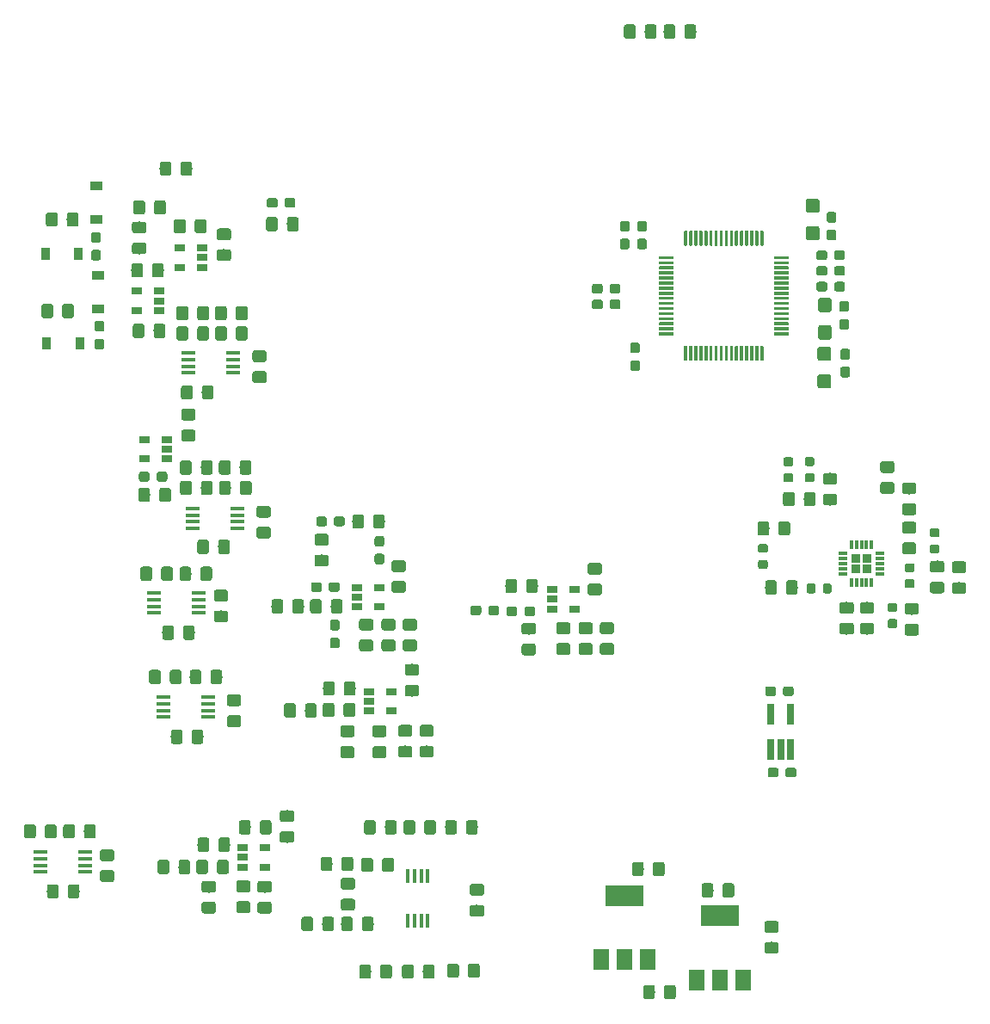
<source format=gbr>
G04 #@! TF.GenerationSoftware,KiCad,Pcbnew,(5.0.2)-1*
G04 #@! TF.CreationDate,2019-08-15T12:32:10+02:00*
G04 #@! TF.ProjectId,ADS1298_FINAL,41445331-3239-4385-9f46-494e414c2e6b,rev?*
G04 #@! TF.SameCoordinates,Original*
G04 #@! TF.FileFunction,Paste,Top*
G04 #@! TF.FilePolarity,Positive*
%FSLAX46Y46*%
G04 Gerber Fmt 4.6, Leading zero omitted, Abs format (unit mm)*
G04 Created by KiCad (PCBNEW (5.0.2)-1) date 15-8-2019 12:32:10*
%MOMM*%
%LPD*%
G01*
G04 APERTURE LIST*
%ADD10C,0.100000*%
%ADD11C,1.150000*%
%ADD12C,0.950000*%
%ADD13C,1.350000*%
%ADD14C,0.875000*%
%ADD15R,0.900000X1.200000*%
%ADD16R,1.200000X0.900000*%
%ADD17R,0.300000X0.950000*%
%ADD18R,0.950000X0.300000*%
%ADD19R,0.860000X0.860000*%
%ADD20R,1.060000X0.650000*%
%ADD21R,1.450000X0.450000*%
%ADD22R,0.650000X2.000000*%
%ADD23C,0.300000*%
%ADD24R,0.450000X1.450000*%
%ADD25R,1.500000X2.000000*%
%ADD26R,3.800000X2.000000*%
G04 APERTURE END LIST*
D10*
G04 #@! TO.C,R49*
G36*
X113374505Y-77126204D02*
X113398773Y-77129804D01*
X113422572Y-77135765D01*
X113445671Y-77144030D01*
X113467850Y-77154520D01*
X113488893Y-77167132D01*
X113508599Y-77181747D01*
X113526777Y-77198223D01*
X113543253Y-77216401D01*
X113557868Y-77236107D01*
X113570480Y-77257150D01*
X113580970Y-77279329D01*
X113589235Y-77302428D01*
X113595196Y-77326227D01*
X113598796Y-77350495D01*
X113600000Y-77374999D01*
X113600000Y-78025001D01*
X113598796Y-78049505D01*
X113595196Y-78073773D01*
X113589235Y-78097572D01*
X113580970Y-78120671D01*
X113570480Y-78142850D01*
X113557868Y-78163893D01*
X113543253Y-78183599D01*
X113526777Y-78201777D01*
X113508599Y-78218253D01*
X113488893Y-78232868D01*
X113467850Y-78245480D01*
X113445671Y-78255970D01*
X113422572Y-78264235D01*
X113398773Y-78270196D01*
X113374505Y-78273796D01*
X113350001Y-78275000D01*
X112449999Y-78275000D01*
X112425495Y-78273796D01*
X112401227Y-78270196D01*
X112377428Y-78264235D01*
X112354329Y-78255970D01*
X112332150Y-78245480D01*
X112311107Y-78232868D01*
X112291401Y-78218253D01*
X112273223Y-78201777D01*
X112256747Y-78183599D01*
X112242132Y-78163893D01*
X112229520Y-78142850D01*
X112219030Y-78120671D01*
X112210765Y-78097572D01*
X112204804Y-78073773D01*
X112201204Y-78049505D01*
X112200000Y-78025001D01*
X112200000Y-77374999D01*
X112201204Y-77350495D01*
X112204804Y-77326227D01*
X112210765Y-77302428D01*
X112219030Y-77279329D01*
X112229520Y-77257150D01*
X112242132Y-77236107D01*
X112256747Y-77216401D01*
X112273223Y-77198223D01*
X112291401Y-77181747D01*
X112311107Y-77167132D01*
X112332150Y-77154520D01*
X112354329Y-77144030D01*
X112377428Y-77135765D01*
X112401227Y-77129804D01*
X112425495Y-77126204D01*
X112449999Y-77125000D01*
X113350001Y-77125000D01*
X113374505Y-77126204D01*
X113374505Y-77126204D01*
G37*
D11*
X112900000Y-77700000D03*
D10*
G36*
X113374505Y-75076204D02*
X113398773Y-75079804D01*
X113422572Y-75085765D01*
X113445671Y-75094030D01*
X113467850Y-75104520D01*
X113488893Y-75117132D01*
X113508599Y-75131747D01*
X113526777Y-75148223D01*
X113543253Y-75166401D01*
X113557868Y-75186107D01*
X113570480Y-75207150D01*
X113580970Y-75229329D01*
X113589235Y-75252428D01*
X113595196Y-75276227D01*
X113598796Y-75300495D01*
X113600000Y-75324999D01*
X113600000Y-75975001D01*
X113598796Y-75999505D01*
X113595196Y-76023773D01*
X113589235Y-76047572D01*
X113580970Y-76070671D01*
X113570480Y-76092850D01*
X113557868Y-76113893D01*
X113543253Y-76133599D01*
X113526777Y-76151777D01*
X113508599Y-76168253D01*
X113488893Y-76182868D01*
X113467850Y-76195480D01*
X113445671Y-76205970D01*
X113422572Y-76214235D01*
X113398773Y-76220196D01*
X113374505Y-76223796D01*
X113350001Y-76225000D01*
X112449999Y-76225000D01*
X112425495Y-76223796D01*
X112401227Y-76220196D01*
X112377428Y-76214235D01*
X112354329Y-76205970D01*
X112332150Y-76195480D01*
X112311107Y-76182868D01*
X112291401Y-76168253D01*
X112273223Y-76151777D01*
X112256747Y-76133599D01*
X112242132Y-76113893D01*
X112229520Y-76092850D01*
X112219030Y-76070671D01*
X112210765Y-76047572D01*
X112204804Y-76023773D01*
X112201204Y-75999505D01*
X112200000Y-75975001D01*
X112200000Y-75324999D01*
X112201204Y-75300495D01*
X112204804Y-75276227D01*
X112210765Y-75252428D01*
X112219030Y-75229329D01*
X112229520Y-75207150D01*
X112242132Y-75186107D01*
X112256747Y-75166401D01*
X112273223Y-75148223D01*
X112291401Y-75131747D01*
X112311107Y-75117132D01*
X112332150Y-75104520D01*
X112354329Y-75094030D01*
X112377428Y-75085765D01*
X112401227Y-75079804D01*
X112425495Y-75076204D01*
X112449999Y-75075000D01*
X113350001Y-75075000D01*
X113374505Y-75076204D01*
X113374505Y-75076204D01*
G37*
D11*
X112900000Y-75650000D03*
G04 #@! TD*
D10*
G04 #@! TO.C,C1*
G36*
X37449505Y-75651204D02*
X37473773Y-75654804D01*
X37497572Y-75660765D01*
X37520671Y-75669030D01*
X37542850Y-75679520D01*
X37563893Y-75692132D01*
X37583599Y-75706747D01*
X37601777Y-75723223D01*
X37618253Y-75741401D01*
X37632868Y-75761107D01*
X37645480Y-75782150D01*
X37655970Y-75804329D01*
X37664235Y-75827428D01*
X37670196Y-75851227D01*
X37673796Y-75875495D01*
X37675000Y-75899999D01*
X37675000Y-76800001D01*
X37673796Y-76824505D01*
X37670196Y-76848773D01*
X37664235Y-76872572D01*
X37655970Y-76895671D01*
X37645480Y-76917850D01*
X37632868Y-76938893D01*
X37618253Y-76958599D01*
X37601777Y-76976777D01*
X37583599Y-76993253D01*
X37563893Y-77007868D01*
X37542850Y-77020480D01*
X37520671Y-77030970D01*
X37497572Y-77039235D01*
X37473773Y-77045196D01*
X37449505Y-77048796D01*
X37425001Y-77050000D01*
X36774999Y-77050000D01*
X36750495Y-77048796D01*
X36726227Y-77045196D01*
X36702428Y-77039235D01*
X36679329Y-77030970D01*
X36657150Y-77020480D01*
X36636107Y-77007868D01*
X36616401Y-76993253D01*
X36598223Y-76976777D01*
X36581747Y-76958599D01*
X36567132Y-76938893D01*
X36554520Y-76917850D01*
X36544030Y-76895671D01*
X36535765Y-76872572D01*
X36529804Y-76848773D01*
X36526204Y-76824505D01*
X36525000Y-76800001D01*
X36525000Y-75899999D01*
X36526204Y-75875495D01*
X36529804Y-75851227D01*
X36535765Y-75827428D01*
X36544030Y-75804329D01*
X36554520Y-75782150D01*
X36567132Y-75761107D01*
X36581747Y-75741401D01*
X36598223Y-75723223D01*
X36616401Y-75706747D01*
X36636107Y-75692132D01*
X36657150Y-75679520D01*
X36679329Y-75669030D01*
X36702428Y-75660765D01*
X36726227Y-75654804D01*
X36750495Y-75651204D01*
X36774999Y-75650000D01*
X37425001Y-75650000D01*
X37449505Y-75651204D01*
X37449505Y-75651204D01*
G37*
D11*
X37100000Y-76350000D03*
D10*
G36*
X35399505Y-75651204D02*
X35423773Y-75654804D01*
X35447572Y-75660765D01*
X35470671Y-75669030D01*
X35492850Y-75679520D01*
X35513893Y-75692132D01*
X35533599Y-75706747D01*
X35551777Y-75723223D01*
X35568253Y-75741401D01*
X35582868Y-75761107D01*
X35595480Y-75782150D01*
X35605970Y-75804329D01*
X35614235Y-75827428D01*
X35620196Y-75851227D01*
X35623796Y-75875495D01*
X35625000Y-75899999D01*
X35625000Y-76800001D01*
X35623796Y-76824505D01*
X35620196Y-76848773D01*
X35614235Y-76872572D01*
X35605970Y-76895671D01*
X35595480Y-76917850D01*
X35582868Y-76938893D01*
X35568253Y-76958599D01*
X35551777Y-76976777D01*
X35533599Y-76993253D01*
X35513893Y-77007868D01*
X35492850Y-77020480D01*
X35470671Y-77030970D01*
X35447572Y-77039235D01*
X35423773Y-77045196D01*
X35399505Y-77048796D01*
X35375001Y-77050000D01*
X34724999Y-77050000D01*
X34700495Y-77048796D01*
X34676227Y-77045196D01*
X34652428Y-77039235D01*
X34629329Y-77030970D01*
X34607150Y-77020480D01*
X34586107Y-77007868D01*
X34566401Y-76993253D01*
X34548223Y-76976777D01*
X34531747Y-76958599D01*
X34517132Y-76938893D01*
X34504520Y-76917850D01*
X34494030Y-76895671D01*
X34485765Y-76872572D01*
X34479804Y-76848773D01*
X34476204Y-76824505D01*
X34475000Y-76800001D01*
X34475000Y-75899999D01*
X34476204Y-75875495D01*
X34479804Y-75851227D01*
X34485765Y-75827428D01*
X34494030Y-75804329D01*
X34504520Y-75782150D01*
X34517132Y-75761107D01*
X34531747Y-75741401D01*
X34548223Y-75723223D01*
X34566401Y-75706747D01*
X34586107Y-75692132D01*
X34607150Y-75679520D01*
X34629329Y-75669030D01*
X34652428Y-75660765D01*
X34676227Y-75654804D01*
X34700495Y-75651204D01*
X34724999Y-75650000D01*
X35375001Y-75650000D01*
X35399505Y-75651204D01*
X35399505Y-75651204D01*
G37*
D11*
X35050000Y-76350000D03*
G04 #@! TD*
D10*
G04 #@! TO.C,C2*
G36*
X38299505Y-85801204D02*
X38323773Y-85804804D01*
X38347572Y-85810765D01*
X38370671Y-85819030D01*
X38392850Y-85829520D01*
X38413893Y-85842132D01*
X38433599Y-85856747D01*
X38451777Y-85873223D01*
X38468253Y-85891401D01*
X38482868Y-85911107D01*
X38495480Y-85932150D01*
X38505970Y-85954329D01*
X38514235Y-85977428D01*
X38520196Y-86001227D01*
X38523796Y-86025495D01*
X38525000Y-86049999D01*
X38525000Y-86950001D01*
X38523796Y-86974505D01*
X38520196Y-86998773D01*
X38514235Y-87022572D01*
X38505970Y-87045671D01*
X38495480Y-87067850D01*
X38482868Y-87088893D01*
X38468253Y-87108599D01*
X38451777Y-87126777D01*
X38433599Y-87143253D01*
X38413893Y-87157868D01*
X38392850Y-87170480D01*
X38370671Y-87180970D01*
X38347572Y-87189235D01*
X38323773Y-87195196D01*
X38299505Y-87198796D01*
X38275001Y-87200000D01*
X37624999Y-87200000D01*
X37600495Y-87198796D01*
X37576227Y-87195196D01*
X37552428Y-87189235D01*
X37529329Y-87180970D01*
X37507150Y-87170480D01*
X37486107Y-87157868D01*
X37466401Y-87143253D01*
X37448223Y-87126777D01*
X37431747Y-87108599D01*
X37417132Y-87088893D01*
X37404520Y-87067850D01*
X37394030Y-87045671D01*
X37385765Y-87022572D01*
X37379804Y-86998773D01*
X37376204Y-86974505D01*
X37375000Y-86950001D01*
X37375000Y-86049999D01*
X37376204Y-86025495D01*
X37379804Y-86001227D01*
X37385765Y-85977428D01*
X37394030Y-85954329D01*
X37404520Y-85932150D01*
X37417132Y-85911107D01*
X37431747Y-85891401D01*
X37448223Y-85873223D01*
X37466401Y-85856747D01*
X37486107Y-85842132D01*
X37507150Y-85829520D01*
X37529329Y-85819030D01*
X37552428Y-85810765D01*
X37576227Y-85804804D01*
X37600495Y-85801204D01*
X37624999Y-85800000D01*
X38275001Y-85800000D01*
X38299505Y-85801204D01*
X38299505Y-85801204D01*
G37*
D11*
X37950000Y-86500000D03*
D10*
G36*
X36249505Y-85801204D02*
X36273773Y-85804804D01*
X36297572Y-85810765D01*
X36320671Y-85819030D01*
X36342850Y-85829520D01*
X36363893Y-85842132D01*
X36383599Y-85856747D01*
X36401777Y-85873223D01*
X36418253Y-85891401D01*
X36432868Y-85911107D01*
X36445480Y-85932150D01*
X36455970Y-85954329D01*
X36464235Y-85977428D01*
X36470196Y-86001227D01*
X36473796Y-86025495D01*
X36475000Y-86049999D01*
X36475000Y-86950001D01*
X36473796Y-86974505D01*
X36470196Y-86998773D01*
X36464235Y-87022572D01*
X36455970Y-87045671D01*
X36445480Y-87067850D01*
X36432868Y-87088893D01*
X36418253Y-87108599D01*
X36401777Y-87126777D01*
X36383599Y-87143253D01*
X36363893Y-87157868D01*
X36342850Y-87170480D01*
X36320671Y-87180970D01*
X36297572Y-87189235D01*
X36273773Y-87195196D01*
X36249505Y-87198796D01*
X36225001Y-87200000D01*
X35574999Y-87200000D01*
X35550495Y-87198796D01*
X35526227Y-87195196D01*
X35502428Y-87189235D01*
X35479329Y-87180970D01*
X35457150Y-87170480D01*
X35436107Y-87157868D01*
X35416401Y-87143253D01*
X35398223Y-87126777D01*
X35381747Y-87108599D01*
X35367132Y-87088893D01*
X35354520Y-87067850D01*
X35344030Y-87045671D01*
X35335765Y-87022572D01*
X35329804Y-86998773D01*
X35326204Y-86974505D01*
X35325000Y-86950001D01*
X35325000Y-86049999D01*
X35326204Y-86025495D01*
X35329804Y-86001227D01*
X35335765Y-85977428D01*
X35344030Y-85954329D01*
X35354520Y-85932150D01*
X35367132Y-85911107D01*
X35381747Y-85891401D01*
X35398223Y-85873223D01*
X35416401Y-85856747D01*
X35436107Y-85842132D01*
X35457150Y-85829520D01*
X35479329Y-85819030D01*
X35502428Y-85810765D01*
X35526227Y-85804804D01*
X35550495Y-85801204D01*
X35574999Y-85800000D01*
X36225001Y-85800000D01*
X36249505Y-85801204D01*
X36249505Y-85801204D01*
G37*
D11*
X35900000Y-86500000D03*
G04 #@! TD*
D10*
G04 #@! TO.C,C3*
G36*
X34699505Y-39601204D02*
X34723773Y-39604804D01*
X34747572Y-39610765D01*
X34770671Y-39619030D01*
X34792850Y-39629520D01*
X34813893Y-39642132D01*
X34833599Y-39656747D01*
X34851777Y-39673223D01*
X34868253Y-39691401D01*
X34882868Y-39711107D01*
X34895480Y-39732150D01*
X34905970Y-39754329D01*
X34914235Y-39777428D01*
X34920196Y-39801227D01*
X34923796Y-39825495D01*
X34925000Y-39849999D01*
X34925000Y-40750001D01*
X34923796Y-40774505D01*
X34920196Y-40798773D01*
X34914235Y-40822572D01*
X34905970Y-40845671D01*
X34895480Y-40867850D01*
X34882868Y-40888893D01*
X34868253Y-40908599D01*
X34851777Y-40926777D01*
X34833599Y-40943253D01*
X34813893Y-40957868D01*
X34792850Y-40970480D01*
X34770671Y-40980970D01*
X34747572Y-40989235D01*
X34723773Y-40995196D01*
X34699505Y-40998796D01*
X34675001Y-41000000D01*
X34024999Y-41000000D01*
X34000495Y-40998796D01*
X33976227Y-40995196D01*
X33952428Y-40989235D01*
X33929329Y-40980970D01*
X33907150Y-40970480D01*
X33886107Y-40957868D01*
X33866401Y-40943253D01*
X33848223Y-40926777D01*
X33831747Y-40908599D01*
X33817132Y-40888893D01*
X33804520Y-40867850D01*
X33794030Y-40845671D01*
X33785765Y-40822572D01*
X33779804Y-40798773D01*
X33776204Y-40774505D01*
X33775000Y-40750001D01*
X33775000Y-39849999D01*
X33776204Y-39825495D01*
X33779804Y-39801227D01*
X33785765Y-39777428D01*
X33794030Y-39754329D01*
X33804520Y-39732150D01*
X33817132Y-39711107D01*
X33831747Y-39691401D01*
X33848223Y-39673223D01*
X33866401Y-39656747D01*
X33886107Y-39642132D01*
X33907150Y-39629520D01*
X33929329Y-39619030D01*
X33952428Y-39610765D01*
X33976227Y-39604804D01*
X34000495Y-39601204D01*
X34024999Y-39600000D01*
X34675001Y-39600000D01*
X34699505Y-39601204D01*
X34699505Y-39601204D01*
G37*
D11*
X34350000Y-40300000D03*
D10*
G36*
X36749505Y-39601204D02*
X36773773Y-39604804D01*
X36797572Y-39610765D01*
X36820671Y-39619030D01*
X36842850Y-39629520D01*
X36863893Y-39642132D01*
X36883599Y-39656747D01*
X36901777Y-39673223D01*
X36918253Y-39691401D01*
X36932868Y-39711107D01*
X36945480Y-39732150D01*
X36955970Y-39754329D01*
X36964235Y-39777428D01*
X36970196Y-39801227D01*
X36973796Y-39825495D01*
X36975000Y-39849999D01*
X36975000Y-40750001D01*
X36973796Y-40774505D01*
X36970196Y-40798773D01*
X36964235Y-40822572D01*
X36955970Y-40845671D01*
X36945480Y-40867850D01*
X36932868Y-40888893D01*
X36918253Y-40908599D01*
X36901777Y-40926777D01*
X36883599Y-40943253D01*
X36863893Y-40957868D01*
X36842850Y-40970480D01*
X36820671Y-40980970D01*
X36797572Y-40989235D01*
X36773773Y-40995196D01*
X36749505Y-40998796D01*
X36725001Y-41000000D01*
X36074999Y-41000000D01*
X36050495Y-40998796D01*
X36026227Y-40995196D01*
X36002428Y-40989235D01*
X35979329Y-40980970D01*
X35957150Y-40970480D01*
X35936107Y-40957868D01*
X35916401Y-40943253D01*
X35898223Y-40926777D01*
X35881747Y-40908599D01*
X35867132Y-40888893D01*
X35854520Y-40867850D01*
X35844030Y-40845671D01*
X35835765Y-40822572D01*
X35829804Y-40798773D01*
X35826204Y-40774505D01*
X35825000Y-40750001D01*
X35825000Y-39849999D01*
X35826204Y-39825495D01*
X35829804Y-39801227D01*
X35835765Y-39777428D01*
X35844030Y-39754329D01*
X35854520Y-39732150D01*
X35867132Y-39711107D01*
X35881747Y-39691401D01*
X35898223Y-39673223D01*
X35916401Y-39656747D01*
X35936107Y-39642132D01*
X35957150Y-39629520D01*
X35979329Y-39619030D01*
X36002428Y-39610765D01*
X36026227Y-39604804D01*
X36050495Y-39601204D01*
X36074999Y-39600000D01*
X36725001Y-39600000D01*
X36749505Y-39601204D01*
X36749505Y-39601204D01*
G37*
D11*
X36400000Y-40300000D03*
G04 #@! TD*
D10*
G04 #@! TO.C,C4*
G36*
X30360779Y-42726144D02*
X30383834Y-42729563D01*
X30406443Y-42735227D01*
X30428387Y-42743079D01*
X30449457Y-42753044D01*
X30469448Y-42765026D01*
X30488168Y-42778910D01*
X30505438Y-42794562D01*
X30521090Y-42811832D01*
X30534974Y-42830552D01*
X30546956Y-42850543D01*
X30556921Y-42871613D01*
X30564773Y-42893557D01*
X30570437Y-42916166D01*
X30573856Y-42939221D01*
X30575000Y-42962500D01*
X30575000Y-43537500D01*
X30573856Y-43560779D01*
X30570437Y-43583834D01*
X30564773Y-43606443D01*
X30556921Y-43628387D01*
X30546956Y-43649457D01*
X30534974Y-43669448D01*
X30521090Y-43688168D01*
X30505438Y-43705438D01*
X30488168Y-43721090D01*
X30469448Y-43734974D01*
X30449457Y-43746956D01*
X30428387Y-43756921D01*
X30406443Y-43764773D01*
X30383834Y-43770437D01*
X30360779Y-43773856D01*
X30337500Y-43775000D01*
X29862500Y-43775000D01*
X29839221Y-43773856D01*
X29816166Y-43770437D01*
X29793557Y-43764773D01*
X29771613Y-43756921D01*
X29750543Y-43746956D01*
X29730552Y-43734974D01*
X29711832Y-43721090D01*
X29694562Y-43705438D01*
X29678910Y-43688168D01*
X29665026Y-43669448D01*
X29653044Y-43649457D01*
X29643079Y-43628387D01*
X29635227Y-43606443D01*
X29629563Y-43583834D01*
X29626144Y-43560779D01*
X29625000Y-43537500D01*
X29625000Y-42962500D01*
X29626144Y-42939221D01*
X29629563Y-42916166D01*
X29635227Y-42893557D01*
X29643079Y-42871613D01*
X29653044Y-42850543D01*
X29665026Y-42830552D01*
X29678910Y-42811832D01*
X29694562Y-42794562D01*
X29711832Y-42778910D01*
X29730552Y-42765026D01*
X29750543Y-42753044D01*
X29771613Y-42743079D01*
X29793557Y-42735227D01*
X29816166Y-42729563D01*
X29839221Y-42726144D01*
X29862500Y-42725000D01*
X30337500Y-42725000D01*
X30360779Y-42726144D01*
X30360779Y-42726144D01*
G37*
D12*
X30100000Y-43250000D03*
D10*
G36*
X30360779Y-44476144D02*
X30383834Y-44479563D01*
X30406443Y-44485227D01*
X30428387Y-44493079D01*
X30449457Y-44503044D01*
X30469448Y-44515026D01*
X30488168Y-44528910D01*
X30505438Y-44544562D01*
X30521090Y-44561832D01*
X30534974Y-44580552D01*
X30546956Y-44600543D01*
X30556921Y-44621613D01*
X30564773Y-44643557D01*
X30570437Y-44666166D01*
X30573856Y-44689221D01*
X30575000Y-44712500D01*
X30575000Y-45287500D01*
X30573856Y-45310779D01*
X30570437Y-45333834D01*
X30564773Y-45356443D01*
X30556921Y-45378387D01*
X30546956Y-45399457D01*
X30534974Y-45419448D01*
X30521090Y-45438168D01*
X30505438Y-45455438D01*
X30488168Y-45471090D01*
X30469448Y-45484974D01*
X30449457Y-45496956D01*
X30428387Y-45506921D01*
X30406443Y-45514773D01*
X30383834Y-45520437D01*
X30360779Y-45523856D01*
X30337500Y-45525000D01*
X29862500Y-45525000D01*
X29839221Y-45523856D01*
X29816166Y-45520437D01*
X29793557Y-45514773D01*
X29771613Y-45506921D01*
X29750543Y-45496956D01*
X29730552Y-45484974D01*
X29711832Y-45471090D01*
X29694562Y-45455438D01*
X29678910Y-45438168D01*
X29665026Y-45419448D01*
X29653044Y-45399457D01*
X29643079Y-45378387D01*
X29635227Y-45356443D01*
X29629563Y-45333834D01*
X29626144Y-45310779D01*
X29625000Y-45287500D01*
X29625000Y-44712500D01*
X29626144Y-44689221D01*
X29629563Y-44666166D01*
X29635227Y-44643557D01*
X29643079Y-44621613D01*
X29653044Y-44600543D01*
X29665026Y-44580552D01*
X29678910Y-44561832D01*
X29694562Y-44544562D01*
X29711832Y-44528910D01*
X29730552Y-44515026D01*
X29750543Y-44503044D01*
X29771613Y-44493079D01*
X29793557Y-44485227D01*
X29816166Y-44479563D01*
X29839221Y-44476144D01*
X29862500Y-44475000D01*
X30337500Y-44475000D01*
X30360779Y-44476144D01*
X30360779Y-44476144D01*
G37*
D12*
X30100000Y-45000000D03*
G04 #@! TD*
D10*
G04 #@! TO.C,C5*
G36*
X30710779Y-51476144D02*
X30733834Y-51479563D01*
X30756443Y-51485227D01*
X30778387Y-51493079D01*
X30799457Y-51503044D01*
X30819448Y-51515026D01*
X30838168Y-51528910D01*
X30855438Y-51544562D01*
X30871090Y-51561832D01*
X30884974Y-51580552D01*
X30896956Y-51600543D01*
X30906921Y-51621613D01*
X30914773Y-51643557D01*
X30920437Y-51666166D01*
X30923856Y-51689221D01*
X30925000Y-51712500D01*
X30925000Y-52287500D01*
X30923856Y-52310779D01*
X30920437Y-52333834D01*
X30914773Y-52356443D01*
X30906921Y-52378387D01*
X30896956Y-52399457D01*
X30884974Y-52419448D01*
X30871090Y-52438168D01*
X30855438Y-52455438D01*
X30838168Y-52471090D01*
X30819448Y-52484974D01*
X30799457Y-52496956D01*
X30778387Y-52506921D01*
X30756443Y-52514773D01*
X30733834Y-52520437D01*
X30710779Y-52523856D01*
X30687500Y-52525000D01*
X30212500Y-52525000D01*
X30189221Y-52523856D01*
X30166166Y-52520437D01*
X30143557Y-52514773D01*
X30121613Y-52506921D01*
X30100543Y-52496956D01*
X30080552Y-52484974D01*
X30061832Y-52471090D01*
X30044562Y-52455438D01*
X30028910Y-52438168D01*
X30015026Y-52419448D01*
X30003044Y-52399457D01*
X29993079Y-52378387D01*
X29985227Y-52356443D01*
X29979563Y-52333834D01*
X29976144Y-52310779D01*
X29975000Y-52287500D01*
X29975000Y-51712500D01*
X29976144Y-51689221D01*
X29979563Y-51666166D01*
X29985227Y-51643557D01*
X29993079Y-51621613D01*
X30003044Y-51600543D01*
X30015026Y-51580552D01*
X30028910Y-51561832D01*
X30044562Y-51544562D01*
X30061832Y-51528910D01*
X30080552Y-51515026D01*
X30100543Y-51503044D01*
X30121613Y-51493079D01*
X30143557Y-51485227D01*
X30166166Y-51479563D01*
X30189221Y-51476144D01*
X30212500Y-51475000D01*
X30687500Y-51475000D01*
X30710779Y-51476144D01*
X30710779Y-51476144D01*
G37*
D12*
X30450000Y-52000000D03*
D10*
G36*
X30710779Y-53226144D02*
X30733834Y-53229563D01*
X30756443Y-53235227D01*
X30778387Y-53243079D01*
X30799457Y-53253044D01*
X30819448Y-53265026D01*
X30838168Y-53278910D01*
X30855438Y-53294562D01*
X30871090Y-53311832D01*
X30884974Y-53330552D01*
X30896956Y-53350543D01*
X30906921Y-53371613D01*
X30914773Y-53393557D01*
X30920437Y-53416166D01*
X30923856Y-53439221D01*
X30925000Y-53462500D01*
X30925000Y-54037500D01*
X30923856Y-54060779D01*
X30920437Y-54083834D01*
X30914773Y-54106443D01*
X30906921Y-54128387D01*
X30896956Y-54149457D01*
X30884974Y-54169448D01*
X30871090Y-54188168D01*
X30855438Y-54205438D01*
X30838168Y-54221090D01*
X30819448Y-54234974D01*
X30799457Y-54246956D01*
X30778387Y-54256921D01*
X30756443Y-54264773D01*
X30733834Y-54270437D01*
X30710779Y-54273856D01*
X30687500Y-54275000D01*
X30212500Y-54275000D01*
X30189221Y-54273856D01*
X30166166Y-54270437D01*
X30143557Y-54264773D01*
X30121613Y-54256921D01*
X30100543Y-54246956D01*
X30080552Y-54234974D01*
X30061832Y-54221090D01*
X30044562Y-54205438D01*
X30028910Y-54188168D01*
X30015026Y-54169448D01*
X30003044Y-54149457D01*
X29993079Y-54128387D01*
X29985227Y-54106443D01*
X29979563Y-54083834D01*
X29976144Y-54060779D01*
X29975000Y-54037500D01*
X29975000Y-53462500D01*
X29976144Y-53439221D01*
X29979563Y-53416166D01*
X29985227Y-53393557D01*
X29993079Y-53371613D01*
X30003044Y-53350543D01*
X30015026Y-53330552D01*
X30028910Y-53311832D01*
X30044562Y-53294562D01*
X30061832Y-53278910D01*
X30080552Y-53265026D01*
X30100543Y-53253044D01*
X30121613Y-53243079D01*
X30143557Y-53235227D01*
X30166166Y-53229563D01*
X30189221Y-53226144D01*
X30212500Y-53225000D01*
X30687500Y-53225000D01*
X30710779Y-53226144D01*
X30710779Y-53226144D01*
G37*
D12*
X30450000Y-53750000D03*
G04 #@! TD*
D10*
G04 #@! TO.C,C6*
G36*
X98810779Y-95426144D02*
X98833834Y-95429563D01*
X98856443Y-95435227D01*
X98878387Y-95443079D01*
X98899457Y-95453044D01*
X98919448Y-95465026D01*
X98938168Y-95478910D01*
X98955438Y-95494562D01*
X98971090Y-95511832D01*
X98984974Y-95530552D01*
X98996956Y-95550543D01*
X99006921Y-95571613D01*
X99014773Y-95593557D01*
X99020437Y-95616166D01*
X99023856Y-95639221D01*
X99025000Y-95662500D01*
X99025000Y-96137500D01*
X99023856Y-96160779D01*
X99020437Y-96183834D01*
X99014773Y-96206443D01*
X99006921Y-96228387D01*
X98996956Y-96249457D01*
X98984974Y-96269448D01*
X98971090Y-96288168D01*
X98955438Y-96305438D01*
X98938168Y-96321090D01*
X98919448Y-96334974D01*
X98899457Y-96346956D01*
X98878387Y-96356921D01*
X98856443Y-96364773D01*
X98833834Y-96370437D01*
X98810779Y-96373856D01*
X98787500Y-96375000D01*
X98212500Y-96375000D01*
X98189221Y-96373856D01*
X98166166Y-96370437D01*
X98143557Y-96364773D01*
X98121613Y-96356921D01*
X98100543Y-96346956D01*
X98080552Y-96334974D01*
X98061832Y-96321090D01*
X98044562Y-96305438D01*
X98028910Y-96288168D01*
X98015026Y-96269448D01*
X98003044Y-96249457D01*
X97993079Y-96228387D01*
X97985227Y-96206443D01*
X97979563Y-96183834D01*
X97976144Y-96160779D01*
X97975000Y-96137500D01*
X97975000Y-95662500D01*
X97976144Y-95639221D01*
X97979563Y-95616166D01*
X97985227Y-95593557D01*
X97993079Y-95571613D01*
X98003044Y-95550543D01*
X98015026Y-95530552D01*
X98028910Y-95511832D01*
X98044562Y-95494562D01*
X98061832Y-95478910D01*
X98080552Y-95465026D01*
X98100543Y-95453044D01*
X98121613Y-95443079D01*
X98143557Y-95435227D01*
X98166166Y-95429563D01*
X98189221Y-95426144D01*
X98212500Y-95425000D01*
X98787500Y-95425000D01*
X98810779Y-95426144D01*
X98810779Y-95426144D01*
G37*
D12*
X98500000Y-95900000D03*
D10*
G36*
X97060779Y-95426144D02*
X97083834Y-95429563D01*
X97106443Y-95435227D01*
X97128387Y-95443079D01*
X97149457Y-95453044D01*
X97169448Y-95465026D01*
X97188168Y-95478910D01*
X97205438Y-95494562D01*
X97221090Y-95511832D01*
X97234974Y-95530552D01*
X97246956Y-95550543D01*
X97256921Y-95571613D01*
X97264773Y-95593557D01*
X97270437Y-95616166D01*
X97273856Y-95639221D01*
X97275000Y-95662500D01*
X97275000Y-96137500D01*
X97273856Y-96160779D01*
X97270437Y-96183834D01*
X97264773Y-96206443D01*
X97256921Y-96228387D01*
X97246956Y-96249457D01*
X97234974Y-96269448D01*
X97221090Y-96288168D01*
X97205438Y-96305438D01*
X97188168Y-96321090D01*
X97169448Y-96334974D01*
X97149457Y-96346956D01*
X97128387Y-96356921D01*
X97106443Y-96364773D01*
X97083834Y-96370437D01*
X97060779Y-96373856D01*
X97037500Y-96375000D01*
X96462500Y-96375000D01*
X96439221Y-96373856D01*
X96416166Y-96370437D01*
X96393557Y-96364773D01*
X96371613Y-96356921D01*
X96350543Y-96346956D01*
X96330552Y-96334974D01*
X96311832Y-96321090D01*
X96294562Y-96305438D01*
X96278910Y-96288168D01*
X96265026Y-96269448D01*
X96253044Y-96249457D01*
X96243079Y-96228387D01*
X96235227Y-96206443D01*
X96229563Y-96183834D01*
X96226144Y-96160779D01*
X96225000Y-96137500D01*
X96225000Y-95662500D01*
X96226144Y-95639221D01*
X96229563Y-95616166D01*
X96235227Y-95593557D01*
X96243079Y-95571613D01*
X96253044Y-95550543D01*
X96265026Y-95530552D01*
X96278910Y-95511832D01*
X96294562Y-95494562D01*
X96311832Y-95478910D01*
X96330552Y-95465026D01*
X96350543Y-95453044D01*
X96371613Y-95443079D01*
X96393557Y-95435227D01*
X96416166Y-95429563D01*
X96439221Y-95426144D01*
X96462500Y-95425000D01*
X97037500Y-95425000D01*
X97060779Y-95426144D01*
X97060779Y-95426144D01*
G37*
D12*
X96750000Y-95900000D03*
G04 #@! TD*
D10*
G04 #@! TO.C,C7*
G36*
X43174505Y-42376204D02*
X43198773Y-42379804D01*
X43222572Y-42385765D01*
X43245671Y-42394030D01*
X43267850Y-42404520D01*
X43288893Y-42417132D01*
X43308599Y-42431747D01*
X43326777Y-42448223D01*
X43343253Y-42466401D01*
X43357868Y-42486107D01*
X43370480Y-42507150D01*
X43380970Y-42529329D01*
X43389235Y-42552428D01*
X43395196Y-42576227D01*
X43398796Y-42600495D01*
X43400000Y-42624999D01*
X43400000Y-43275001D01*
X43398796Y-43299505D01*
X43395196Y-43323773D01*
X43389235Y-43347572D01*
X43380970Y-43370671D01*
X43370480Y-43392850D01*
X43357868Y-43413893D01*
X43343253Y-43433599D01*
X43326777Y-43451777D01*
X43308599Y-43468253D01*
X43288893Y-43482868D01*
X43267850Y-43495480D01*
X43245671Y-43505970D01*
X43222572Y-43514235D01*
X43198773Y-43520196D01*
X43174505Y-43523796D01*
X43150001Y-43525000D01*
X42249999Y-43525000D01*
X42225495Y-43523796D01*
X42201227Y-43520196D01*
X42177428Y-43514235D01*
X42154329Y-43505970D01*
X42132150Y-43495480D01*
X42111107Y-43482868D01*
X42091401Y-43468253D01*
X42073223Y-43451777D01*
X42056747Y-43433599D01*
X42042132Y-43413893D01*
X42029520Y-43392850D01*
X42019030Y-43370671D01*
X42010765Y-43347572D01*
X42004804Y-43323773D01*
X42001204Y-43299505D01*
X42000000Y-43275001D01*
X42000000Y-42624999D01*
X42001204Y-42600495D01*
X42004804Y-42576227D01*
X42010765Y-42552428D01*
X42019030Y-42529329D01*
X42029520Y-42507150D01*
X42042132Y-42486107D01*
X42056747Y-42466401D01*
X42073223Y-42448223D01*
X42091401Y-42431747D01*
X42111107Y-42417132D01*
X42132150Y-42404520D01*
X42154329Y-42394030D01*
X42177428Y-42385765D01*
X42201227Y-42379804D01*
X42225495Y-42376204D01*
X42249999Y-42375000D01*
X43150001Y-42375000D01*
X43174505Y-42376204D01*
X43174505Y-42376204D01*
G37*
D11*
X42700000Y-42950000D03*
D10*
G36*
X43174505Y-44426204D02*
X43198773Y-44429804D01*
X43222572Y-44435765D01*
X43245671Y-44444030D01*
X43267850Y-44454520D01*
X43288893Y-44467132D01*
X43308599Y-44481747D01*
X43326777Y-44498223D01*
X43343253Y-44516401D01*
X43357868Y-44536107D01*
X43370480Y-44557150D01*
X43380970Y-44579329D01*
X43389235Y-44602428D01*
X43395196Y-44626227D01*
X43398796Y-44650495D01*
X43400000Y-44674999D01*
X43400000Y-45325001D01*
X43398796Y-45349505D01*
X43395196Y-45373773D01*
X43389235Y-45397572D01*
X43380970Y-45420671D01*
X43370480Y-45442850D01*
X43357868Y-45463893D01*
X43343253Y-45483599D01*
X43326777Y-45501777D01*
X43308599Y-45518253D01*
X43288893Y-45532868D01*
X43267850Y-45545480D01*
X43245671Y-45555970D01*
X43222572Y-45564235D01*
X43198773Y-45570196D01*
X43174505Y-45573796D01*
X43150001Y-45575000D01*
X42249999Y-45575000D01*
X42225495Y-45573796D01*
X42201227Y-45570196D01*
X42177428Y-45564235D01*
X42154329Y-45555970D01*
X42132150Y-45545480D01*
X42111107Y-45532868D01*
X42091401Y-45518253D01*
X42073223Y-45501777D01*
X42056747Y-45483599D01*
X42042132Y-45463893D01*
X42029520Y-45442850D01*
X42019030Y-45420671D01*
X42010765Y-45397572D01*
X42004804Y-45373773D01*
X42001204Y-45349505D01*
X42000000Y-45325001D01*
X42000000Y-44674999D01*
X42001204Y-44650495D01*
X42004804Y-44626227D01*
X42010765Y-44602428D01*
X42019030Y-44579329D01*
X42029520Y-44557150D01*
X42042132Y-44536107D01*
X42056747Y-44516401D01*
X42073223Y-44498223D01*
X42091401Y-44481747D01*
X42111107Y-44467132D01*
X42132150Y-44454520D01*
X42154329Y-44444030D01*
X42177428Y-44435765D01*
X42201227Y-44429804D01*
X42225495Y-44426204D01*
X42249999Y-44425000D01*
X43150001Y-44425000D01*
X43174505Y-44426204D01*
X43174505Y-44426204D01*
G37*
D11*
X42700000Y-45000000D03*
G04 #@! TD*
D10*
G04 #@! TO.C,C8*
G36*
X35160779Y-66326144D02*
X35183834Y-66329563D01*
X35206443Y-66335227D01*
X35228387Y-66343079D01*
X35249457Y-66353044D01*
X35269448Y-66365026D01*
X35288168Y-66378910D01*
X35305438Y-66394562D01*
X35321090Y-66411832D01*
X35334974Y-66430552D01*
X35346956Y-66450543D01*
X35356921Y-66471613D01*
X35364773Y-66493557D01*
X35370437Y-66516166D01*
X35373856Y-66539221D01*
X35375000Y-66562500D01*
X35375000Y-67037500D01*
X35373856Y-67060779D01*
X35370437Y-67083834D01*
X35364773Y-67106443D01*
X35356921Y-67128387D01*
X35346956Y-67149457D01*
X35334974Y-67169448D01*
X35321090Y-67188168D01*
X35305438Y-67205438D01*
X35288168Y-67221090D01*
X35269448Y-67234974D01*
X35249457Y-67246956D01*
X35228387Y-67256921D01*
X35206443Y-67264773D01*
X35183834Y-67270437D01*
X35160779Y-67273856D01*
X35137500Y-67275000D01*
X34562500Y-67275000D01*
X34539221Y-67273856D01*
X34516166Y-67270437D01*
X34493557Y-67264773D01*
X34471613Y-67256921D01*
X34450543Y-67246956D01*
X34430552Y-67234974D01*
X34411832Y-67221090D01*
X34394562Y-67205438D01*
X34378910Y-67188168D01*
X34365026Y-67169448D01*
X34353044Y-67149457D01*
X34343079Y-67128387D01*
X34335227Y-67106443D01*
X34329563Y-67083834D01*
X34326144Y-67060779D01*
X34325000Y-67037500D01*
X34325000Y-66562500D01*
X34326144Y-66539221D01*
X34329563Y-66516166D01*
X34335227Y-66493557D01*
X34343079Y-66471613D01*
X34353044Y-66450543D01*
X34365026Y-66430552D01*
X34378910Y-66411832D01*
X34394562Y-66394562D01*
X34411832Y-66378910D01*
X34430552Y-66365026D01*
X34450543Y-66353044D01*
X34471613Y-66343079D01*
X34493557Y-66335227D01*
X34516166Y-66329563D01*
X34539221Y-66326144D01*
X34562500Y-66325000D01*
X35137500Y-66325000D01*
X35160779Y-66326144D01*
X35160779Y-66326144D01*
G37*
D12*
X34850000Y-66800000D03*
D10*
G36*
X36910779Y-66326144D02*
X36933834Y-66329563D01*
X36956443Y-66335227D01*
X36978387Y-66343079D01*
X36999457Y-66353044D01*
X37019448Y-66365026D01*
X37038168Y-66378910D01*
X37055438Y-66394562D01*
X37071090Y-66411832D01*
X37084974Y-66430552D01*
X37096956Y-66450543D01*
X37106921Y-66471613D01*
X37114773Y-66493557D01*
X37120437Y-66516166D01*
X37123856Y-66539221D01*
X37125000Y-66562500D01*
X37125000Y-67037500D01*
X37123856Y-67060779D01*
X37120437Y-67083834D01*
X37114773Y-67106443D01*
X37106921Y-67128387D01*
X37096956Y-67149457D01*
X37084974Y-67169448D01*
X37071090Y-67188168D01*
X37055438Y-67205438D01*
X37038168Y-67221090D01*
X37019448Y-67234974D01*
X36999457Y-67246956D01*
X36978387Y-67256921D01*
X36956443Y-67264773D01*
X36933834Y-67270437D01*
X36910779Y-67273856D01*
X36887500Y-67275000D01*
X36312500Y-67275000D01*
X36289221Y-67273856D01*
X36266166Y-67270437D01*
X36243557Y-67264773D01*
X36221613Y-67256921D01*
X36200543Y-67246956D01*
X36180552Y-67234974D01*
X36161832Y-67221090D01*
X36144562Y-67205438D01*
X36128910Y-67188168D01*
X36115026Y-67169448D01*
X36103044Y-67149457D01*
X36093079Y-67128387D01*
X36085227Y-67106443D01*
X36079563Y-67083834D01*
X36076144Y-67060779D01*
X36075000Y-67037500D01*
X36075000Y-66562500D01*
X36076144Y-66539221D01*
X36079563Y-66516166D01*
X36085227Y-66493557D01*
X36093079Y-66471613D01*
X36103044Y-66450543D01*
X36115026Y-66430552D01*
X36128910Y-66411832D01*
X36144562Y-66394562D01*
X36161832Y-66378910D01*
X36180552Y-66365026D01*
X36200543Y-66353044D01*
X36221613Y-66343079D01*
X36243557Y-66335227D01*
X36266166Y-66329563D01*
X36289221Y-66326144D01*
X36312500Y-66325000D01*
X36887500Y-66325000D01*
X36910779Y-66326144D01*
X36910779Y-66326144D01*
G37*
D12*
X36600000Y-66800000D03*
G04 #@! TD*
D10*
G04 #@! TO.C,C9*
G36*
X37549505Y-81451204D02*
X37573773Y-81454804D01*
X37597572Y-81460765D01*
X37620671Y-81469030D01*
X37642850Y-81479520D01*
X37663893Y-81492132D01*
X37683599Y-81506747D01*
X37701777Y-81523223D01*
X37718253Y-81541401D01*
X37732868Y-81561107D01*
X37745480Y-81582150D01*
X37755970Y-81604329D01*
X37764235Y-81627428D01*
X37770196Y-81651227D01*
X37773796Y-81675495D01*
X37775000Y-81699999D01*
X37775000Y-82600001D01*
X37773796Y-82624505D01*
X37770196Y-82648773D01*
X37764235Y-82672572D01*
X37755970Y-82695671D01*
X37745480Y-82717850D01*
X37732868Y-82738893D01*
X37718253Y-82758599D01*
X37701777Y-82776777D01*
X37683599Y-82793253D01*
X37663893Y-82807868D01*
X37642850Y-82820480D01*
X37620671Y-82830970D01*
X37597572Y-82839235D01*
X37573773Y-82845196D01*
X37549505Y-82848796D01*
X37525001Y-82850000D01*
X36874999Y-82850000D01*
X36850495Y-82848796D01*
X36826227Y-82845196D01*
X36802428Y-82839235D01*
X36779329Y-82830970D01*
X36757150Y-82820480D01*
X36736107Y-82807868D01*
X36716401Y-82793253D01*
X36698223Y-82776777D01*
X36681747Y-82758599D01*
X36667132Y-82738893D01*
X36654520Y-82717850D01*
X36644030Y-82695671D01*
X36635765Y-82672572D01*
X36629804Y-82648773D01*
X36626204Y-82624505D01*
X36625000Y-82600001D01*
X36625000Y-81699999D01*
X36626204Y-81675495D01*
X36629804Y-81651227D01*
X36635765Y-81627428D01*
X36644030Y-81604329D01*
X36654520Y-81582150D01*
X36667132Y-81561107D01*
X36681747Y-81541401D01*
X36698223Y-81523223D01*
X36716401Y-81506747D01*
X36736107Y-81492132D01*
X36757150Y-81479520D01*
X36779329Y-81469030D01*
X36802428Y-81460765D01*
X36826227Y-81454804D01*
X36850495Y-81451204D01*
X36874999Y-81450000D01*
X37525001Y-81450000D01*
X37549505Y-81451204D01*
X37549505Y-81451204D01*
G37*
D11*
X37200000Y-82150000D03*
D10*
G36*
X39599505Y-81451204D02*
X39623773Y-81454804D01*
X39647572Y-81460765D01*
X39670671Y-81469030D01*
X39692850Y-81479520D01*
X39713893Y-81492132D01*
X39733599Y-81506747D01*
X39751777Y-81523223D01*
X39768253Y-81541401D01*
X39782868Y-81561107D01*
X39795480Y-81582150D01*
X39805970Y-81604329D01*
X39814235Y-81627428D01*
X39820196Y-81651227D01*
X39823796Y-81675495D01*
X39825000Y-81699999D01*
X39825000Y-82600001D01*
X39823796Y-82624505D01*
X39820196Y-82648773D01*
X39814235Y-82672572D01*
X39805970Y-82695671D01*
X39795480Y-82717850D01*
X39782868Y-82738893D01*
X39768253Y-82758599D01*
X39751777Y-82776777D01*
X39733599Y-82793253D01*
X39713893Y-82807868D01*
X39692850Y-82820480D01*
X39670671Y-82830970D01*
X39647572Y-82839235D01*
X39623773Y-82845196D01*
X39599505Y-82848796D01*
X39575001Y-82850000D01*
X38924999Y-82850000D01*
X38900495Y-82848796D01*
X38876227Y-82845196D01*
X38852428Y-82839235D01*
X38829329Y-82830970D01*
X38807150Y-82820480D01*
X38786107Y-82807868D01*
X38766401Y-82793253D01*
X38748223Y-82776777D01*
X38731747Y-82758599D01*
X38717132Y-82738893D01*
X38704520Y-82717850D01*
X38694030Y-82695671D01*
X38685765Y-82672572D01*
X38679804Y-82648773D01*
X38676204Y-82624505D01*
X38675000Y-82600001D01*
X38675000Y-81699999D01*
X38676204Y-81675495D01*
X38679804Y-81651227D01*
X38685765Y-81627428D01*
X38694030Y-81604329D01*
X38704520Y-81582150D01*
X38717132Y-81561107D01*
X38731747Y-81541401D01*
X38748223Y-81523223D01*
X38766401Y-81506747D01*
X38786107Y-81492132D01*
X38807150Y-81479520D01*
X38829329Y-81469030D01*
X38852428Y-81460765D01*
X38876227Y-81454804D01*
X38900495Y-81451204D01*
X38924999Y-81450000D01*
X39575001Y-81450000D01*
X39599505Y-81451204D01*
X39599505Y-81451204D01*
G37*
D11*
X39250000Y-82150000D03*
G04 #@! TD*
D10*
G04 #@! TO.C,C10*
G36*
X40449505Y-91701204D02*
X40473773Y-91704804D01*
X40497572Y-91710765D01*
X40520671Y-91719030D01*
X40542850Y-91729520D01*
X40563893Y-91742132D01*
X40583599Y-91756747D01*
X40601777Y-91773223D01*
X40618253Y-91791401D01*
X40632868Y-91811107D01*
X40645480Y-91832150D01*
X40655970Y-91854329D01*
X40664235Y-91877428D01*
X40670196Y-91901227D01*
X40673796Y-91925495D01*
X40675000Y-91949999D01*
X40675000Y-92850001D01*
X40673796Y-92874505D01*
X40670196Y-92898773D01*
X40664235Y-92922572D01*
X40655970Y-92945671D01*
X40645480Y-92967850D01*
X40632868Y-92988893D01*
X40618253Y-93008599D01*
X40601777Y-93026777D01*
X40583599Y-93043253D01*
X40563893Y-93057868D01*
X40542850Y-93070480D01*
X40520671Y-93080970D01*
X40497572Y-93089235D01*
X40473773Y-93095196D01*
X40449505Y-93098796D01*
X40425001Y-93100000D01*
X39774999Y-93100000D01*
X39750495Y-93098796D01*
X39726227Y-93095196D01*
X39702428Y-93089235D01*
X39679329Y-93080970D01*
X39657150Y-93070480D01*
X39636107Y-93057868D01*
X39616401Y-93043253D01*
X39598223Y-93026777D01*
X39581747Y-93008599D01*
X39567132Y-92988893D01*
X39554520Y-92967850D01*
X39544030Y-92945671D01*
X39535765Y-92922572D01*
X39529804Y-92898773D01*
X39526204Y-92874505D01*
X39525000Y-92850001D01*
X39525000Y-91949999D01*
X39526204Y-91925495D01*
X39529804Y-91901227D01*
X39535765Y-91877428D01*
X39544030Y-91854329D01*
X39554520Y-91832150D01*
X39567132Y-91811107D01*
X39581747Y-91791401D01*
X39598223Y-91773223D01*
X39616401Y-91756747D01*
X39636107Y-91742132D01*
X39657150Y-91729520D01*
X39679329Y-91719030D01*
X39702428Y-91710765D01*
X39726227Y-91704804D01*
X39750495Y-91701204D01*
X39774999Y-91700000D01*
X40425001Y-91700000D01*
X40449505Y-91701204D01*
X40449505Y-91701204D01*
G37*
D11*
X40100000Y-92400000D03*
D10*
G36*
X38399505Y-91701204D02*
X38423773Y-91704804D01*
X38447572Y-91710765D01*
X38470671Y-91719030D01*
X38492850Y-91729520D01*
X38513893Y-91742132D01*
X38533599Y-91756747D01*
X38551777Y-91773223D01*
X38568253Y-91791401D01*
X38582868Y-91811107D01*
X38595480Y-91832150D01*
X38605970Y-91854329D01*
X38614235Y-91877428D01*
X38620196Y-91901227D01*
X38623796Y-91925495D01*
X38625000Y-91949999D01*
X38625000Y-92850001D01*
X38623796Y-92874505D01*
X38620196Y-92898773D01*
X38614235Y-92922572D01*
X38605970Y-92945671D01*
X38595480Y-92967850D01*
X38582868Y-92988893D01*
X38568253Y-93008599D01*
X38551777Y-93026777D01*
X38533599Y-93043253D01*
X38513893Y-93057868D01*
X38492850Y-93070480D01*
X38470671Y-93080970D01*
X38447572Y-93089235D01*
X38423773Y-93095196D01*
X38399505Y-93098796D01*
X38375001Y-93100000D01*
X37724999Y-93100000D01*
X37700495Y-93098796D01*
X37676227Y-93095196D01*
X37652428Y-93089235D01*
X37629329Y-93080970D01*
X37607150Y-93070480D01*
X37586107Y-93057868D01*
X37566401Y-93043253D01*
X37548223Y-93026777D01*
X37531747Y-93008599D01*
X37517132Y-92988893D01*
X37504520Y-92967850D01*
X37494030Y-92945671D01*
X37485765Y-92922572D01*
X37479804Y-92898773D01*
X37476204Y-92874505D01*
X37475000Y-92850001D01*
X37475000Y-91949999D01*
X37476204Y-91925495D01*
X37479804Y-91901227D01*
X37485765Y-91877428D01*
X37494030Y-91854329D01*
X37504520Y-91832150D01*
X37517132Y-91811107D01*
X37531747Y-91791401D01*
X37548223Y-91773223D01*
X37566401Y-91756747D01*
X37586107Y-91742132D01*
X37607150Y-91729520D01*
X37629329Y-91719030D01*
X37652428Y-91710765D01*
X37676227Y-91704804D01*
X37700495Y-91701204D01*
X37724999Y-91700000D01*
X38375001Y-91700000D01*
X38399505Y-91701204D01*
X38399505Y-91701204D01*
G37*
D11*
X38050000Y-92400000D03*
G04 #@! TD*
D10*
G04 #@! TO.C,C11*
G36*
X39674505Y-60126204D02*
X39698773Y-60129804D01*
X39722572Y-60135765D01*
X39745671Y-60144030D01*
X39767850Y-60154520D01*
X39788893Y-60167132D01*
X39808599Y-60181747D01*
X39826777Y-60198223D01*
X39843253Y-60216401D01*
X39857868Y-60236107D01*
X39870480Y-60257150D01*
X39880970Y-60279329D01*
X39889235Y-60302428D01*
X39895196Y-60326227D01*
X39898796Y-60350495D01*
X39900000Y-60374999D01*
X39900000Y-61025001D01*
X39898796Y-61049505D01*
X39895196Y-61073773D01*
X39889235Y-61097572D01*
X39880970Y-61120671D01*
X39870480Y-61142850D01*
X39857868Y-61163893D01*
X39843253Y-61183599D01*
X39826777Y-61201777D01*
X39808599Y-61218253D01*
X39788893Y-61232868D01*
X39767850Y-61245480D01*
X39745671Y-61255970D01*
X39722572Y-61264235D01*
X39698773Y-61270196D01*
X39674505Y-61273796D01*
X39650001Y-61275000D01*
X38749999Y-61275000D01*
X38725495Y-61273796D01*
X38701227Y-61270196D01*
X38677428Y-61264235D01*
X38654329Y-61255970D01*
X38632150Y-61245480D01*
X38611107Y-61232868D01*
X38591401Y-61218253D01*
X38573223Y-61201777D01*
X38556747Y-61183599D01*
X38542132Y-61163893D01*
X38529520Y-61142850D01*
X38519030Y-61120671D01*
X38510765Y-61097572D01*
X38504804Y-61073773D01*
X38501204Y-61049505D01*
X38500000Y-61025001D01*
X38500000Y-60374999D01*
X38501204Y-60350495D01*
X38504804Y-60326227D01*
X38510765Y-60302428D01*
X38519030Y-60279329D01*
X38529520Y-60257150D01*
X38542132Y-60236107D01*
X38556747Y-60216401D01*
X38573223Y-60198223D01*
X38591401Y-60181747D01*
X38611107Y-60167132D01*
X38632150Y-60154520D01*
X38654329Y-60144030D01*
X38677428Y-60135765D01*
X38701227Y-60129804D01*
X38725495Y-60126204D01*
X38749999Y-60125000D01*
X39650001Y-60125000D01*
X39674505Y-60126204D01*
X39674505Y-60126204D01*
G37*
D11*
X39200000Y-60700000D03*
D10*
G36*
X39674505Y-62176204D02*
X39698773Y-62179804D01*
X39722572Y-62185765D01*
X39745671Y-62194030D01*
X39767850Y-62204520D01*
X39788893Y-62217132D01*
X39808599Y-62231747D01*
X39826777Y-62248223D01*
X39843253Y-62266401D01*
X39857868Y-62286107D01*
X39870480Y-62307150D01*
X39880970Y-62329329D01*
X39889235Y-62352428D01*
X39895196Y-62376227D01*
X39898796Y-62400495D01*
X39900000Y-62424999D01*
X39900000Y-63075001D01*
X39898796Y-63099505D01*
X39895196Y-63123773D01*
X39889235Y-63147572D01*
X39880970Y-63170671D01*
X39870480Y-63192850D01*
X39857868Y-63213893D01*
X39843253Y-63233599D01*
X39826777Y-63251777D01*
X39808599Y-63268253D01*
X39788893Y-63282868D01*
X39767850Y-63295480D01*
X39745671Y-63305970D01*
X39722572Y-63314235D01*
X39698773Y-63320196D01*
X39674505Y-63323796D01*
X39650001Y-63325000D01*
X38749999Y-63325000D01*
X38725495Y-63323796D01*
X38701227Y-63320196D01*
X38677428Y-63314235D01*
X38654329Y-63305970D01*
X38632150Y-63295480D01*
X38611107Y-63282868D01*
X38591401Y-63268253D01*
X38573223Y-63251777D01*
X38556747Y-63233599D01*
X38542132Y-63213893D01*
X38529520Y-63192850D01*
X38519030Y-63170671D01*
X38510765Y-63147572D01*
X38504804Y-63123773D01*
X38501204Y-63099505D01*
X38500000Y-63075001D01*
X38500000Y-62424999D01*
X38501204Y-62400495D01*
X38504804Y-62376227D01*
X38510765Y-62352428D01*
X38519030Y-62329329D01*
X38529520Y-62307150D01*
X38542132Y-62286107D01*
X38556747Y-62266401D01*
X38573223Y-62248223D01*
X38591401Y-62231747D01*
X38611107Y-62217132D01*
X38632150Y-62204520D01*
X38654329Y-62194030D01*
X38677428Y-62185765D01*
X38701227Y-62179804D01*
X38725495Y-62176204D01*
X38749999Y-62175000D01*
X39650001Y-62175000D01*
X39674505Y-62176204D01*
X39674505Y-62176204D01*
G37*
D11*
X39200000Y-62750000D03*
G04 #@! TD*
D10*
G04 #@! TO.C,C12*
G36*
X42874505Y-79976204D02*
X42898773Y-79979804D01*
X42922572Y-79985765D01*
X42945671Y-79994030D01*
X42967850Y-80004520D01*
X42988893Y-80017132D01*
X43008599Y-80031747D01*
X43026777Y-80048223D01*
X43043253Y-80066401D01*
X43057868Y-80086107D01*
X43070480Y-80107150D01*
X43080970Y-80129329D01*
X43089235Y-80152428D01*
X43095196Y-80176227D01*
X43098796Y-80200495D01*
X43100000Y-80224999D01*
X43100000Y-80875001D01*
X43098796Y-80899505D01*
X43095196Y-80923773D01*
X43089235Y-80947572D01*
X43080970Y-80970671D01*
X43070480Y-80992850D01*
X43057868Y-81013893D01*
X43043253Y-81033599D01*
X43026777Y-81051777D01*
X43008599Y-81068253D01*
X42988893Y-81082868D01*
X42967850Y-81095480D01*
X42945671Y-81105970D01*
X42922572Y-81114235D01*
X42898773Y-81120196D01*
X42874505Y-81123796D01*
X42850001Y-81125000D01*
X41949999Y-81125000D01*
X41925495Y-81123796D01*
X41901227Y-81120196D01*
X41877428Y-81114235D01*
X41854329Y-81105970D01*
X41832150Y-81095480D01*
X41811107Y-81082868D01*
X41791401Y-81068253D01*
X41773223Y-81051777D01*
X41756747Y-81033599D01*
X41742132Y-81013893D01*
X41729520Y-80992850D01*
X41719030Y-80970671D01*
X41710765Y-80947572D01*
X41704804Y-80923773D01*
X41701204Y-80899505D01*
X41700000Y-80875001D01*
X41700000Y-80224999D01*
X41701204Y-80200495D01*
X41704804Y-80176227D01*
X41710765Y-80152428D01*
X41719030Y-80129329D01*
X41729520Y-80107150D01*
X41742132Y-80086107D01*
X41756747Y-80066401D01*
X41773223Y-80048223D01*
X41791401Y-80031747D01*
X41811107Y-80017132D01*
X41832150Y-80004520D01*
X41854329Y-79994030D01*
X41877428Y-79985765D01*
X41901227Y-79979804D01*
X41925495Y-79976204D01*
X41949999Y-79975000D01*
X42850001Y-79975000D01*
X42874505Y-79976204D01*
X42874505Y-79976204D01*
G37*
D11*
X42400000Y-80550000D03*
D10*
G36*
X42874505Y-77926204D02*
X42898773Y-77929804D01*
X42922572Y-77935765D01*
X42945671Y-77944030D01*
X42967850Y-77954520D01*
X42988893Y-77967132D01*
X43008599Y-77981747D01*
X43026777Y-77998223D01*
X43043253Y-78016401D01*
X43057868Y-78036107D01*
X43070480Y-78057150D01*
X43080970Y-78079329D01*
X43089235Y-78102428D01*
X43095196Y-78126227D01*
X43098796Y-78150495D01*
X43100000Y-78174999D01*
X43100000Y-78825001D01*
X43098796Y-78849505D01*
X43095196Y-78873773D01*
X43089235Y-78897572D01*
X43080970Y-78920671D01*
X43070480Y-78942850D01*
X43057868Y-78963893D01*
X43043253Y-78983599D01*
X43026777Y-79001777D01*
X43008599Y-79018253D01*
X42988893Y-79032868D01*
X42967850Y-79045480D01*
X42945671Y-79055970D01*
X42922572Y-79064235D01*
X42898773Y-79070196D01*
X42874505Y-79073796D01*
X42850001Y-79075000D01*
X41949999Y-79075000D01*
X41925495Y-79073796D01*
X41901227Y-79070196D01*
X41877428Y-79064235D01*
X41854329Y-79055970D01*
X41832150Y-79045480D01*
X41811107Y-79032868D01*
X41791401Y-79018253D01*
X41773223Y-79001777D01*
X41756747Y-78983599D01*
X41742132Y-78963893D01*
X41729520Y-78942850D01*
X41719030Y-78920671D01*
X41710765Y-78897572D01*
X41704804Y-78873773D01*
X41701204Y-78849505D01*
X41700000Y-78825001D01*
X41700000Y-78174999D01*
X41701204Y-78150495D01*
X41704804Y-78126227D01*
X41710765Y-78102428D01*
X41719030Y-78079329D01*
X41729520Y-78057150D01*
X41742132Y-78036107D01*
X41756747Y-78016401D01*
X41773223Y-77998223D01*
X41791401Y-77981747D01*
X41811107Y-77967132D01*
X41832150Y-77954520D01*
X41854329Y-77944030D01*
X41877428Y-77935765D01*
X41901227Y-77929804D01*
X41925495Y-77926204D01*
X41949999Y-77925000D01*
X42850001Y-77925000D01*
X42874505Y-77926204D01*
X42874505Y-77926204D01*
G37*
D11*
X42400000Y-78500000D03*
G04 #@! TD*
D10*
G04 #@! TO.C,C13*
G36*
X44174505Y-88226204D02*
X44198773Y-88229804D01*
X44222572Y-88235765D01*
X44245671Y-88244030D01*
X44267850Y-88254520D01*
X44288893Y-88267132D01*
X44308599Y-88281747D01*
X44326777Y-88298223D01*
X44343253Y-88316401D01*
X44357868Y-88336107D01*
X44370480Y-88357150D01*
X44380970Y-88379329D01*
X44389235Y-88402428D01*
X44395196Y-88426227D01*
X44398796Y-88450495D01*
X44400000Y-88474999D01*
X44400000Y-89125001D01*
X44398796Y-89149505D01*
X44395196Y-89173773D01*
X44389235Y-89197572D01*
X44380970Y-89220671D01*
X44370480Y-89242850D01*
X44357868Y-89263893D01*
X44343253Y-89283599D01*
X44326777Y-89301777D01*
X44308599Y-89318253D01*
X44288893Y-89332868D01*
X44267850Y-89345480D01*
X44245671Y-89355970D01*
X44222572Y-89364235D01*
X44198773Y-89370196D01*
X44174505Y-89373796D01*
X44150001Y-89375000D01*
X43249999Y-89375000D01*
X43225495Y-89373796D01*
X43201227Y-89370196D01*
X43177428Y-89364235D01*
X43154329Y-89355970D01*
X43132150Y-89345480D01*
X43111107Y-89332868D01*
X43091401Y-89318253D01*
X43073223Y-89301777D01*
X43056747Y-89283599D01*
X43042132Y-89263893D01*
X43029520Y-89242850D01*
X43019030Y-89220671D01*
X43010765Y-89197572D01*
X43004804Y-89173773D01*
X43001204Y-89149505D01*
X43000000Y-89125001D01*
X43000000Y-88474999D01*
X43001204Y-88450495D01*
X43004804Y-88426227D01*
X43010765Y-88402428D01*
X43019030Y-88379329D01*
X43029520Y-88357150D01*
X43042132Y-88336107D01*
X43056747Y-88316401D01*
X43073223Y-88298223D01*
X43091401Y-88281747D01*
X43111107Y-88267132D01*
X43132150Y-88254520D01*
X43154329Y-88244030D01*
X43177428Y-88235765D01*
X43201227Y-88229804D01*
X43225495Y-88226204D01*
X43249999Y-88225000D01*
X44150001Y-88225000D01*
X44174505Y-88226204D01*
X44174505Y-88226204D01*
G37*
D11*
X43700000Y-88800000D03*
D10*
G36*
X44174505Y-90276204D02*
X44198773Y-90279804D01*
X44222572Y-90285765D01*
X44245671Y-90294030D01*
X44267850Y-90304520D01*
X44288893Y-90317132D01*
X44308599Y-90331747D01*
X44326777Y-90348223D01*
X44343253Y-90366401D01*
X44357868Y-90386107D01*
X44370480Y-90407150D01*
X44380970Y-90429329D01*
X44389235Y-90452428D01*
X44395196Y-90476227D01*
X44398796Y-90500495D01*
X44400000Y-90524999D01*
X44400000Y-91175001D01*
X44398796Y-91199505D01*
X44395196Y-91223773D01*
X44389235Y-91247572D01*
X44380970Y-91270671D01*
X44370480Y-91292850D01*
X44357868Y-91313893D01*
X44343253Y-91333599D01*
X44326777Y-91351777D01*
X44308599Y-91368253D01*
X44288893Y-91382868D01*
X44267850Y-91395480D01*
X44245671Y-91405970D01*
X44222572Y-91414235D01*
X44198773Y-91420196D01*
X44174505Y-91423796D01*
X44150001Y-91425000D01*
X43249999Y-91425000D01*
X43225495Y-91423796D01*
X43201227Y-91420196D01*
X43177428Y-91414235D01*
X43154329Y-91405970D01*
X43132150Y-91395480D01*
X43111107Y-91382868D01*
X43091401Y-91368253D01*
X43073223Y-91351777D01*
X43056747Y-91333599D01*
X43042132Y-91313893D01*
X43029520Y-91292850D01*
X43019030Y-91270671D01*
X43010765Y-91247572D01*
X43004804Y-91223773D01*
X43001204Y-91199505D01*
X43000000Y-91175001D01*
X43000000Y-90524999D01*
X43001204Y-90500495D01*
X43004804Y-90476227D01*
X43010765Y-90452428D01*
X43019030Y-90429329D01*
X43029520Y-90407150D01*
X43042132Y-90386107D01*
X43056747Y-90366401D01*
X43073223Y-90348223D01*
X43091401Y-90331747D01*
X43111107Y-90317132D01*
X43132150Y-90304520D01*
X43154329Y-90294030D01*
X43177428Y-90285765D01*
X43201227Y-90279804D01*
X43225495Y-90276204D01*
X43249999Y-90275000D01*
X44150001Y-90275000D01*
X44174505Y-90276204D01*
X44174505Y-90276204D01*
G37*
D11*
X43700000Y-90850000D03*
G04 #@! TD*
D10*
G04 #@! TO.C,C14*
G36*
X98560779Y-87426144D02*
X98583834Y-87429563D01*
X98606443Y-87435227D01*
X98628387Y-87443079D01*
X98649457Y-87453044D01*
X98669448Y-87465026D01*
X98688168Y-87478910D01*
X98705438Y-87494562D01*
X98721090Y-87511832D01*
X98734974Y-87530552D01*
X98746956Y-87550543D01*
X98756921Y-87571613D01*
X98764773Y-87593557D01*
X98770437Y-87616166D01*
X98773856Y-87639221D01*
X98775000Y-87662500D01*
X98775000Y-88137500D01*
X98773856Y-88160779D01*
X98770437Y-88183834D01*
X98764773Y-88206443D01*
X98756921Y-88228387D01*
X98746956Y-88249457D01*
X98734974Y-88269448D01*
X98721090Y-88288168D01*
X98705438Y-88305438D01*
X98688168Y-88321090D01*
X98669448Y-88334974D01*
X98649457Y-88346956D01*
X98628387Y-88356921D01*
X98606443Y-88364773D01*
X98583834Y-88370437D01*
X98560779Y-88373856D01*
X98537500Y-88375000D01*
X97962500Y-88375000D01*
X97939221Y-88373856D01*
X97916166Y-88370437D01*
X97893557Y-88364773D01*
X97871613Y-88356921D01*
X97850543Y-88346956D01*
X97830552Y-88334974D01*
X97811832Y-88321090D01*
X97794562Y-88305438D01*
X97778910Y-88288168D01*
X97765026Y-88269448D01*
X97753044Y-88249457D01*
X97743079Y-88228387D01*
X97735227Y-88206443D01*
X97729563Y-88183834D01*
X97726144Y-88160779D01*
X97725000Y-88137500D01*
X97725000Y-87662500D01*
X97726144Y-87639221D01*
X97729563Y-87616166D01*
X97735227Y-87593557D01*
X97743079Y-87571613D01*
X97753044Y-87550543D01*
X97765026Y-87530552D01*
X97778910Y-87511832D01*
X97794562Y-87494562D01*
X97811832Y-87478910D01*
X97830552Y-87465026D01*
X97850543Y-87453044D01*
X97871613Y-87443079D01*
X97893557Y-87435227D01*
X97916166Y-87429563D01*
X97939221Y-87426144D01*
X97962500Y-87425000D01*
X98537500Y-87425000D01*
X98560779Y-87426144D01*
X98560779Y-87426144D01*
G37*
D12*
X98250000Y-87900000D03*
D10*
G36*
X96810779Y-87426144D02*
X96833834Y-87429563D01*
X96856443Y-87435227D01*
X96878387Y-87443079D01*
X96899457Y-87453044D01*
X96919448Y-87465026D01*
X96938168Y-87478910D01*
X96955438Y-87494562D01*
X96971090Y-87511832D01*
X96984974Y-87530552D01*
X96996956Y-87550543D01*
X97006921Y-87571613D01*
X97014773Y-87593557D01*
X97020437Y-87616166D01*
X97023856Y-87639221D01*
X97025000Y-87662500D01*
X97025000Y-88137500D01*
X97023856Y-88160779D01*
X97020437Y-88183834D01*
X97014773Y-88206443D01*
X97006921Y-88228387D01*
X96996956Y-88249457D01*
X96984974Y-88269448D01*
X96971090Y-88288168D01*
X96955438Y-88305438D01*
X96938168Y-88321090D01*
X96919448Y-88334974D01*
X96899457Y-88346956D01*
X96878387Y-88356921D01*
X96856443Y-88364773D01*
X96833834Y-88370437D01*
X96810779Y-88373856D01*
X96787500Y-88375000D01*
X96212500Y-88375000D01*
X96189221Y-88373856D01*
X96166166Y-88370437D01*
X96143557Y-88364773D01*
X96121613Y-88356921D01*
X96100543Y-88346956D01*
X96080552Y-88334974D01*
X96061832Y-88321090D01*
X96044562Y-88305438D01*
X96028910Y-88288168D01*
X96015026Y-88269448D01*
X96003044Y-88249457D01*
X95993079Y-88228387D01*
X95985227Y-88206443D01*
X95979563Y-88183834D01*
X95976144Y-88160779D01*
X95975000Y-88137500D01*
X95975000Y-87662500D01*
X95976144Y-87639221D01*
X95979563Y-87616166D01*
X95985227Y-87593557D01*
X95993079Y-87571613D01*
X96003044Y-87550543D01*
X96015026Y-87530552D01*
X96028910Y-87511832D01*
X96044562Y-87494562D01*
X96061832Y-87478910D01*
X96080552Y-87465026D01*
X96100543Y-87453044D01*
X96121613Y-87443079D01*
X96143557Y-87435227D01*
X96166166Y-87429563D01*
X96189221Y-87426144D01*
X96212500Y-87425000D01*
X96787500Y-87425000D01*
X96810779Y-87426144D01*
X96810779Y-87426144D01*
G37*
D12*
X96500000Y-87900000D03*
G04 #@! TD*
D10*
G04 #@! TO.C,C15*
G36*
X36699505Y-51751204D02*
X36723773Y-51754804D01*
X36747572Y-51760765D01*
X36770671Y-51769030D01*
X36792850Y-51779520D01*
X36813893Y-51792132D01*
X36833599Y-51806747D01*
X36851777Y-51823223D01*
X36868253Y-51841401D01*
X36882868Y-51861107D01*
X36895480Y-51882150D01*
X36905970Y-51904329D01*
X36914235Y-51927428D01*
X36920196Y-51951227D01*
X36923796Y-51975495D01*
X36925000Y-51999999D01*
X36925000Y-52900001D01*
X36923796Y-52924505D01*
X36920196Y-52948773D01*
X36914235Y-52972572D01*
X36905970Y-52995671D01*
X36895480Y-53017850D01*
X36882868Y-53038893D01*
X36868253Y-53058599D01*
X36851777Y-53076777D01*
X36833599Y-53093253D01*
X36813893Y-53107868D01*
X36792850Y-53120480D01*
X36770671Y-53130970D01*
X36747572Y-53139235D01*
X36723773Y-53145196D01*
X36699505Y-53148796D01*
X36675001Y-53150000D01*
X36024999Y-53150000D01*
X36000495Y-53148796D01*
X35976227Y-53145196D01*
X35952428Y-53139235D01*
X35929329Y-53130970D01*
X35907150Y-53120480D01*
X35886107Y-53107868D01*
X35866401Y-53093253D01*
X35848223Y-53076777D01*
X35831747Y-53058599D01*
X35817132Y-53038893D01*
X35804520Y-53017850D01*
X35794030Y-52995671D01*
X35785765Y-52972572D01*
X35779804Y-52948773D01*
X35776204Y-52924505D01*
X35775000Y-52900001D01*
X35775000Y-51999999D01*
X35776204Y-51975495D01*
X35779804Y-51951227D01*
X35785765Y-51927428D01*
X35794030Y-51904329D01*
X35804520Y-51882150D01*
X35817132Y-51861107D01*
X35831747Y-51841401D01*
X35848223Y-51823223D01*
X35866401Y-51806747D01*
X35886107Y-51792132D01*
X35907150Y-51779520D01*
X35929329Y-51769030D01*
X35952428Y-51760765D01*
X35976227Y-51754804D01*
X36000495Y-51751204D01*
X36024999Y-51750000D01*
X36675001Y-51750000D01*
X36699505Y-51751204D01*
X36699505Y-51751204D01*
G37*
D11*
X36350000Y-52450000D03*
D10*
G36*
X34649505Y-51751204D02*
X34673773Y-51754804D01*
X34697572Y-51760765D01*
X34720671Y-51769030D01*
X34742850Y-51779520D01*
X34763893Y-51792132D01*
X34783599Y-51806747D01*
X34801777Y-51823223D01*
X34818253Y-51841401D01*
X34832868Y-51861107D01*
X34845480Y-51882150D01*
X34855970Y-51904329D01*
X34864235Y-51927428D01*
X34870196Y-51951227D01*
X34873796Y-51975495D01*
X34875000Y-51999999D01*
X34875000Y-52900001D01*
X34873796Y-52924505D01*
X34870196Y-52948773D01*
X34864235Y-52972572D01*
X34855970Y-52995671D01*
X34845480Y-53017850D01*
X34832868Y-53038893D01*
X34818253Y-53058599D01*
X34801777Y-53076777D01*
X34783599Y-53093253D01*
X34763893Y-53107868D01*
X34742850Y-53120480D01*
X34720671Y-53130970D01*
X34697572Y-53139235D01*
X34673773Y-53145196D01*
X34649505Y-53148796D01*
X34625001Y-53150000D01*
X33974999Y-53150000D01*
X33950495Y-53148796D01*
X33926227Y-53145196D01*
X33902428Y-53139235D01*
X33879329Y-53130970D01*
X33857150Y-53120480D01*
X33836107Y-53107868D01*
X33816401Y-53093253D01*
X33798223Y-53076777D01*
X33781747Y-53058599D01*
X33767132Y-53038893D01*
X33754520Y-53017850D01*
X33744030Y-52995671D01*
X33735765Y-52972572D01*
X33729804Y-52948773D01*
X33726204Y-52924505D01*
X33725000Y-52900001D01*
X33725000Y-51999999D01*
X33726204Y-51975495D01*
X33729804Y-51951227D01*
X33735765Y-51927428D01*
X33744030Y-51904329D01*
X33754520Y-51882150D01*
X33767132Y-51861107D01*
X33781747Y-51841401D01*
X33798223Y-51823223D01*
X33816401Y-51806747D01*
X33836107Y-51792132D01*
X33857150Y-51779520D01*
X33879329Y-51769030D01*
X33902428Y-51760765D01*
X33926227Y-51754804D01*
X33950495Y-51751204D01*
X33974999Y-51750000D01*
X34625001Y-51750000D01*
X34649505Y-51751204D01*
X34649505Y-51751204D01*
G37*
D11*
X34300000Y-52450000D03*
G04 #@! TD*
D10*
G04 #@! TO.C,C16*
G36*
X39299505Y-67201204D02*
X39323773Y-67204804D01*
X39347572Y-67210765D01*
X39370671Y-67219030D01*
X39392850Y-67229520D01*
X39413893Y-67242132D01*
X39433599Y-67256747D01*
X39451777Y-67273223D01*
X39468253Y-67291401D01*
X39482868Y-67311107D01*
X39495480Y-67332150D01*
X39505970Y-67354329D01*
X39514235Y-67377428D01*
X39520196Y-67401227D01*
X39523796Y-67425495D01*
X39525000Y-67449999D01*
X39525000Y-68350001D01*
X39523796Y-68374505D01*
X39520196Y-68398773D01*
X39514235Y-68422572D01*
X39505970Y-68445671D01*
X39495480Y-68467850D01*
X39482868Y-68488893D01*
X39468253Y-68508599D01*
X39451777Y-68526777D01*
X39433599Y-68543253D01*
X39413893Y-68557868D01*
X39392850Y-68570480D01*
X39370671Y-68580970D01*
X39347572Y-68589235D01*
X39323773Y-68595196D01*
X39299505Y-68598796D01*
X39275001Y-68600000D01*
X38624999Y-68600000D01*
X38600495Y-68598796D01*
X38576227Y-68595196D01*
X38552428Y-68589235D01*
X38529329Y-68580970D01*
X38507150Y-68570480D01*
X38486107Y-68557868D01*
X38466401Y-68543253D01*
X38448223Y-68526777D01*
X38431747Y-68508599D01*
X38417132Y-68488893D01*
X38404520Y-68467850D01*
X38394030Y-68445671D01*
X38385765Y-68422572D01*
X38379804Y-68398773D01*
X38376204Y-68374505D01*
X38375000Y-68350001D01*
X38375000Y-67449999D01*
X38376204Y-67425495D01*
X38379804Y-67401227D01*
X38385765Y-67377428D01*
X38394030Y-67354329D01*
X38404520Y-67332150D01*
X38417132Y-67311107D01*
X38431747Y-67291401D01*
X38448223Y-67273223D01*
X38466401Y-67256747D01*
X38486107Y-67242132D01*
X38507150Y-67229520D01*
X38529329Y-67219030D01*
X38552428Y-67210765D01*
X38576227Y-67204804D01*
X38600495Y-67201204D01*
X38624999Y-67200000D01*
X39275001Y-67200000D01*
X39299505Y-67201204D01*
X39299505Y-67201204D01*
G37*
D11*
X38950000Y-67900000D03*
D10*
G36*
X41349505Y-67201204D02*
X41373773Y-67204804D01*
X41397572Y-67210765D01*
X41420671Y-67219030D01*
X41442850Y-67229520D01*
X41463893Y-67242132D01*
X41483599Y-67256747D01*
X41501777Y-67273223D01*
X41518253Y-67291401D01*
X41532868Y-67311107D01*
X41545480Y-67332150D01*
X41555970Y-67354329D01*
X41564235Y-67377428D01*
X41570196Y-67401227D01*
X41573796Y-67425495D01*
X41575000Y-67449999D01*
X41575000Y-68350001D01*
X41573796Y-68374505D01*
X41570196Y-68398773D01*
X41564235Y-68422572D01*
X41555970Y-68445671D01*
X41545480Y-68467850D01*
X41532868Y-68488893D01*
X41518253Y-68508599D01*
X41501777Y-68526777D01*
X41483599Y-68543253D01*
X41463893Y-68557868D01*
X41442850Y-68570480D01*
X41420671Y-68580970D01*
X41397572Y-68589235D01*
X41373773Y-68595196D01*
X41349505Y-68598796D01*
X41325001Y-68600000D01*
X40674999Y-68600000D01*
X40650495Y-68598796D01*
X40626227Y-68595196D01*
X40602428Y-68589235D01*
X40579329Y-68580970D01*
X40557150Y-68570480D01*
X40536107Y-68557868D01*
X40516401Y-68543253D01*
X40498223Y-68526777D01*
X40481747Y-68508599D01*
X40467132Y-68488893D01*
X40454520Y-68467850D01*
X40444030Y-68445671D01*
X40435765Y-68422572D01*
X40429804Y-68398773D01*
X40426204Y-68374505D01*
X40425000Y-68350001D01*
X40425000Y-67449999D01*
X40426204Y-67425495D01*
X40429804Y-67401227D01*
X40435765Y-67377428D01*
X40444030Y-67354329D01*
X40454520Y-67332150D01*
X40467132Y-67311107D01*
X40481747Y-67291401D01*
X40498223Y-67273223D01*
X40516401Y-67256747D01*
X40536107Y-67242132D01*
X40557150Y-67229520D01*
X40579329Y-67219030D01*
X40602428Y-67210765D01*
X40626227Y-67204804D01*
X40650495Y-67201204D01*
X40674999Y-67200000D01*
X41325001Y-67200000D01*
X41349505Y-67201204D01*
X41349505Y-67201204D01*
G37*
D11*
X41000000Y-67900000D03*
G04 #@! TD*
D10*
G04 #@! TO.C,C17*
G36*
X40999505Y-73001204D02*
X41023773Y-73004804D01*
X41047572Y-73010765D01*
X41070671Y-73019030D01*
X41092850Y-73029520D01*
X41113893Y-73042132D01*
X41133599Y-73056747D01*
X41151777Y-73073223D01*
X41168253Y-73091401D01*
X41182868Y-73111107D01*
X41195480Y-73132150D01*
X41205970Y-73154329D01*
X41214235Y-73177428D01*
X41220196Y-73201227D01*
X41223796Y-73225495D01*
X41225000Y-73249999D01*
X41225000Y-74150001D01*
X41223796Y-74174505D01*
X41220196Y-74198773D01*
X41214235Y-74222572D01*
X41205970Y-74245671D01*
X41195480Y-74267850D01*
X41182868Y-74288893D01*
X41168253Y-74308599D01*
X41151777Y-74326777D01*
X41133599Y-74343253D01*
X41113893Y-74357868D01*
X41092850Y-74370480D01*
X41070671Y-74380970D01*
X41047572Y-74389235D01*
X41023773Y-74395196D01*
X40999505Y-74398796D01*
X40975001Y-74400000D01*
X40324999Y-74400000D01*
X40300495Y-74398796D01*
X40276227Y-74395196D01*
X40252428Y-74389235D01*
X40229329Y-74380970D01*
X40207150Y-74370480D01*
X40186107Y-74357868D01*
X40166401Y-74343253D01*
X40148223Y-74326777D01*
X40131747Y-74308599D01*
X40117132Y-74288893D01*
X40104520Y-74267850D01*
X40094030Y-74245671D01*
X40085765Y-74222572D01*
X40079804Y-74198773D01*
X40076204Y-74174505D01*
X40075000Y-74150001D01*
X40075000Y-73249999D01*
X40076204Y-73225495D01*
X40079804Y-73201227D01*
X40085765Y-73177428D01*
X40094030Y-73154329D01*
X40104520Y-73132150D01*
X40117132Y-73111107D01*
X40131747Y-73091401D01*
X40148223Y-73073223D01*
X40166401Y-73056747D01*
X40186107Y-73042132D01*
X40207150Y-73029520D01*
X40229329Y-73019030D01*
X40252428Y-73010765D01*
X40276227Y-73004804D01*
X40300495Y-73001204D01*
X40324999Y-73000000D01*
X40975001Y-73000000D01*
X40999505Y-73001204D01*
X40999505Y-73001204D01*
G37*
D11*
X40650000Y-73700000D03*
D10*
G36*
X43049505Y-73001204D02*
X43073773Y-73004804D01*
X43097572Y-73010765D01*
X43120671Y-73019030D01*
X43142850Y-73029520D01*
X43163893Y-73042132D01*
X43183599Y-73056747D01*
X43201777Y-73073223D01*
X43218253Y-73091401D01*
X43232868Y-73111107D01*
X43245480Y-73132150D01*
X43255970Y-73154329D01*
X43264235Y-73177428D01*
X43270196Y-73201227D01*
X43273796Y-73225495D01*
X43275000Y-73249999D01*
X43275000Y-74150001D01*
X43273796Y-74174505D01*
X43270196Y-74198773D01*
X43264235Y-74222572D01*
X43255970Y-74245671D01*
X43245480Y-74267850D01*
X43232868Y-74288893D01*
X43218253Y-74308599D01*
X43201777Y-74326777D01*
X43183599Y-74343253D01*
X43163893Y-74357868D01*
X43142850Y-74370480D01*
X43120671Y-74380970D01*
X43097572Y-74389235D01*
X43073773Y-74395196D01*
X43049505Y-74398796D01*
X43025001Y-74400000D01*
X42374999Y-74400000D01*
X42350495Y-74398796D01*
X42326227Y-74395196D01*
X42302428Y-74389235D01*
X42279329Y-74380970D01*
X42257150Y-74370480D01*
X42236107Y-74357868D01*
X42216401Y-74343253D01*
X42198223Y-74326777D01*
X42181747Y-74308599D01*
X42167132Y-74288893D01*
X42154520Y-74267850D01*
X42144030Y-74245671D01*
X42135765Y-74222572D01*
X42129804Y-74198773D01*
X42126204Y-74174505D01*
X42125000Y-74150001D01*
X42125000Y-73249999D01*
X42126204Y-73225495D01*
X42129804Y-73201227D01*
X42135765Y-73177428D01*
X42144030Y-73154329D01*
X42154520Y-73132150D01*
X42167132Y-73111107D01*
X42181747Y-73091401D01*
X42198223Y-73073223D01*
X42216401Y-73056747D01*
X42236107Y-73042132D01*
X42257150Y-73029520D01*
X42279329Y-73019030D01*
X42302428Y-73010765D01*
X42326227Y-73004804D01*
X42350495Y-73001204D01*
X42374999Y-73000000D01*
X43025001Y-73000000D01*
X43049505Y-73001204D01*
X43049505Y-73001204D01*
G37*
D11*
X42700000Y-73700000D03*
G04 #@! TD*
D10*
G04 #@! TO.C,C18*
G36*
X47074505Y-69676204D02*
X47098773Y-69679804D01*
X47122572Y-69685765D01*
X47145671Y-69694030D01*
X47167850Y-69704520D01*
X47188893Y-69717132D01*
X47208599Y-69731747D01*
X47226777Y-69748223D01*
X47243253Y-69766401D01*
X47257868Y-69786107D01*
X47270480Y-69807150D01*
X47280970Y-69829329D01*
X47289235Y-69852428D01*
X47295196Y-69876227D01*
X47298796Y-69900495D01*
X47300000Y-69924999D01*
X47300000Y-70575001D01*
X47298796Y-70599505D01*
X47295196Y-70623773D01*
X47289235Y-70647572D01*
X47280970Y-70670671D01*
X47270480Y-70692850D01*
X47257868Y-70713893D01*
X47243253Y-70733599D01*
X47226777Y-70751777D01*
X47208599Y-70768253D01*
X47188893Y-70782868D01*
X47167850Y-70795480D01*
X47145671Y-70805970D01*
X47122572Y-70814235D01*
X47098773Y-70820196D01*
X47074505Y-70823796D01*
X47050001Y-70825000D01*
X46149999Y-70825000D01*
X46125495Y-70823796D01*
X46101227Y-70820196D01*
X46077428Y-70814235D01*
X46054329Y-70805970D01*
X46032150Y-70795480D01*
X46011107Y-70782868D01*
X45991401Y-70768253D01*
X45973223Y-70751777D01*
X45956747Y-70733599D01*
X45942132Y-70713893D01*
X45929520Y-70692850D01*
X45919030Y-70670671D01*
X45910765Y-70647572D01*
X45904804Y-70623773D01*
X45901204Y-70599505D01*
X45900000Y-70575001D01*
X45900000Y-69924999D01*
X45901204Y-69900495D01*
X45904804Y-69876227D01*
X45910765Y-69852428D01*
X45919030Y-69829329D01*
X45929520Y-69807150D01*
X45942132Y-69786107D01*
X45956747Y-69766401D01*
X45973223Y-69748223D01*
X45991401Y-69731747D01*
X46011107Y-69717132D01*
X46032150Y-69704520D01*
X46054329Y-69694030D01*
X46077428Y-69685765D01*
X46101227Y-69679804D01*
X46125495Y-69676204D01*
X46149999Y-69675000D01*
X47050001Y-69675000D01*
X47074505Y-69676204D01*
X47074505Y-69676204D01*
G37*
D11*
X46600000Y-70250000D03*
D10*
G36*
X47074505Y-71726204D02*
X47098773Y-71729804D01*
X47122572Y-71735765D01*
X47145671Y-71744030D01*
X47167850Y-71754520D01*
X47188893Y-71767132D01*
X47208599Y-71781747D01*
X47226777Y-71798223D01*
X47243253Y-71816401D01*
X47257868Y-71836107D01*
X47270480Y-71857150D01*
X47280970Y-71879329D01*
X47289235Y-71902428D01*
X47295196Y-71926227D01*
X47298796Y-71950495D01*
X47300000Y-71974999D01*
X47300000Y-72625001D01*
X47298796Y-72649505D01*
X47295196Y-72673773D01*
X47289235Y-72697572D01*
X47280970Y-72720671D01*
X47270480Y-72742850D01*
X47257868Y-72763893D01*
X47243253Y-72783599D01*
X47226777Y-72801777D01*
X47208599Y-72818253D01*
X47188893Y-72832868D01*
X47167850Y-72845480D01*
X47145671Y-72855970D01*
X47122572Y-72864235D01*
X47098773Y-72870196D01*
X47074505Y-72873796D01*
X47050001Y-72875000D01*
X46149999Y-72875000D01*
X46125495Y-72873796D01*
X46101227Y-72870196D01*
X46077428Y-72864235D01*
X46054329Y-72855970D01*
X46032150Y-72845480D01*
X46011107Y-72832868D01*
X45991401Y-72818253D01*
X45973223Y-72801777D01*
X45956747Y-72783599D01*
X45942132Y-72763893D01*
X45929520Y-72742850D01*
X45919030Y-72720671D01*
X45910765Y-72697572D01*
X45904804Y-72673773D01*
X45901204Y-72649505D01*
X45900000Y-72625001D01*
X45900000Y-71974999D01*
X45901204Y-71950495D01*
X45904804Y-71926227D01*
X45910765Y-71902428D01*
X45919030Y-71879329D01*
X45929520Y-71857150D01*
X45942132Y-71836107D01*
X45956747Y-71816401D01*
X45973223Y-71798223D01*
X45991401Y-71781747D01*
X46011107Y-71767132D01*
X46032150Y-71754520D01*
X46054329Y-71744030D01*
X46077428Y-71735765D01*
X46101227Y-71729804D01*
X46125495Y-71726204D01*
X46149999Y-71725000D01*
X47050001Y-71725000D01*
X47074505Y-71726204D01*
X47074505Y-71726204D01*
G37*
D11*
X46600000Y-72300000D03*
G04 #@! TD*
D10*
G04 #@! TO.C,C19*
G36*
X40999505Y-52001204D02*
X41023773Y-52004804D01*
X41047572Y-52010765D01*
X41070671Y-52019030D01*
X41092850Y-52029520D01*
X41113893Y-52042132D01*
X41133599Y-52056747D01*
X41151777Y-52073223D01*
X41168253Y-52091401D01*
X41182868Y-52111107D01*
X41195480Y-52132150D01*
X41205970Y-52154329D01*
X41214235Y-52177428D01*
X41220196Y-52201227D01*
X41223796Y-52225495D01*
X41225000Y-52249999D01*
X41225000Y-53150001D01*
X41223796Y-53174505D01*
X41220196Y-53198773D01*
X41214235Y-53222572D01*
X41205970Y-53245671D01*
X41195480Y-53267850D01*
X41182868Y-53288893D01*
X41168253Y-53308599D01*
X41151777Y-53326777D01*
X41133599Y-53343253D01*
X41113893Y-53357868D01*
X41092850Y-53370480D01*
X41070671Y-53380970D01*
X41047572Y-53389235D01*
X41023773Y-53395196D01*
X40999505Y-53398796D01*
X40975001Y-53400000D01*
X40324999Y-53400000D01*
X40300495Y-53398796D01*
X40276227Y-53395196D01*
X40252428Y-53389235D01*
X40229329Y-53380970D01*
X40207150Y-53370480D01*
X40186107Y-53357868D01*
X40166401Y-53343253D01*
X40148223Y-53326777D01*
X40131747Y-53308599D01*
X40117132Y-53288893D01*
X40104520Y-53267850D01*
X40094030Y-53245671D01*
X40085765Y-53222572D01*
X40079804Y-53198773D01*
X40076204Y-53174505D01*
X40075000Y-53150001D01*
X40075000Y-52249999D01*
X40076204Y-52225495D01*
X40079804Y-52201227D01*
X40085765Y-52177428D01*
X40094030Y-52154329D01*
X40104520Y-52132150D01*
X40117132Y-52111107D01*
X40131747Y-52091401D01*
X40148223Y-52073223D01*
X40166401Y-52056747D01*
X40186107Y-52042132D01*
X40207150Y-52029520D01*
X40229329Y-52019030D01*
X40252428Y-52010765D01*
X40276227Y-52004804D01*
X40300495Y-52001204D01*
X40324999Y-52000000D01*
X40975001Y-52000000D01*
X40999505Y-52001204D01*
X40999505Y-52001204D01*
G37*
D11*
X40650000Y-52700000D03*
D10*
G36*
X38949505Y-52001204D02*
X38973773Y-52004804D01*
X38997572Y-52010765D01*
X39020671Y-52019030D01*
X39042850Y-52029520D01*
X39063893Y-52042132D01*
X39083599Y-52056747D01*
X39101777Y-52073223D01*
X39118253Y-52091401D01*
X39132868Y-52111107D01*
X39145480Y-52132150D01*
X39155970Y-52154329D01*
X39164235Y-52177428D01*
X39170196Y-52201227D01*
X39173796Y-52225495D01*
X39175000Y-52249999D01*
X39175000Y-53150001D01*
X39173796Y-53174505D01*
X39170196Y-53198773D01*
X39164235Y-53222572D01*
X39155970Y-53245671D01*
X39145480Y-53267850D01*
X39132868Y-53288893D01*
X39118253Y-53308599D01*
X39101777Y-53326777D01*
X39083599Y-53343253D01*
X39063893Y-53357868D01*
X39042850Y-53370480D01*
X39020671Y-53380970D01*
X38997572Y-53389235D01*
X38973773Y-53395196D01*
X38949505Y-53398796D01*
X38925001Y-53400000D01*
X38274999Y-53400000D01*
X38250495Y-53398796D01*
X38226227Y-53395196D01*
X38202428Y-53389235D01*
X38179329Y-53380970D01*
X38157150Y-53370480D01*
X38136107Y-53357868D01*
X38116401Y-53343253D01*
X38098223Y-53326777D01*
X38081747Y-53308599D01*
X38067132Y-53288893D01*
X38054520Y-53267850D01*
X38044030Y-53245671D01*
X38035765Y-53222572D01*
X38029804Y-53198773D01*
X38026204Y-53174505D01*
X38025000Y-53150001D01*
X38025000Y-52249999D01*
X38026204Y-52225495D01*
X38029804Y-52201227D01*
X38035765Y-52177428D01*
X38044030Y-52154329D01*
X38054520Y-52132150D01*
X38067132Y-52111107D01*
X38081747Y-52091401D01*
X38098223Y-52073223D01*
X38116401Y-52056747D01*
X38136107Y-52042132D01*
X38157150Y-52029520D01*
X38179329Y-52019030D01*
X38202428Y-52010765D01*
X38226227Y-52004804D01*
X38250495Y-52001204D01*
X38274999Y-52000000D01*
X38925001Y-52000000D01*
X38949505Y-52001204D01*
X38949505Y-52001204D01*
G37*
D11*
X38600000Y-52700000D03*
G04 #@! TD*
D10*
G04 #@! TO.C,C20*
G36*
X55424505Y-86951204D02*
X55448773Y-86954804D01*
X55472572Y-86960765D01*
X55495671Y-86969030D01*
X55517850Y-86979520D01*
X55538893Y-86992132D01*
X55558599Y-87006747D01*
X55576777Y-87023223D01*
X55593253Y-87041401D01*
X55607868Y-87061107D01*
X55620480Y-87082150D01*
X55630970Y-87104329D01*
X55639235Y-87127428D01*
X55645196Y-87151227D01*
X55648796Y-87175495D01*
X55650000Y-87199999D01*
X55650000Y-88100001D01*
X55648796Y-88124505D01*
X55645196Y-88148773D01*
X55639235Y-88172572D01*
X55630970Y-88195671D01*
X55620480Y-88217850D01*
X55607868Y-88238893D01*
X55593253Y-88258599D01*
X55576777Y-88276777D01*
X55558599Y-88293253D01*
X55538893Y-88307868D01*
X55517850Y-88320480D01*
X55495671Y-88330970D01*
X55472572Y-88339235D01*
X55448773Y-88345196D01*
X55424505Y-88348796D01*
X55400001Y-88350000D01*
X54749999Y-88350000D01*
X54725495Y-88348796D01*
X54701227Y-88345196D01*
X54677428Y-88339235D01*
X54654329Y-88330970D01*
X54632150Y-88320480D01*
X54611107Y-88307868D01*
X54591401Y-88293253D01*
X54573223Y-88276777D01*
X54556747Y-88258599D01*
X54542132Y-88238893D01*
X54529520Y-88217850D01*
X54519030Y-88195671D01*
X54510765Y-88172572D01*
X54504804Y-88148773D01*
X54501204Y-88124505D01*
X54500000Y-88100001D01*
X54500000Y-87199999D01*
X54501204Y-87175495D01*
X54504804Y-87151227D01*
X54510765Y-87127428D01*
X54519030Y-87104329D01*
X54529520Y-87082150D01*
X54542132Y-87061107D01*
X54556747Y-87041401D01*
X54573223Y-87023223D01*
X54591401Y-87006747D01*
X54611107Y-86992132D01*
X54632150Y-86979520D01*
X54654329Y-86969030D01*
X54677428Y-86960765D01*
X54701227Y-86954804D01*
X54725495Y-86951204D01*
X54749999Y-86950000D01*
X55400001Y-86950000D01*
X55424505Y-86951204D01*
X55424505Y-86951204D01*
G37*
D11*
X55075000Y-87650000D03*
D10*
G36*
X53374505Y-86951204D02*
X53398773Y-86954804D01*
X53422572Y-86960765D01*
X53445671Y-86969030D01*
X53467850Y-86979520D01*
X53488893Y-86992132D01*
X53508599Y-87006747D01*
X53526777Y-87023223D01*
X53543253Y-87041401D01*
X53557868Y-87061107D01*
X53570480Y-87082150D01*
X53580970Y-87104329D01*
X53589235Y-87127428D01*
X53595196Y-87151227D01*
X53598796Y-87175495D01*
X53600000Y-87199999D01*
X53600000Y-88100001D01*
X53598796Y-88124505D01*
X53595196Y-88148773D01*
X53589235Y-88172572D01*
X53580970Y-88195671D01*
X53570480Y-88217850D01*
X53557868Y-88238893D01*
X53543253Y-88258599D01*
X53526777Y-88276777D01*
X53508599Y-88293253D01*
X53488893Y-88307868D01*
X53467850Y-88320480D01*
X53445671Y-88330970D01*
X53422572Y-88339235D01*
X53398773Y-88345196D01*
X53374505Y-88348796D01*
X53350001Y-88350000D01*
X52699999Y-88350000D01*
X52675495Y-88348796D01*
X52651227Y-88345196D01*
X52627428Y-88339235D01*
X52604329Y-88330970D01*
X52582150Y-88320480D01*
X52561107Y-88307868D01*
X52541401Y-88293253D01*
X52523223Y-88276777D01*
X52506747Y-88258599D01*
X52492132Y-88238893D01*
X52479520Y-88217850D01*
X52469030Y-88195671D01*
X52460765Y-88172572D01*
X52454804Y-88148773D01*
X52451204Y-88124505D01*
X52450000Y-88100001D01*
X52450000Y-87199999D01*
X52451204Y-87175495D01*
X52454804Y-87151227D01*
X52460765Y-87127428D01*
X52469030Y-87104329D01*
X52479520Y-87082150D01*
X52492132Y-87061107D01*
X52506747Y-87041401D01*
X52523223Y-87023223D01*
X52541401Y-87006747D01*
X52561107Y-86992132D01*
X52582150Y-86979520D01*
X52604329Y-86969030D01*
X52627428Y-86960765D01*
X52651227Y-86954804D01*
X52675495Y-86951204D01*
X52699999Y-86950000D01*
X53350001Y-86950000D01*
X53374505Y-86951204D01*
X53374505Y-86951204D01*
G37*
D11*
X53025000Y-87650000D03*
G04 #@! TD*
D10*
G04 #@! TO.C,C21*
G36*
X55324505Y-93326204D02*
X55348773Y-93329804D01*
X55372572Y-93335765D01*
X55395671Y-93344030D01*
X55417850Y-93354520D01*
X55438893Y-93367132D01*
X55458599Y-93381747D01*
X55476777Y-93398223D01*
X55493253Y-93416401D01*
X55507868Y-93436107D01*
X55520480Y-93457150D01*
X55530970Y-93479329D01*
X55539235Y-93502428D01*
X55545196Y-93526227D01*
X55548796Y-93550495D01*
X55550000Y-93574999D01*
X55550000Y-94225001D01*
X55548796Y-94249505D01*
X55545196Y-94273773D01*
X55539235Y-94297572D01*
X55530970Y-94320671D01*
X55520480Y-94342850D01*
X55507868Y-94363893D01*
X55493253Y-94383599D01*
X55476777Y-94401777D01*
X55458599Y-94418253D01*
X55438893Y-94432868D01*
X55417850Y-94445480D01*
X55395671Y-94455970D01*
X55372572Y-94464235D01*
X55348773Y-94470196D01*
X55324505Y-94473796D01*
X55300001Y-94475000D01*
X54399999Y-94475000D01*
X54375495Y-94473796D01*
X54351227Y-94470196D01*
X54327428Y-94464235D01*
X54304329Y-94455970D01*
X54282150Y-94445480D01*
X54261107Y-94432868D01*
X54241401Y-94418253D01*
X54223223Y-94401777D01*
X54206747Y-94383599D01*
X54192132Y-94363893D01*
X54179520Y-94342850D01*
X54169030Y-94320671D01*
X54160765Y-94297572D01*
X54154804Y-94273773D01*
X54151204Y-94249505D01*
X54150000Y-94225001D01*
X54150000Y-93574999D01*
X54151204Y-93550495D01*
X54154804Y-93526227D01*
X54160765Y-93502428D01*
X54169030Y-93479329D01*
X54179520Y-93457150D01*
X54192132Y-93436107D01*
X54206747Y-93416401D01*
X54223223Y-93398223D01*
X54241401Y-93381747D01*
X54261107Y-93367132D01*
X54282150Y-93354520D01*
X54304329Y-93344030D01*
X54327428Y-93335765D01*
X54351227Y-93329804D01*
X54375495Y-93326204D01*
X54399999Y-93325000D01*
X55300001Y-93325000D01*
X55324505Y-93326204D01*
X55324505Y-93326204D01*
G37*
D11*
X54850000Y-93900000D03*
D10*
G36*
X55324505Y-91276204D02*
X55348773Y-91279804D01*
X55372572Y-91285765D01*
X55395671Y-91294030D01*
X55417850Y-91304520D01*
X55438893Y-91317132D01*
X55458599Y-91331747D01*
X55476777Y-91348223D01*
X55493253Y-91366401D01*
X55507868Y-91386107D01*
X55520480Y-91407150D01*
X55530970Y-91429329D01*
X55539235Y-91452428D01*
X55545196Y-91476227D01*
X55548796Y-91500495D01*
X55550000Y-91524999D01*
X55550000Y-92175001D01*
X55548796Y-92199505D01*
X55545196Y-92223773D01*
X55539235Y-92247572D01*
X55530970Y-92270671D01*
X55520480Y-92292850D01*
X55507868Y-92313893D01*
X55493253Y-92333599D01*
X55476777Y-92351777D01*
X55458599Y-92368253D01*
X55438893Y-92382868D01*
X55417850Y-92395480D01*
X55395671Y-92405970D01*
X55372572Y-92414235D01*
X55348773Y-92420196D01*
X55324505Y-92423796D01*
X55300001Y-92425000D01*
X54399999Y-92425000D01*
X54375495Y-92423796D01*
X54351227Y-92420196D01*
X54327428Y-92414235D01*
X54304329Y-92405970D01*
X54282150Y-92395480D01*
X54261107Y-92382868D01*
X54241401Y-92368253D01*
X54223223Y-92351777D01*
X54206747Y-92333599D01*
X54192132Y-92313893D01*
X54179520Y-92292850D01*
X54169030Y-92270671D01*
X54160765Y-92247572D01*
X54154804Y-92223773D01*
X54151204Y-92199505D01*
X54150000Y-92175001D01*
X54150000Y-91524999D01*
X54151204Y-91500495D01*
X54154804Y-91476227D01*
X54160765Y-91452428D01*
X54169030Y-91429329D01*
X54179520Y-91407150D01*
X54192132Y-91386107D01*
X54206747Y-91366401D01*
X54223223Y-91348223D01*
X54241401Y-91331747D01*
X54261107Y-91317132D01*
X54282150Y-91304520D01*
X54304329Y-91294030D01*
X54327428Y-91285765D01*
X54351227Y-91279804D01*
X54375495Y-91276204D01*
X54399999Y-91275000D01*
X55300001Y-91275000D01*
X55324505Y-91276204D01*
X55324505Y-91276204D01*
G37*
D11*
X54850000Y-91850000D03*
G04 #@! TD*
D10*
G04 #@! TO.C,C22*
G36*
X52110779Y-77176144D02*
X52133834Y-77179563D01*
X52156443Y-77185227D01*
X52178387Y-77193079D01*
X52199457Y-77203044D01*
X52219448Y-77215026D01*
X52238168Y-77228910D01*
X52255438Y-77244562D01*
X52271090Y-77261832D01*
X52284974Y-77280552D01*
X52296956Y-77300543D01*
X52306921Y-77321613D01*
X52314773Y-77343557D01*
X52320437Y-77366166D01*
X52323856Y-77389221D01*
X52325000Y-77412500D01*
X52325000Y-77887500D01*
X52323856Y-77910779D01*
X52320437Y-77933834D01*
X52314773Y-77956443D01*
X52306921Y-77978387D01*
X52296956Y-77999457D01*
X52284974Y-78019448D01*
X52271090Y-78038168D01*
X52255438Y-78055438D01*
X52238168Y-78071090D01*
X52219448Y-78084974D01*
X52199457Y-78096956D01*
X52178387Y-78106921D01*
X52156443Y-78114773D01*
X52133834Y-78120437D01*
X52110779Y-78123856D01*
X52087500Y-78125000D01*
X51512500Y-78125000D01*
X51489221Y-78123856D01*
X51466166Y-78120437D01*
X51443557Y-78114773D01*
X51421613Y-78106921D01*
X51400543Y-78096956D01*
X51380552Y-78084974D01*
X51361832Y-78071090D01*
X51344562Y-78055438D01*
X51328910Y-78038168D01*
X51315026Y-78019448D01*
X51303044Y-77999457D01*
X51293079Y-77978387D01*
X51285227Y-77956443D01*
X51279563Y-77933834D01*
X51276144Y-77910779D01*
X51275000Y-77887500D01*
X51275000Y-77412500D01*
X51276144Y-77389221D01*
X51279563Y-77366166D01*
X51285227Y-77343557D01*
X51293079Y-77321613D01*
X51303044Y-77300543D01*
X51315026Y-77280552D01*
X51328910Y-77261832D01*
X51344562Y-77244562D01*
X51361832Y-77228910D01*
X51380552Y-77215026D01*
X51400543Y-77203044D01*
X51421613Y-77193079D01*
X51443557Y-77185227D01*
X51466166Y-77179563D01*
X51489221Y-77176144D01*
X51512500Y-77175000D01*
X52087500Y-77175000D01*
X52110779Y-77176144D01*
X52110779Y-77176144D01*
G37*
D12*
X51800000Y-77650000D03*
D10*
G36*
X53860779Y-77176144D02*
X53883834Y-77179563D01*
X53906443Y-77185227D01*
X53928387Y-77193079D01*
X53949457Y-77203044D01*
X53969448Y-77215026D01*
X53988168Y-77228910D01*
X54005438Y-77244562D01*
X54021090Y-77261832D01*
X54034974Y-77280552D01*
X54046956Y-77300543D01*
X54056921Y-77321613D01*
X54064773Y-77343557D01*
X54070437Y-77366166D01*
X54073856Y-77389221D01*
X54075000Y-77412500D01*
X54075000Y-77887500D01*
X54073856Y-77910779D01*
X54070437Y-77933834D01*
X54064773Y-77956443D01*
X54056921Y-77978387D01*
X54046956Y-77999457D01*
X54034974Y-78019448D01*
X54021090Y-78038168D01*
X54005438Y-78055438D01*
X53988168Y-78071090D01*
X53969448Y-78084974D01*
X53949457Y-78096956D01*
X53928387Y-78106921D01*
X53906443Y-78114773D01*
X53883834Y-78120437D01*
X53860779Y-78123856D01*
X53837500Y-78125000D01*
X53262500Y-78125000D01*
X53239221Y-78123856D01*
X53216166Y-78120437D01*
X53193557Y-78114773D01*
X53171613Y-78106921D01*
X53150543Y-78096956D01*
X53130552Y-78084974D01*
X53111832Y-78071090D01*
X53094562Y-78055438D01*
X53078910Y-78038168D01*
X53065026Y-78019448D01*
X53053044Y-77999457D01*
X53043079Y-77978387D01*
X53035227Y-77956443D01*
X53029563Y-77933834D01*
X53026144Y-77910779D01*
X53025000Y-77887500D01*
X53025000Y-77412500D01*
X53026144Y-77389221D01*
X53029563Y-77366166D01*
X53035227Y-77343557D01*
X53043079Y-77321613D01*
X53053044Y-77300543D01*
X53065026Y-77280552D01*
X53078910Y-77261832D01*
X53094562Y-77244562D01*
X53111832Y-77228910D01*
X53130552Y-77215026D01*
X53150543Y-77203044D01*
X53171613Y-77193079D01*
X53193557Y-77185227D01*
X53216166Y-77179563D01*
X53239221Y-77176144D01*
X53262500Y-77175000D01*
X53837500Y-77175000D01*
X53860779Y-77176144D01*
X53860779Y-77176144D01*
G37*
D12*
X53550000Y-77650000D03*
G04 #@! TD*
D10*
G04 #@! TO.C,C23*
G36*
X53860779Y-80876144D02*
X53883834Y-80879563D01*
X53906443Y-80885227D01*
X53928387Y-80893079D01*
X53949457Y-80903044D01*
X53969448Y-80915026D01*
X53988168Y-80928910D01*
X54005438Y-80944562D01*
X54021090Y-80961832D01*
X54034974Y-80980552D01*
X54046956Y-81000543D01*
X54056921Y-81021613D01*
X54064773Y-81043557D01*
X54070437Y-81066166D01*
X54073856Y-81089221D01*
X54075000Y-81112500D01*
X54075000Y-81687500D01*
X54073856Y-81710779D01*
X54070437Y-81733834D01*
X54064773Y-81756443D01*
X54056921Y-81778387D01*
X54046956Y-81799457D01*
X54034974Y-81819448D01*
X54021090Y-81838168D01*
X54005438Y-81855438D01*
X53988168Y-81871090D01*
X53969448Y-81884974D01*
X53949457Y-81896956D01*
X53928387Y-81906921D01*
X53906443Y-81914773D01*
X53883834Y-81920437D01*
X53860779Y-81923856D01*
X53837500Y-81925000D01*
X53362500Y-81925000D01*
X53339221Y-81923856D01*
X53316166Y-81920437D01*
X53293557Y-81914773D01*
X53271613Y-81906921D01*
X53250543Y-81896956D01*
X53230552Y-81884974D01*
X53211832Y-81871090D01*
X53194562Y-81855438D01*
X53178910Y-81838168D01*
X53165026Y-81819448D01*
X53153044Y-81799457D01*
X53143079Y-81778387D01*
X53135227Y-81756443D01*
X53129563Y-81733834D01*
X53126144Y-81710779D01*
X53125000Y-81687500D01*
X53125000Y-81112500D01*
X53126144Y-81089221D01*
X53129563Y-81066166D01*
X53135227Y-81043557D01*
X53143079Y-81021613D01*
X53153044Y-81000543D01*
X53165026Y-80980552D01*
X53178910Y-80961832D01*
X53194562Y-80944562D01*
X53211832Y-80928910D01*
X53230552Y-80915026D01*
X53250543Y-80903044D01*
X53271613Y-80893079D01*
X53293557Y-80885227D01*
X53316166Y-80879563D01*
X53339221Y-80876144D01*
X53362500Y-80875000D01*
X53837500Y-80875000D01*
X53860779Y-80876144D01*
X53860779Y-80876144D01*
G37*
D12*
X53600000Y-81400000D03*
D10*
G36*
X53860779Y-82626144D02*
X53883834Y-82629563D01*
X53906443Y-82635227D01*
X53928387Y-82643079D01*
X53949457Y-82653044D01*
X53969448Y-82665026D01*
X53988168Y-82678910D01*
X54005438Y-82694562D01*
X54021090Y-82711832D01*
X54034974Y-82730552D01*
X54046956Y-82750543D01*
X54056921Y-82771613D01*
X54064773Y-82793557D01*
X54070437Y-82816166D01*
X54073856Y-82839221D01*
X54075000Y-82862500D01*
X54075000Y-83437500D01*
X54073856Y-83460779D01*
X54070437Y-83483834D01*
X54064773Y-83506443D01*
X54056921Y-83528387D01*
X54046956Y-83549457D01*
X54034974Y-83569448D01*
X54021090Y-83588168D01*
X54005438Y-83605438D01*
X53988168Y-83621090D01*
X53969448Y-83634974D01*
X53949457Y-83646956D01*
X53928387Y-83656921D01*
X53906443Y-83664773D01*
X53883834Y-83670437D01*
X53860779Y-83673856D01*
X53837500Y-83675000D01*
X53362500Y-83675000D01*
X53339221Y-83673856D01*
X53316166Y-83670437D01*
X53293557Y-83664773D01*
X53271613Y-83656921D01*
X53250543Y-83646956D01*
X53230552Y-83634974D01*
X53211832Y-83621090D01*
X53194562Y-83605438D01*
X53178910Y-83588168D01*
X53165026Y-83569448D01*
X53153044Y-83549457D01*
X53143079Y-83528387D01*
X53135227Y-83506443D01*
X53129563Y-83483834D01*
X53126144Y-83460779D01*
X53125000Y-83437500D01*
X53125000Y-82862500D01*
X53126144Y-82839221D01*
X53129563Y-82816166D01*
X53135227Y-82793557D01*
X53143079Y-82771613D01*
X53153044Y-82750543D01*
X53165026Y-82730552D01*
X53178910Y-82711832D01*
X53194562Y-82694562D01*
X53211832Y-82678910D01*
X53230552Y-82665026D01*
X53250543Y-82653044D01*
X53271613Y-82643079D01*
X53293557Y-82635227D01*
X53316166Y-82629563D01*
X53339221Y-82626144D01*
X53362500Y-82625000D01*
X53837500Y-82625000D01*
X53860779Y-82626144D01*
X53860779Y-82626144D01*
G37*
D12*
X53600000Y-83150000D03*
G04 #@! TD*
D10*
G04 #@! TO.C,C24*
G36*
X39399505Y-57801204D02*
X39423773Y-57804804D01*
X39447572Y-57810765D01*
X39470671Y-57819030D01*
X39492850Y-57829520D01*
X39513893Y-57842132D01*
X39533599Y-57856747D01*
X39551777Y-57873223D01*
X39568253Y-57891401D01*
X39582868Y-57911107D01*
X39595480Y-57932150D01*
X39605970Y-57954329D01*
X39614235Y-57977428D01*
X39620196Y-58001227D01*
X39623796Y-58025495D01*
X39625000Y-58049999D01*
X39625000Y-58950001D01*
X39623796Y-58974505D01*
X39620196Y-58998773D01*
X39614235Y-59022572D01*
X39605970Y-59045671D01*
X39595480Y-59067850D01*
X39582868Y-59088893D01*
X39568253Y-59108599D01*
X39551777Y-59126777D01*
X39533599Y-59143253D01*
X39513893Y-59157868D01*
X39492850Y-59170480D01*
X39470671Y-59180970D01*
X39447572Y-59189235D01*
X39423773Y-59195196D01*
X39399505Y-59198796D01*
X39375001Y-59200000D01*
X38724999Y-59200000D01*
X38700495Y-59198796D01*
X38676227Y-59195196D01*
X38652428Y-59189235D01*
X38629329Y-59180970D01*
X38607150Y-59170480D01*
X38586107Y-59157868D01*
X38566401Y-59143253D01*
X38548223Y-59126777D01*
X38531747Y-59108599D01*
X38517132Y-59088893D01*
X38504520Y-59067850D01*
X38494030Y-59045671D01*
X38485765Y-59022572D01*
X38479804Y-58998773D01*
X38476204Y-58974505D01*
X38475000Y-58950001D01*
X38475000Y-58049999D01*
X38476204Y-58025495D01*
X38479804Y-58001227D01*
X38485765Y-57977428D01*
X38494030Y-57954329D01*
X38504520Y-57932150D01*
X38517132Y-57911107D01*
X38531747Y-57891401D01*
X38548223Y-57873223D01*
X38566401Y-57856747D01*
X38586107Y-57842132D01*
X38607150Y-57829520D01*
X38629329Y-57819030D01*
X38652428Y-57810765D01*
X38676227Y-57804804D01*
X38700495Y-57801204D01*
X38724999Y-57800000D01*
X39375001Y-57800000D01*
X39399505Y-57801204D01*
X39399505Y-57801204D01*
G37*
D11*
X39050000Y-58500000D03*
D10*
G36*
X41449505Y-57801204D02*
X41473773Y-57804804D01*
X41497572Y-57810765D01*
X41520671Y-57819030D01*
X41542850Y-57829520D01*
X41563893Y-57842132D01*
X41583599Y-57856747D01*
X41601777Y-57873223D01*
X41618253Y-57891401D01*
X41632868Y-57911107D01*
X41645480Y-57932150D01*
X41655970Y-57954329D01*
X41664235Y-57977428D01*
X41670196Y-58001227D01*
X41673796Y-58025495D01*
X41675000Y-58049999D01*
X41675000Y-58950001D01*
X41673796Y-58974505D01*
X41670196Y-58998773D01*
X41664235Y-59022572D01*
X41655970Y-59045671D01*
X41645480Y-59067850D01*
X41632868Y-59088893D01*
X41618253Y-59108599D01*
X41601777Y-59126777D01*
X41583599Y-59143253D01*
X41563893Y-59157868D01*
X41542850Y-59170480D01*
X41520671Y-59180970D01*
X41497572Y-59189235D01*
X41473773Y-59195196D01*
X41449505Y-59198796D01*
X41425001Y-59200000D01*
X40774999Y-59200000D01*
X40750495Y-59198796D01*
X40726227Y-59195196D01*
X40702428Y-59189235D01*
X40679329Y-59180970D01*
X40657150Y-59170480D01*
X40636107Y-59157868D01*
X40616401Y-59143253D01*
X40598223Y-59126777D01*
X40581747Y-59108599D01*
X40567132Y-59088893D01*
X40554520Y-59067850D01*
X40544030Y-59045671D01*
X40535765Y-59022572D01*
X40529804Y-58998773D01*
X40526204Y-58974505D01*
X40525000Y-58950001D01*
X40525000Y-58049999D01*
X40526204Y-58025495D01*
X40529804Y-58001227D01*
X40535765Y-57977428D01*
X40544030Y-57954329D01*
X40554520Y-57932150D01*
X40567132Y-57911107D01*
X40581747Y-57891401D01*
X40598223Y-57873223D01*
X40616401Y-57856747D01*
X40636107Y-57842132D01*
X40657150Y-57829520D01*
X40679329Y-57819030D01*
X40702428Y-57810765D01*
X40726227Y-57804804D01*
X40750495Y-57801204D01*
X40774999Y-57800000D01*
X41425001Y-57800000D01*
X41449505Y-57801204D01*
X41449505Y-57801204D01*
G37*
D11*
X41100000Y-58500000D03*
G04 #@! TD*
D10*
G04 #@! TO.C,C25*
G36*
X46674505Y-56426204D02*
X46698773Y-56429804D01*
X46722572Y-56435765D01*
X46745671Y-56444030D01*
X46767850Y-56454520D01*
X46788893Y-56467132D01*
X46808599Y-56481747D01*
X46826777Y-56498223D01*
X46843253Y-56516401D01*
X46857868Y-56536107D01*
X46870480Y-56557150D01*
X46880970Y-56579329D01*
X46889235Y-56602428D01*
X46895196Y-56626227D01*
X46898796Y-56650495D01*
X46900000Y-56674999D01*
X46900000Y-57325001D01*
X46898796Y-57349505D01*
X46895196Y-57373773D01*
X46889235Y-57397572D01*
X46880970Y-57420671D01*
X46870480Y-57442850D01*
X46857868Y-57463893D01*
X46843253Y-57483599D01*
X46826777Y-57501777D01*
X46808599Y-57518253D01*
X46788893Y-57532868D01*
X46767850Y-57545480D01*
X46745671Y-57555970D01*
X46722572Y-57564235D01*
X46698773Y-57570196D01*
X46674505Y-57573796D01*
X46650001Y-57575000D01*
X45749999Y-57575000D01*
X45725495Y-57573796D01*
X45701227Y-57570196D01*
X45677428Y-57564235D01*
X45654329Y-57555970D01*
X45632150Y-57545480D01*
X45611107Y-57532868D01*
X45591401Y-57518253D01*
X45573223Y-57501777D01*
X45556747Y-57483599D01*
X45542132Y-57463893D01*
X45529520Y-57442850D01*
X45519030Y-57420671D01*
X45510765Y-57397572D01*
X45504804Y-57373773D01*
X45501204Y-57349505D01*
X45500000Y-57325001D01*
X45500000Y-56674999D01*
X45501204Y-56650495D01*
X45504804Y-56626227D01*
X45510765Y-56602428D01*
X45519030Y-56579329D01*
X45529520Y-56557150D01*
X45542132Y-56536107D01*
X45556747Y-56516401D01*
X45573223Y-56498223D01*
X45591401Y-56481747D01*
X45611107Y-56467132D01*
X45632150Y-56454520D01*
X45654329Y-56444030D01*
X45677428Y-56435765D01*
X45701227Y-56429804D01*
X45725495Y-56426204D01*
X45749999Y-56425000D01*
X46650001Y-56425000D01*
X46674505Y-56426204D01*
X46674505Y-56426204D01*
G37*
D11*
X46200000Y-57000000D03*
D10*
G36*
X46674505Y-54376204D02*
X46698773Y-54379804D01*
X46722572Y-54385765D01*
X46745671Y-54394030D01*
X46767850Y-54404520D01*
X46788893Y-54417132D01*
X46808599Y-54431747D01*
X46826777Y-54448223D01*
X46843253Y-54466401D01*
X46857868Y-54486107D01*
X46870480Y-54507150D01*
X46880970Y-54529329D01*
X46889235Y-54552428D01*
X46895196Y-54576227D01*
X46898796Y-54600495D01*
X46900000Y-54624999D01*
X46900000Y-55275001D01*
X46898796Y-55299505D01*
X46895196Y-55323773D01*
X46889235Y-55347572D01*
X46880970Y-55370671D01*
X46870480Y-55392850D01*
X46857868Y-55413893D01*
X46843253Y-55433599D01*
X46826777Y-55451777D01*
X46808599Y-55468253D01*
X46788893Y-55482868D01*
X46767850Y-55495480D01*
X46745671Y-55505970D01*
X46722572Y-55514235D01*
X46698773Y-55520196D01*
X46674505Y-55523796D01*
X46650001Y-55525000D01*
X45749999Y-55525000D01*
X45725495Y-55523796D01*
X45701227Y-55520196D01*
X45677428Y-55514235D01*
X45654329Y-55505970D01*
X45632150Y-55495480D01*
X45611107Y-55482868D01*
X45591401Y-55468253D01*
X45573223Y-55451777D01*
X45556747Y-55433599D01*
X45542132Y-55413893D01*
X45529520Y-55392850D01*
X45519030Y-55370671D01*
X45510765Y-55347572D01*
X45504804Y-55323773D01*
X45501204Y-55299505D01*
X45500000Y-55275001D01*
X45500000Y-54624999D01*
X45501204Y-54600495D01*
X45504804Y-54576227D01*
X45510765Y-54552428D01*
X45519030Y-54529329D01*
X45529520Y-54507150D01*
X45542132Y-54486107D01*
X45556747Y-54466401D01*
X45573223Y-54448223D01*
X45591401Y-54431747D01*
X45611107Y-54417132D01*
X45632150Y-54404520D01*
X45654329Y-54394030D01*
X45677428Y-54385765D01*
X45701227Y-54379804D01*
X45725495Y-54376204D01*
X45749999Y-54375000D01*
X46650001Y-54375000D01*
X46674505Y-54376204D01*
X46674505Y-54376204D01*
G37*
D11*
X46200000Y-54950000D03*
G04 #@! TD*
D10*
G04 #@! TO.C,C26*
G36*
X61674505Y-87276204D02*
X61698773Y-87279804D01*
X61722572Y-87285765D01*
X61745671Y-87294030D01*
X61767850Y-87304520D01*
X61788893Y-87317132D01*
X61808599Y-87331747D01*
X61826777Y-87348223D01*
X61843253Y-87366401D01*
X61857868Y-87386107D01*
X61870480Y-87407150D01*
X61880970Y-87429329D01*
X61889235Y-87452428D01*
X61895196Y-87476227D01*
X61898796Y-87500495D01*
X61900000Y-87524999D01*
X61900000Y-88175001D01*
X61898796Y-88199505D01*
X61895196Y-88223773D01*
X61889235Y-88247572D01*
X61880970Y-88270671D01*
X61870480Y-88292850D01*
X61857868Y-88313893D01*
X61843253Y-88333599D01*
X61826777Y-88351777D01*
X61808599Y-88368253D01*
X61788893Y-88382868D01*
X61767850Y-88395480D01*
X61745671Y-88405970D01*
X61722572Y-88414235D01*
X61698773Y-88420196D01*
X61674505Y-88423796D01*
X61650001Y-88425000D01*
X60749999Y-88425000D01*
X60725495Y-88423796D01*
X60701227Y-88420196D01*
X60677428Y-88414235D01*
X60654329Y-88405970D01*
X60632150Y-88395480D01*
X60611107Y-88382868D01*
X60591401Y-88368253D01*
X60573223Y-88351777D01*
X60556747Y-88333599D01*
X60542132Y-88313893D01*
X60529520Y-88292850D01*
X60519030Y-88270671D01*
X60510765Y-88247572D01*
X60504804Y-88223773D01*
X60501204Y-88199505D01*
X60500000Y-88175001D01*
X60500000Y-87524999D01*
X60501204Y-87500495D01*
X60504804Y-87476227D01*
X60510765Y-87452428D01*
X60519030Y-87429329D01*
X60529520Y-87407150D01*
X60542132Y-87386107D01*
X60556747Y-87366401D01*
X60573223Y-87348223D01*
X60591401Y-87331747D01*
X60611107Y-87317132D01*
X60632150Y-87304520D01*
X60654329Y-87294030D01*
X60677428Y-87285765D01*
X60701227Y-87279804D01*
X60725495Y-87276204D01*
X60749999Y-87275000D01*
X61650001Y-87275000D01*
X61674505Y-87276204D01*
X61674505Y-87276204D01*
G37*
D11*
X61200000Y-87850000D03*
D10*
G36*
X61674505Y-85226204D02*
X61698773Y-85229804D01*
X61722572Y-85235765D01*
X61745671Y-85244030D01*
X61767850Y-85254520D01*
X61788893Y-85267132D01*
X61808599Y-85281747D01*
X61826777Y-85298223D01*
X61843253Y-85316401D01*
X61857868Y-85336107D01*
X61870480Y-85357150D01*
X61880970Y-85379329D01*
X61889235Y-85402428D01*
X61895196Y-85426227D01*
X61898796Y-85450495D01*
X61900000Y-85474999D01*
X61900000Y-86125001D01*
X61898796Y-86149505D01*
X61895196Y-86173773D01*
X61889235Y-86197572D01*
X61880970Y-86220671D01*
X61870480Y-86242850D01*
X61857868Y-86263893D01*
X61843253Y-86283599D01*
X61826777Y-86301777D01*
X61808599Y-86318253D01*
X61788893Y-86332868D01*
X61767850Y-86345480D01*
X61745671Y-86355970D01*
X61722572Y-86364235D01*
X61698773Y-86370196D01*
X61674505Y-86373796D01*
X61650001Y-86375000D01*
X60749999Y-86375000D01*
X60725495Y-86373796D01*
X60701227Y-86370196D01*
X60677428Y-86364235D01*
X60654329Y-86355970D01*
X60632150Y-86345480D01*
X60611107Y-86332868D01*
X60591401Y-86318253D01*
X60573223Y-86301777D01*
X60556747Y-86283599D01*
X60542132Y-86263893D01*
X60529520Y-86242850D01*
X60519030Y-86220671D01*
X60510765Y-86197572D01*
X60504804Y-86173773D01*
X60501204Y-86149505D01*
X60500000Y-86125001D01*
X60500000Y-85474999D01*
X60501204Y-85450495D01*
X60504804Y-85426227D01*
X60510765Y-85402428D01*
X60519030Y-85379329D01*
X60529520Y-85357150D01*
X60542132Y-85336107D01*
X60556747Y-85316401D01*
X60573223Y-85298223D01*
X60591401Y-85281747D01*
X60611107Y-85267132D01*
X60632150Y-85254520D01*
X60654329Y-85244030D01*
X60677428Y-85235765D01*
X60701227Y-85229804D01*
X60725495Y-85226204D01*
X60749999Y-85225000D01*
X61650001Y-85225000D01*
X61674505Y-85226204D01*
X61674505Y-85226204D01*
G37*
D11*
X61200000Y-85800000D03*
G04 #@! TD*
D10*
G04 #@! TO.C,C27*
G36*
X58474505Y-91276204D02*
X58498773Y-91279804D01*
X58522572Y-91285765D01*
X58545671Y-91294030D01*
X58567850Y-91304520D01*
X58588893Y-91317132D01*
X58608599Y-91331747D01*
X58626777Y-91348223D01*
X58643253Y-91366401D01*
X58657868Y-91386107D01*
X58670480Y-91407150D01*
X58680970Y-91429329D01*
X58689235Y-91452428D01*
X58695196Y-91476227D01*
X58698796Y-91500495D01*
X58700000Y-91524999D01*
X58700000Y-92175001D01*
X58698796Y-92199505D01*
X58695196Y-92223773D01*
X58689235Y-92247572D01*
X58680970Y-92270671D01*
X58670480Y-92292850D01*
X58657868Y-92313893D01*
X58643253Y-92333599D01*
X58626777Y-92351777D01*
X58608599Y-92368253D01*
X58588893Y-92382868D01*
X58567850Y-92395480D01*
X58545671Y-92405970D01*
X58522572Y-92414235D01*
X58498773Y-92420196D01*
X58474505Y-92423796D01*
X58450001Y-92425000D01*
X57549999Y-92425000D01*
X57525495Y-92423796D01*
X57501227Y-92420196D01*
X57477428Y-92414235D01*
X57454329Y-92405970D01*
X57432150Y-92395480D01*
X57411107Y-92382868D01*
X57391401Y-92368253D01*
X57373223Y-92351777D01*
X57356747Y-92333599D01*
X57342132Y-92313893D01*
X57329520Y-92292850D01*
X57319030Y-92270671D01*
X57310765Y-92247572D01*
X57304804Y-92223773D01*
X57301204Y-92199505D01*
X57300000Y-92175001D01*
X57300000Y-91524999D01*
X57301204Y-91500495D01*
X57304804Y-91476227D01*
X57310765Y-91452428D01*
X57319030Y-91429329D01*
X57329520Y-91407150D01*
X57342132Y-91386107D01*
X57356747Y-91366401D01*
X57373223Y-91348223D01*
X57391401Y-91331747D01*
X57411107Y-91317132D01*
X57432150Y-91304520D01*
X57454329Y-91294030D01*
X57477428Y-91285765D01*
X57501227Y-91279804D01*
X57525495Y-91276204D01*
X57549999Y-91275000D01*
X58450001Y-91275000D01*
X58474505Y-91276204D01*
X58474505Y-91276204D01*
G37*
D11*
X58000000Y-91850000D03*
D10*
G36*
X58474505Y-93326204D02*
X58498773Y-93329804D01*
X58522572Y-93335765D01*
X58545671Y-93344030D01*
X58567850Y-93354520D01*
X58588893Y-93367132D01*
X58608599Y-93381747D01*
X58626777Y-93398223D01*
X58643253Y-93416401D01*
X58657868Y-93436107D01*
X58670480Y-93457150D01*
X58680970Y-93479329D01*
X58689235Y-93502428D01*
X58695196Y-93526227D01*
X58698796Y-93550495D01*
X58700000Y-93574999D01*
X58700000Y-94225001D01*
X58698796Y-94249505D01*
X58695196Y-94273773D01*
X58689235Y-94297572D01*
X58680970Y-94320671D01*
X58670480Y-94342850D01*
X58657868Y-94363893D01*
X58643253Y-94383599D01*
X58626777Y-94401777D01*
X58608599Y-94418253D01*
X58588893Y-94432868D01*
X58567850Y-94445480D01*
X58545671Y-94455970D01*
X58522572Y-94464235D01*
X58498773Y-94470196D01*
X58474505Y-94473796D01*
X58450001Y-94475000D01*
X57549999Y-94475000D01*
X57525495Y-94473796D01*
X57501227Y-94470196D01*
X57477428Y-94464235D01*
X57454329Y-94455970D01*
X57432150Y-94445480D01*
X57411107Y-94432868D01*
X57391401Y-94418253D01*
X57373223Y-94401777D01*
X57356747Y-94383599D01*
X57342132Y-94363893D01*
X57329520Y-94342850D01*
X57319030Y-94320671D01*
X57310765Y-94297572D01*
X57304804Y-94273773D01*
X57301204Y-94249505D01*
X57300000Y-94225001D01*
X57300000Y-93574999D01*
X57301204Y-93550495D01*
X57304804Y-93526227D01*
X57310765Y-93502428D01*
X57319030Y-93479329D01*
X57329520Y-93457150D01*
X57342132Y-93436107D01*
X57356747Y-93416401D01*
X57373223Y-93398223D01*
X57391401Y-93381747D01*
X57411107Y-93367132D01*
X57432150Y-93354520D01*
X57454329Y-93344030D01*
X57477428Y-93335765D01*
X57501227Y-93329804D01*
X57525495Y-93326204D01*
X57549999Y-93325000D01*
X58450001Y-93325000D01*
X58474505Y-93326204D01*
X58474505Y-93326204D01*
G37*
D11*
X58000000Y-93900000D03*
G04 #@! TD*
D10*
G04 #@! TO.C,C28*
G36*
X52610779Y-70726144D02*
X52633834Y-70729563D01*
X52656443Y-70735227D01*
X52678387Y-70743079D01*
X52699457Y-70753044D01*
X52719448Y-70765026D01*
X52738168Y-70778910D01*
X52755438Y-70794562D01*
X52771090Y-70811832D01*
X52784974Y-70830552D01*
X52796956Y-70850543D01*
X52806921Y-70871613D01*
X52814773Y-70893557D01*
X52820437Y-70916166D01*
X52823856Y-70939221D01*
X52825000Y-70962500D01*
X52825000Y-71437500D01*
X52823856Y-71460779D01*
X52820437Y-71483834D01*
X52814773Y-71506443D01*
X52806921Y-71528387D01*
X52796956Y-71549457D01*
X52784974Y-71569448D01*
X52771090Y-71588168D01*
X52755438Y-71605438D01*
X52738168Y-71621090D01*
X52719448Y-71634974D01*
X52699457Y-71646956D01*
X52678387Y-71656921D01*
X52656443Y-71664773D01*
X52633834Y-71670437D01*
X52610779Y-71673856D01*
X52587500Y-71675000D01*
X52012500Y-71675000D01*
X51989221Y-71673856D01*
X51966166Y-71670437D01*
X51943557Y-71664773D01*
X51921613Y-71656921D01*
X51900543Y-71646956D01*
X51880552Y-71634974D01*
X51861832Y-71621090D01*
X51844562Y-71605438D01*
X51828910Y-71588168D01*
X51815026Y-71569448D01*
X51803044Y-71549457D01*
X51793079Y-71528387D01*
X51785227Y-71506443D01*
X51779563Y-71483834D01*
X51776144Y-71460779D01*
X51775000Y-71437500D01*
X51775000Y-70962500D01*
X51776144Y-70939221D01*
X51779563Y-70916166D01*
X51785227Y-70893557D01*
X51793079Y-70871613D01*
X51803044Y-70850543D01*
X51815026Y-70830552D01*
X51828910Y-70811832D01*
X51844562Y-70794562D01*
X51861832Y-70778910D01*
X51880552Y-70765026D01*
X51900543Y-70753044D01*
X51921613Y-70743079D01*
X51943557Y-70735227D01*
X51966166Y-70729563D01*
X51989221Y-70726144D01*
X52012500Y-70725000D01*
X52587500Y-70725000D01*
X52610779Y-70726144D01*
X52610779Y-70726144D01*
G37*
D12*
X52300000Y-71200000D03*
D10*
G36*
X54360779Y-70726144D02*
X54383834Y-70729563D01*
X54406443Y-70735227D01*
X54428387Y-70743079D01*
X54449457Y-70753044D01*
X54469448Y-70765026D01*
X54488168Y-70778910D01*
X54505438Y-70794562D01*
X54521090Y-70811832D01*
X54534974Y-70830552D01*
X54546956Y-70850543D01*
X54556921Y-70871613D01*
X54564773Y-70893557D01*
X54570437Y-70916166D01*
X54573856Y-70939221D01*
X54575000Y-70962500D01*
X54575000Y-71437500D01*
X54573856Y-71460779D01*
X54570437Y-71483834D01*
X54564773Y-71506443D01*
X54556921Y-71528387D01*
X54546956Y-71549457D01*
X54534974Y-71569448D01*
X54521090Y-71588168D01*
X54505438Y-71605438D01*
X54488168Y-71621090D01*
X54469448Y-71634974D01*
X54449457Y-71646956D01*
X54428387Y-71656921D01*
X54406443Y-71664773D01*
X54383834Y-71670437D01*
X54360779Y-71673856D01*
X54337500Y-71675000D01*
X53762500Y-71675000D01*
X53739221Y-71673856D01*
X53716166Y-71670437D01*
X53693557Y-71664773D01*
X53671613Y-71656921D01*
X53650543Y-71646956D01*
X53630552Y-71634974D01*
X53611832Y-71621090D01*
X53594562Y-71605438D01*
X53578910Y-71588168D01*
X53565026Y-71569448D01*
X53553044Y-71549457D01*
X53543079Y-71528387D01*
X53535227Y-71506443D01*
X53529563Y-71483834D01*
X53526144Y-71460779D01*
X53525000Y-71437500D01*
X53525000Y-70962500D01*
X53526144Y-70939221D01*
X53529563Y-70916166D01*
X53535227Y-70893557D01*
X53543079Y-70871613D01*
X53553044Y-70850543D01*
X53565026Y-70830552D01*
X53578910Y-70811832D01*
X53594562Y-70794562D01*
X53611832Y-70778910D01*
X53630552Y-70765026D01*
X53650543Y-70753044D01*
X53671613Y-70743079D01*
X53693557Y-70735227D01*
X53716166Y-70729563D01*
X53739221Y-70726144D01*
X53762500Y-70725000D01*
X54337500Y-70725000D01*
X54360779Y-70726144D01*
X54360779Y-70726144D01*
G37*
D12*
X54050000Y-71200000D03*
G04 #@! TD*
D10*
G04 #@! TO.C,C29*
G36*
X60374505Y-77076204D02*
X60398773Y-77079804D01*
X60422572Y-77085765D01*
X60445671Y-77094030D01*
X60467850Y-77104520D01*
X60488893Y-77117132D01*
X60508599Y-77131747D01*
X60526777Y-77148223D01*
X60543253Y-77166401D01*
X60557868Y-77186107D01*
X60570480Y-77207150D01*
X60580970Y-77229329D01*
X60589235Y-77252428D01*
X60595196Y-77276227D01*
X60598796Y-77300495D01*
X60600000Y-77324999D01*
X60600000Y-77975001D01*
X60598796Y-77999505D01*
X60595196Y-78023773D01*
X60589235Y-78047572D01*
X60580970Y-78070671D01*
X60570480Y-78092850D01*
X60557868Y-78113893D01*
X60543253Y-78133599D01*
X60526777Y-78151777D01*
X60508599Y-78168253D01*
X60488893Y-78182868D01*
X60467850Y-78195480D01*
X60445671Y-78205970D01*
X60422572Y-78214235D01*
X60398773Y-78220196D01*
X60374505Y-78223796D01*
X60350001Y-78225000D01*
X59449999Y-78225000D01*
X59425495Y-78223796D01*
X59401227Y-78220196D01*
X59377428Y-78214235D01*
X59354329Y-78205970D01*
X59332150Y-78195480D01*
X59311107Y-78182868D01*
X59291401Y-78168253D01*
X59273223Y-78151777D01*
X59256747Y-78133599D01*
X59242132Y-78113893D01*
X59229520Y-78092850D01*
X59219030Y-78070671D01*
X59210765Y-78047572D01*
X59204804Y-78023773D01*
X59201204Y-77999505D01*
X59200000Y-77975001D01*
X59200000Y-77324999D01*
X59201204Y-77300495D01*
X59204804Y-77276227D01*
X59210765Y-77252428D01*
X59219030Y-77229329D01*
X59229520Y-77207150D01*
X59242132Y-77186107D01*
X59256747Y-77166401D01*
X59273223Y-77148223D01*
X59291401Y-77131747D01*
X59311107Y-77117132D01*
X59332150Y-77104520D01*
X59354329Y-77094030D01*
X59377428Y-77085765D01*
X59401227Y-77079804D01*
X59425495Y-77076204D01*
X59449999Y-77075000D01*
X60350001Y-77075000D01*
X60374505Y-77076204D01*
X60374505Y-77076204D01*
G37*
D11*
X59900000Y-77650000D03*
D10*
G36*
X60374505Y-75026204D02*
X60398773Y-75029804D01*
X60422572Y-75035765D01*
X60445671Y-75044030D01*
X60467850Y-75054520D01*
X60488893Y-75067132D01*
X60508599Y-75081747D01*
X60526777Y-75098223D01*
X60543253Y-75116401D01*
X60557868Y-75136107D01*
X60570480Y-75157150D01*
X60580970Y-75179329D01*
X60589235Y-75202428D01*
X60595196Y-75226227D01*
X60598796Y-75250495D01*
X60600000Y-75274999D01*
X60600000Y-75925001D01*
X60598796Y-75949505D01*
X60595196Y-75973773D01*
X60589235Y-75997572D01*
X60580970Y-76020671D01*
X60570480Y-76042850D01*
X60557868Y-76063893D01*
X60543253Y-76083599D01*
X60526777Y-76101777D01*
X60508599Y-76118253D01*
X60488893Y-76132868D01*
X60467850Y-76145480D01*
X60445671Y-76155970D01*
X60422572Y-76164235D01*
X60398773Y-76170196D01*
X60374505Y-76173796D01*
X60350001Y-76175000D01*
X59449999Y-76175000D01*
X59425495Y-76173796D01*
X59401227Y-76170196D01*
X59377428Y-76164235D01*
X59354329Y-76155970D01*
X59332150Y-76145480D01*
X59311107Y-76132868D01*
X59291401Y-76118253D01*
X59273223Y-76101777D01*
X59256747Y-76083599D01*
X59242132Y-76063893D01*
X59229520Y-76042850D01*
X59219030Y-76020671D01*
X59210765Y-75997572D01*
X59204804Y-75973773D01*
X59201204Y-75949505D01*
X59200000Y-75925001D01*
X59200000Y-75274999D01*
X59201204Y-75250495D01*
X59204804Y-75226227D01*
X59210765Y-75202428D01*
X59219030Y-75179329D01*
X59229520Y-75157150D01*
X59242132Y-75136107D01*
X59256747Y-75116401D01*
X59273223Y-75098223D01*
X59291401Y-75081747D01*
X59311107Y-75067132D01*
X59332150Y-75054520D01*
X59354329Y-75044030D01*
X59377428Y-75035765D01*
X59401227Y-75029804D01*
X59425495Y-75026204D01*
X59449999Y-75025000D01*
X60350001Y-75025000D01*
X60374505Y-75026204D01*
X60374505Y-75026204D01*
G37*
D11*
X59900000Y-75600000D03*
G04 #@! TD*
D10*
G04 #@! TO.C,C30*
G36*
X57174505Y-82826204D02*
X57198773Y-82829804D01*
X57222572Y-82835765D01*
X57245671Y-82844030D01*
X57267850Y-82854520D01*
X57288893Y-82867132D01*
X57308599Y-82881747D01*
X57326777Y-82898223D01*
X57343253Y-82916401D01*
X57357868Y-82936107D01*
X57370480Y-82957150D01*
X57380970Y-82979329D01*
X57389235Y-83002428D01*
X57395196Y-83026227D01*
X57398796Y-83050495D01*
X57400000Y-83074999D01*
X57400000Y-83725001D01*
X57398796Y-83749505D01*
X57395196Y-83773773D01*
X57389235Y-83797572D01*
X57380970Y-83820671D01*
X57370480Y-83842850D01*
X57357868Y-83863893D01*
X57343253Y-83883599D01*
X57326777Y-83901777D01*
X57308599Y-83918253D01*
X57288893Y-83932868D01*
X57267850Y-83945480D01*
X57245671Y-83955970D01*
X57222572Y-83964235D01*
X57198773Y-83970196D01*
X57174505Y-83973796D01*
X57150001Y-83975000D01*
X56249999Y-83975000D01*
X56225495Y-83973796D01*
X56201227Y-83970196D01*
X56177428Y-83964235D01*
X56154329Y-83955970D01*
X56132150Y-83945480D01*
X56111107Y-83932868D01*
X56091401Y-83918253D01*
X56073223Y-83901777D01*
X56056747Y-83883599D01*
X56042132Y-83863893D01*
X56029520Y-83842850D01*
X56019030Y-83820671D01*
X56010765Y-83797572D01*
X56004804Y-83773773D01*
X56001204Y-83749505D01*
X56000000Y-83725001D01*
X56000000Y-83074999D01*
X56001204Y-83050495D01*
X56004804Y-83026227D01*
X56010765Y-83002428D01*
X56019030Y-82979329D01*
X56029520Y-82957150D01*
X56042132Y-82936107D01*
X56056747Y-82916401D01*
X56073223Y-82898223D01*
X56091401Y-82881747D01*
X56111107Y-82867132D01*
X56132150Y-82854520D01*
X56154329Y-82844030D01*
X56177428Y-82835765D01*
X56201227Y-82829804D01*
X56225495Y-82826204D01*
X56249999Y-82825000D01*
X57150001Y-82825000D01*
X57174505Y-82826204D01*
X57174505Y-82826204D01*
G37*
D11*
X56700000Y-83400000D03*
D10*
G36*
X57174505Y-80776204D02*
X57198773Y-80779804D01*
X57222572Y-80785765D01*
X57245671Y-80794030D01*
X57267850Y-80804520D01*
X57288893Y-80817132D01*
X57308599Y-80831747D01*
X57326777Y-80848223D01*
X57343253Y-80866401D01*
X57357868Y-80886107D01*
X57370480Y-80907150D01*
X57380970Y-80929329D01*
X57389235Y-80952428D01*
X57395196Y-80976227D01*
X57398796Y-81000495D01*
X57400000Y-81024999D01*
X57400000Y-81675001D01*
X57398796Y-81699505D01*
X57395196Y-81723773D01*
X57389235Y-81747572D01*
X57380970Y-81770671D01*
X57370480Y-81792850D01*
X57357868Y-81813893D01*
X57343253Y-81833599D01*
X57326777Y-81851777D01*
X57308599Y-81868253D01*
X57288893Y-81882868D01*
X57267850Y-81895480D01*
X57245671Y-81905970D01*
X57222572Y-81914235D01*
X57198773Y-81920196D01*
X57174505Y-81923796D01*
X57150001Y-81925000D01*
X56249999Y-81925000D01*
X56225495Y-81923796D01*
X56201227Y-81920196D01*
X56177428Y-81914235D01*
X56154329Y-81905970D01*
X56132150Y-81895480D01*
X56111107Y-81882868D01*
X56091401Y-81868253D01*
X56073223Y-81851777D01*
X56056747Y-81833599D01*
X56042132Y-81813893D01*
X56029520Y-81792850D01*
X56019030Y-81770671D01*
X56010765Y-81747572D01*
X56004804Y-81723773D01*
X56001204Y-81699505D01*
X56000000Y-81675001D01*
X56000000Y-81024999D01*
X56001204Y-81000495D01*
X56004804Y-80976227D01*
X56010765Y-80952428D01*
X56019030Y-80929329D01*
X56029520Y-80907150D01*
X56042132Y-80886107D01*
X56056747Y-80866401D01*
X56073223Y-80848223D01*
X56091401Y-80831747D01*
X56111107Y-80817132D01*
X56132150Y-80804520D01*
X56154329Y-80794030D01*
X56177428Y-80785765D01*
X56201227Y-80779804D01*
X56225495Y-80776204D01*
X56249999Y-80775000D01*
X57150001Y-80775000D01*
X57174505Y-80776204D01*
X57174505Y-80776204D01*
G37*
D11*
X56700000Y-81350000D03*
G04 #@! TD*
D10*
G04 #@! TO.C,C31*
G36*
X58260779Y-74376144D02*
X58283834Y-74379563D01*
X58306443Y-74385227D01*
X58328387Y-74393079D01*
X58349457Y-74403044D01*
X58369448Y-74415026D01*
X58388168Y-74428910D01*
X58405438Y-74444562D01*
X58421090Y-74461832D01*
X58434974Y-74480552D01*
X58446956Y-74500543D01*
X58456921Y-74521613D01*
X58464773Y-74543557D01*
X58470437Y-74566166D01*
X58473856Y-74589221D01*
X58475000Y-74612500D01*
X58475000Y-75187500D01*
X58473856Y-75210779D01*
X58470437Y-75233834D01*
X58464773Y-75256443D01*
X58456921Y-75278387D01*
X58446956Y-75299457D01*
X58434974Y-75319448D01*
X58421090Y-75338168D01*
X58405438Y-75355438D01*
X58388168Y-75371090D01*
X58369448Y-75384974D01*
X58349457Y-75396956D01*
X58328387Y-75406921D01*
X58306443Y-75414773D01*
X58283834Y-75420437D01*
X58260779Y-75423856D01*
X58237500Y-75425000D01*
X57762500Y-75425000D01*
X57739221Y-75423856D01*
X57716166Y-75420437D01*
X57693557Y-75414773D01*
X57671613Y-75406921D01*
X57650543Y-75396956D01*
X57630552Y-75384974D01*
X57611832Y-75371090D01*
X57594562Y-75355438D01*
X57578910Y-75338168D01*
X57565026Y-75319448D01*
X57553044Y-75299457D01*
X57543079Y-75278387D01*
X57535227Y-75256443D01*
X57529563Y-75233834D01*
X57526144Y-75210779D01*
X57525000Y-75187500D01*
X57525000Y-74612500D01*
X57526144Y-74589221D01*
X57529563Y-74566166D01*
X57535227Y-74543557D01*
X57543079Y-74521613D01*
X57553044Y-74500543D01*
X57565026Y-74480552D01*
X57578910Y-74461832D01*
X57594562Y-74444562D01*
X57611832Y-74428910D01*
X57630552Y-74415026D01*
X57650543Y-74403044D01*
X57671613Y-74393079D01*
X57693557Y-74385227D01*
X57716166Y-74379563D01*
X57739221Y-74376144D01*
X57762500Y-74375000D01*
X58237500Y-74375000D01*
X58260779Y-74376144D01*
X58260779Y-74376144D01*
G37*
D12*
X58000000Y-74900000D03*
D10*
G36*
X58260779Y-72626144D02*
X58283834Y-72629563D01*
X58306443Y-72635227D01*
X58328387Y-72643079D01*
X58349457Y-72653044D01*
X58369448Y-72665026D01*
X58388168Y-72678910D01*
X58405438Y-72694562D01*
X58421090Y-72711832D01*
X58434974Y-72730552D01*
X58446956Y-72750543D01*
X58456921Y-72771613D01*
X58464773Y-72793557D01*
X58470437Y-72816166D01*
X58473856Y-72839221D01*
X58475000Y-72862500D01*
X58475000Y-73437500D01*
X58473856Y-73460779D01*
X58470437Y-73483834D01*
X58464773Y-73506443D01*
X58456921Y-73528387D01*
X58446956Y-73549457D01*
X58434974Y-73569448D01*
X58421090Y-73588168D01*
X58405438Y-73605438D01*
X58388168Y-73621090D01*
X58369448Y-73634974D01*
X58349457Y-73646956D01*
X58328387Y-73656921D01*
X58306443Y-73664773D01*
X58283834Y-73670437D01*
X58260779Y-73673856D01*
X58237500Y-73675000D01*
X57762500Y-73675000D01*
X57739221Y-73673856D01*
X57716166Y-73670437D01*
X57693557Y-73664773D01*
X57671613Y-73656921D01*
X57650543Y-73646956D01*
X57630552Y-73634974D01*
X57611832Y-73621090D01*
X57594562Y-73605438D01*
X57578910Y-73588168D01*
X57565026Y-73569448D01*
X57553044Y-73549457D01*
X57543079Y-73528387D01*
X57535227Y-73506443D01*
X57529563Y-73483834D01*
X57526144Y-73460779D01*
X57525000Y-73437500D01*
X57525000Y-72862500D01*
X57526144Y-72839221D01*
X57529563Y-72816166D01*
X57535227Y-72793557D01*
X57543079Y-72771613D01*
X57553044Y-72750543D01*
X57565026Y-72730552D01*
X57578910Y-72711832D01*
X57594562Y-72694562D01*
X57611832Y-72678910D01*
X57630552Y-72665026D01*
X57650543Y-72653044D01*
X57671613Y-72643079D01*
X57693557Y-72635227D01*
X57716166Y-72629563D01*
X57739221Y-72626144D01*
X57762500Y-72625000D01*
X58237500Y-72625000D01*
X58260779Y-72626144D01*
X58260779Y-72626144D01*
G37*
D12*
X58000000Y-73150000D03*
G04 #@! TD*
D10*
G04 #@! TO.C,C32*
G36*
X69560779Y-79476144D02*
X69583834Y-79479563D01*
X69606443Y-79485227D01*
X69628387Y-79493079D01*
X69649457Y-79503044D01*
X69669448Y-79515026D01*
X69688168Y-79528910D01*
X69705438Y-79544562D01*
X69721090Y-79561832D01*
X69734974Y-79580552D01*
X69746956Y-79600543D01*
X69756921Y-79621613D01*
X69764773Y-79643557D01*
X69770437Y-79666166D01*
X69773856Y-79689221D01*
X69775000Y-79712500D01*
X69775000Y-80187500D01*
X69773856Y-80210779D01*
X69770437Y-80233834D01*
X69764773Y-80256443D01*
X69756921Y-80278387D01*
X69746956Y-80299457D01*
X69734974Y-80319448D01*
X69721090Y-80338168D01*
X69705438Y-80355438D01*
X69688168Y-80371090D01*
X69669448Y-80384974D01*
X69649457Y-80396956D01*
X69628387Y-80406921D01*
X69606443Y-80414773D01*
X69583834Y-80420437D01*
X69560779Y-80423856D01*
X69537500Y-80425000D01*
X68962500Y-80425000D01*
X68939221Y-80423856D01*
X68916166Y-80420437D01*
X68893557Y-80414773D01*
X68871613Y-80406921D01*
X68850543Y-80396956D01*
X68830552Y-80384974D01*
X68811832Y-80371090D01*
X68794562Y-80355438D01*
X68778910Y-80338168D01*
X68765026Y-80319448D01*
X68753044Y-80299457D01*
X68743079Y-80278387D01*
X68735227Y-80256443D01*
X68729563Y-80233834D01*
X68726144Y-80210779D01*
X68725000Y-80187500D01*
X68725000Y-79712500D01*
X68726144Y-79689221D01*
X68729563Y-79666166D01*
X68735227Y-79643557D01*
X68743079Y-79621613D01*
X68753044Y-79600543D01*
X68765026Y-79580552D01*
X68778910Y-79561832D01*
X68794562Y-79544562D01*
X68811832Y-79528910D01*
X68830552Y-79515026D01*
X68850543Y-79503044D01*
X68871613Y-79493079D01*
X68893557Y-79485227D01*
X68916166Y-79479563D01*
X68939221Y-79476144D01*
X68962500Y-79475000D01*
X69537500Y-79475000D01*
X69560779Y-79476144D01*
X69560779Y-79476144D01*
G37*
D12*
X69250000Y-79950000D03*
D10*
G36*
X67810779Y-79476144D02*
X67833834Y-79479563D01*
X67856443Y-79485227D01*
X67878387Y-79493079D01*
X67899457Y-79503044D01*
X67919448Y-79515026D01*
X67938168Y-79528910D01*
X67955438Y-79544562D01*
X67971090Y-79561832D01*
X67984974Y-79580552D01*
X67996956Y-79600543D01*
X68006921Y-79621613D01*
X68014773Y-79643557D01*
X68020437Y-79666166D01*
X68023856Y-79689221D01*
X68025000Y-79712500D01*
X68025000Y-80187500D01*
X68023856Y-80210779D01*
X68020437Y-80233834D01*
X68014773Y-80256443D01*
X68006921Y-80278387D01*
X67996956Y-80299457D01*
X67984974Y-80319448D01*
X67971090Y-80338168D01*
X67955438Y-80355438D01*
X67938168Y-80371090D01*
X67919448Y-80384974D01*
X67899457Y-80396956D01*
X67878387Y-80406921D01*
X67856443Y-80414773D01*
X67833834Y-80420437D01*
X67810779Y-80423856D01*
X67787500Y-80425000D01*
X67212500Y-80425000D01*
X67189221Y-80423856D01*
X67166166Y-80420437D01*
X67143557Y-80414773D01*
X67121613Y-80406921D01*
X67100543Y-80396956D01*
X67080552Y-80384974D01*
X67061832Y-80371090D01*
X67044562Y-80355438D01*
X67028910Y-80338168D01*
X67015026Y-80319448D01*
X67003044Y-80299457D01*
X66993079Y-80278387D01*
X66985227Y-80256443D01*
X66979563Y-80233834D01*
X66976144Y-80210779D01*
X66975000Y-80187500D01*
X66975000Y-79712500D01*
X66976144Y-79689221D01*
X66979563Y-79666166D01*
X66985227Y-79643557D01*
X66993079Y-79621613D01*
X67003044Y-79600543D01*
X67015026Y-79580552D01*
X67028910Y-79561832D01*
X67044562Y-79544562D01*
X67061832Y-79528910D01*
X67080552Y-79515026D01*
X67100543Y-79503044D01*
X67121613Y-79493079D01*
X67143557Y-79485227D01*
X67166166Y-79479563D01*
X67189221Y-79476144D01*
X67212500Y-79475000D01*
X67787500Y-79475000D01*
X67810779Y-79476144D01*
X67810779Y-79476144D01*
G37*
D12*
X67500000Y-79950000D03*
G04 #@! TD*
D10*
G04 #@! TO.C,C33*
G36*
X73110779Y-79576144D02*
X73133834Y-79579563D01*
X73156443Y-79585227D01*
X73178387Y-79593079D01*
X73199457Y-79603044D01*
X73219448Y-79615026D01*
X73238168Y-79628910D01*
X73255438Y-79644562D01*
X73271090Y-79661832D01*
X73284974Y-79680552D01*
X73296956Y-79700543D01*
X73306921Y-79721613D01*
X73314773Y-79743557D01*
X73320437Y-79766166D01*
X73323856Y-79789221D01*
X73325000Y-79812500D01*
X73325000Y-80287500D01*
X73323856Y-80310779D01*
X73320437Y-80333834D01*
X73314773Y-80356443D01*
X73306921Y-80378387D01*
X73296956Y-80399457D01*
X73284974Y-80419448D01*
X73271090Y-80438168D01*
X73255438Y-80455438D01*
X73238168Y-80471090D01*
X73219448Y-80484974D01*
X73199457Y-80496956D01*
X73178387Y-80506921D01*
X73156443Y-80514773D01*
X73133834Y-80520437D01*
X73110779Y-80523856D01*
X73087500Y-80525000D01*
X72512500Y-80525000D01*
X72489221Y-80523856D01*
X72466166Y-80520437D01*
X72443557Y-80514773D01*
X72421613Y-80506921D01*
X72400543Y-80496956D01*
X72380552Y-80484974D01*
X72361832Y-80471090D01*
X72344562Y-80455438D01*
X72328910Y-80438168D01*
X72315026Y-80419448D01*
X72303044Y-80399457D01*
X72293079Y-80378387D01*
X72285227Y-80356443D01*
X72279563Y-80333834D01*
X72276144Y-80310779D01*
X72275000Y-80287500D01*
X72275000Y-79812500D01*
X72276144Y-79789221D01*
X72279563Y-79766166D01*
X72285227Y-79743557D01*
X72293079Y-79721613D01*
X72303044Y-79700543D01*
X72315026Y-79680552D01*
X72328910Y-79661832D01*
X72344562Y-79644562D01*
X72361832Y-79628910D01*
X72380552Y-79615026D01*
X72400543Y-79603044D01*
X72421613Y-79593079D01*
X72443557Y-79585227D01*
X72466166Y-79579563D01*
X72489221Y-79576144D01*
X72512500Y-79575000D01*
X73087500Y-79575000D01*
X73110779Y-79576144D01*
X73110779Y-79576144D01*
G37*
D12*
X72800000Y-80050000D03*
D10*
G36*
X71360779Y-79576144D02*
X71383834Y-79579563D01*
X71406443Y-79585227D01*
X71428387Y-79593079D01*
X71449457Y-79603044D01*
X71469448Y-79615026D01*
X71488168Y-79628910D01*
X71505438Y-79644562D01*
X71521090Y-79661832D01*
X71534974Y-79680552D01*
X71546956Y-79700543D01*
X71556921Y-79721613D01*
X71564773Y-79743557D01*
X71570437Y-79766166D01*
X71573856Y-79789221D01*
X71575000Y-79812500D01*
X71575000Y-80287500D01*
X71573856Y-80310779D01*
X71570437Y-80333834D01*
X71564773Y-80356443D01*
X71556921Y-80378387D01*
X71546956Y-80399457D01*
X71534974Y-80419448D01*
X71521090Y-80438168D01*
X71505438Y-80455438D01*
X71488168Y-80471090D01*
X71469448Y-80484974D01*
X71449457Y-80496956D01*
X71428387Y-80506921D01*
X71406443Y-80514773D01*
X71383834Y-80520437D01*
X71360779Y-80523856D01*
X71337500Y-80525000D01*
X70762500Y-80525000D01*
X70739221Y-80523856D01*
X70716166Y-80520437D01*
X70693557Y-80514773D01*
X70671613Y-80506921D01*
X70650543Y-80496956D01*
X70630552Y-80484974D01*
X70611832Y-80471090D01*
X70594562Y-80455438D01*
X70578910Y-80438168D01*
X70565026Y-80419448D01*
X70553044Y-80399457D01*
X70543079Y-80378387D01*
X70535227Y-80356443D01*
X70529563Y-80333834D01*
X70526144Y-80310779D01*
X70525000Y-80287500D01*
X70525000Y-79812500D01*
X70526144Y-79789221D01*
X70529563Y-79766166D01*
X70535227Y-79743557D01*
X70543079Y-79721613D01*
X70553044Y-79700543D01*
X70565026Y-79680552D01*
X70578910Y-79661832D01*
X70594562Y-79644562D01*
X70611832Y-79628910D01*
X70630552Y-79615026D01*
X70650543Y-79603044D01*
X70671613Y-79593079D01*
X70693557Y-79585227D01*
X70716166Y-79579563D01*
X70739221Y-79576144D01*
X70762500Y-79575000D01*
X71337500Y-79575000D01*
X71360779Y-79576144D01*
X71360779Y-79576144D01*
G37*
D12*
X71050000Y-80050000D03*
G04 #@! TD*
D10*
G04 #@! TO.C,C34*
G36*
X79674505Y-75276204D02*
X79698773Y-75279804D01*
X79722572Y-75285765D01*
X79745671Y-75294030D01*
X79767850Y-75304520D01*
X79788893Y-75317132D01*
X79808599Y-75331747D01*
X79826777Y-75348223D01*
X79843253Y-75366401D01*
X79857868Y-75386107D01*
X79870480Y-75407150D01*
X79880970Y-75429329D01*
X79889235Y-75452428D01*
X79895196Y-75476227D01*
X79898796Y-75500495D01*
X79900000Y-75524999D01*
X79900000Y-76175001D01*
X79898796Y-76199505D01*
X79895196Y-76223773D01*
X79889235Y-76247572D01*
X79880970Y-76270671D01*
X79870480Y-76292850D01*
X79857868Y-76313893D01*
X79843253Y-76333599D01*
X79826777Y-76351777D01*
X79808599Y-76368253D01*
X79788893Y-76382868D01*
X79767850Y-76395480D01*
X79745671Y-76405970D01*
X79722572Y-76414235D01*
X79698773Y-76420196D01*
X79674505Y-76423796D01*
X79650001Y-76425000D01*
X78749999Y-76425000D01*
X78725495Y-76423796D01*
X78701227Y-76420196D01*
X78677428Y-76414235D01*
X78654329Y-76405970D01*
X78632150Y-76395480D01*
X78611107Y-76382868D01*
X78591401Y-76368253D01*
X78573223Y-76351777D01*
X78556747Y-76333599D01*
X78542132Y-76313893D01*
X78529520Y-76292850D01*
X78519030Y-76270671D01*
X78510765Y-76247572D01*
X78504804Y-76223773D01*
X78501204Y-76199505D01*
X78500000Y-76175001D01*
X78500000Y-75524999D01*
X78501204Y-75500495D01*
X78504804Y-75476227D01*
X78510765Y-75452428D01*
X78519030Y-75429329D01*
X78529520Y-75407150D01*
X78542132Y-75386107D01*
X78556747Y-75366401D01*
X78573223Y-75348223D01*
X78591401Y-75331747D01*
X78611107Y-75317132D01*
X78632150Y-75304520D01*
X78654329Y-75294030D01*
X78677428Y-75285765D01*
X78701227Y-75279804D01*
X78725495Y-75276204D01*
X78749999Y-75275000D01*
X79650001Y-75275000D01*
X79674505Y-75276204D01*
X79674505Y-75276204D01*
G37*
D11*
X79200000Y-75850000D03*
D10*
G36*
X79674505Y-77326204D02*
X79698773Y-77329804D01*
X79722572Y-77335765D01*
X79745671Y-77344030D01*
X79767850Y-77354520D01*
X79788893Y-77367132D01*
X79808599Y-77381747D01*
X79826777Y-77398223D01*
X79843253Y-77416401D01*
X79857868Y-77436107D01*
X79870480Y-77457150D01*
X79880970Y-77479329D01*
X79889235Y-77502428D01*
X79895196Y-77526227D01*
X79898796Y-77550495D01*
X79900000Y-77574999D01*
X79900000Y-78225001D01*
X79898796Y-78249505D01*
X79895196Y-78273773D01*
X79889235Y-78297572D01*
X79880970Y-78320671D01*
X79870480Y-78342850D01*
X79857868Y-78363893D01*
X79843253Y-78383599D01*
X79826777Y-78401777D01*
X79808599Y-78418253D01*
X79788893Y-78432868D01*
X79767850Y-78445480D01*
X79745671Y-78455970D01*
X79722572Y-78464235D01*
X79698773Y-78470196D01*
X79674505Y-78473796D01*
X79650001Y-78475000D01*
X78749999Y-78475000D01*
X78725495Y-78473796D01*
X78701227Y-78470196D01*
X78677428Y-78464235D01*
X78654329Y-78455970D01*
X78632150Y-78445480D01*
X78611107Y-78432868D01*
X78591401Y-78418253D01*
X78573223Y-78401777D01*
X78556747Y-78383599D01*
X78542132Y-78363893D01*
X78529520Y-78342850D01*
X78519030Y-78320671D01*
X78510765Y-78297572D01*
X78504804Y-78273773D01*
X78501204Y-78249505D01*
X78500000Y-78225001D01*
X78500000Y-77574999D01*
X78501204Y-77550495D01*
X78504804Y-77526227D01*
X78510765Y-77502428D01*
X78519030Y-77479329D01*
X78529520Y-77457150D01*
X78542132Y-77436107D01*
X78556747Y-77416401D01*
X78573223Y-77398223D01*
X78591401Y-77381747D01*
X78611107Y-77367132D01*
X78632150Y-77354520D01*
X78654329Y-77344030D01*
X78677428Y-77335765D01*
X78701227Y-77329804D01*
X78725495Y-77326204D01*
X78749999Y-77325000D01*
X79650001Y-77325000D01*
X79674505Y-77326204D01*
X79674505Y-77326204D01*
G37*
D11*
X79200000Y-77900000D03*
G04 #@! TD*
D10*
G04 #@! TO.C,C35*
G36*
X76574505Y-81126204D02*
X76598773Y-81129804D01*
X76622572Y-81135765D01*
X76645671Y-81144030D01*
X76667850Y-81154520D01*
X76688893Y-81167132D01*
X76708599Y-81181747D01*
X76726777Y-81198223D01*
X76743253Y-81216401D01*
X76757868Y-81236107D01*
X76770480Y-81257150D01*
X76780970Y-81279329D01*
X76789235Y-81302428D01*
X76795196Y-81326227D01*
X76798796Y-81350495D01*
X76800000Y-81374999D01*
X76800000Y-82025001D01*
X76798796Y-82049505D01*
X76795196Y-82073773D01*
X76789235Y-82097572D01*
X76780970Y-82120671D01*
X76770480Y-82142850D01*
X76757868Y-82163893D01*
X76743253Y-82183599D01*
X76726777Y-82201777D01*
X76708599Y-82218253D01*
X76688893Y-82232868D01*
X76667850Y-82245480D01*
X76645671Y-82255970D01*
X76622572Y-82264235D01*
X76598773Y-82270196D01*
X76574505Y-82273796D01*
X76550001Y-82275000D01*
X75649999Y-82275000D01*
X75625495Y-82273796D01*
X75601227Y-82270196D01*
X75577428Y-82264235D01*
X75554329Y-82255970D01*
X75532150Y-82245480D01*
X75511107Y-82232868D01*
X75491401Y-82218253D01*
X75473223Y-82201777D01*
X75456747Y-82183599D01*
X75442132Y-82163893D01*
X75429520Y-82142850D01*
X75419030Y-82120671D01*
X75410765Y-82097572D01*
X75404804Y-82073773D01*
X75401204Y-82049505D01*
X75400000Y-82025001D01*
X75400000Y-81374999D01*
X75401204Y-81350495D01*
X75404804Y-81326227D01*
X75410765Y-81302428D01*
X75419030Y-81279329D01*
X75429520Y-81257150D01*
X75442132Y-81236107D01*
X75456747Y-81216401D01*
X75473223Y-81198223D01*
X75491401Y-81181747D01*
X75511107Y-81167132D01*
X75532150Y-81154520D01*
X75554329Y-81144030D01*
X75577428Y-81135765D01*
X75601227Y-81129804D01*
X75625495Y-81126204D01*
X75649999Y-81125000D01*
X76550001Y-81125000D01*
X76574505Y-81126204D01*
X76574505Y-81126204D01*
G37*
D11*
X76100000Y-81700000D03*
D10*
G36*
X76574505Y-83176204D02*
X76598773Y-83179804D01*
X76622572Y-83185765D01*
X76645671Y-83194030D01*
X76667850Y-83204520D01*
X76688893Y-83217132D01*
X76708599Y-83231747D01*
X76726777Y-83248223D01*
X76743253Y-83266401D01*
X76757868Y-83286107D01*
X76770480Y-83307150D01*
X76780970Y-83329329D01*
X76789235Y-83352428D01*
X76795196Y-83376227D01*
X76798796Y-83400495D01*
X76800000Y-83424999D01*
X76800000Y-84075001D01*
X76798796Y-84099505D01*
X76795196Y-84123773D01*
X76789235Y-84147572D01*
X76780970Y-84170671D01*
X76770480Y-84192850D01*
X76757868Y-84213893D01*
X76743253Y-84233599D01*
X76726777Y-84251777D01*
X76708599Y-84268253D01*
X76688893Y-84282868D01*
X76667850Y-84295480D01*
X76645671Y-84305970D01*
X76622572Y-84314235D01*
X76598773Y-84320196D01*
X76574505Y-84323796D01*
X76550001Y-84325000D01*
X75649999Y-84325000D01*
X75625495Y-84323796D01*
X75601227Y-84320196D01*
X75577428Y-84314235D01*
X75554329Y-84305970D01*
X75532150Y-84295480D01*
X75511107Y-84282868D01*
X75491401Y-84268253D01*
X75473223Y-84251777D01*
X75456747Y-84233599D01*
X75442132Y-84213893D01*
X75429520Y-84192850D01*
X75419030Y-84170671D01*
X75410765Y-84147572D01*
X75404804Y-84123773D01*
X75401204Y-84099505D01*
X75400000Y-84075001D01*
X75400000Y-83424999D01*
X75401204Y-83400495D01*
X75404804Y-83376227D01*
X75410765Y-83352428D01*
X75419030Y-83329329D01*
X75429520Y-83307150D01*
X75442132Y-83286107D01*
X75456747Y-83266401D01*
X75473223Y-83248223D01*
X75491401Y-83231747D01*
X75511107Y-83217132D01*
X75532150Y-83204520D01*
X75554329Y-83194030D01*
X75577428Y-83185765D01*
X75601227Y-83179804D01*
X75625495Y-83176204D01*
X75649999Y-83175000D01*
X76550001Y-83175000D01*
X76574505Y-83176204D01*
X76574505Y-83176204D01*
G37*
D11*
X76100000Y-83750000D03*
G04 #@! TD*
D10*
G04 #@! TO.C,C36*
G36*
X84899505Y-116801204D02*
X84923773Y-116804804D01*
X84947572Y-116810765D01*
X84970671Y-116819030D01*
X84992850Y-116829520D01*
X85013893Y-116842132D01*
X85033599Y-116856747D01*
X85051777Y-116873223D01*
X85068253Y-116891401D01*
X85082868Y-116911107D01*
X85095480Y-116932150D01*
X85105970Y-116954329D01*
X85114235Y-116977428D01*
X85120196Y-117001227D01*
X85123796Y-117025495D01*
X85125000Y-117049999D01*
X85125000Y-117950001D01*
X85123796Y-117974505D01*
X85120196Y-117998773D01*
X85114235Y-118022572D01*
X85105970Y-118045671D01*
X85095480Y-118067850D01*
X85082868Y-118088893D01*
X85068253Y-118108599D01*
X85051777Y-118126777D01*
X85033599Y-118143253D01*
X85013893Y-118157868D01*
X84992850Y-118170480D01*
X84970671Y-118180970D01*
X84947572Y-118189235D01*
X84923773Y-118195196D01*
X84899505Y-118198796D01*
X84875001Y-118200000D01*
X84224999Y-118200000D01*
X84200495Y-118198796D01*
X84176227Y-118195196D01*
X84152428Y-118189235D01*
X84129329Y-118180970D01*
X84107150Y-118170480D01*
X84086107Y-118157868D01*
X84066401Y-118143253D01*
X84048223Y-118126777D01*
X84031747Y-118108599D01*
X84017132Y-118088893D01*
X84004520Y-118067850D01*
X83994030Y-118045671D01*
X83985765Y-118022572D01*
X83979804Y-117998773D01*
X83976204Y-117974505D01*
X83975000Y-117950001D01*
X83975000Y-117049999D01*
X83976204Y-117025495D01*
X83979804Y-117001227D01*
X83985765Y-116977428D01*
X83994030Y-116954329D01*
X84004520Y-116932150D01*
X84017132Y-116911107D01*
X84031747Y-116891401D01*
X84048223Y-116873223D01*
X84066401Y-116856747D01*
X84086107Y-116842132D01*
X84107150Y-116829520D01*
X84129329Y-116819030D01*
X84152428Y-116810765D01*
X84176227Y-116804804D01*
X84200495Y-116801204D01*
X84224999Y-116800000D01*
X84875001Y-116800000D01*
X84899505Y-116801204D01*
X84899505Y-116801204D01*
G37*
D11*
X84550000Y-117500000D03*
D10*
G36*
X86949505Y-116801204D02*
X86973773Y-116804804D01*
X86997572Y-116810765D01*
X87020671Y-116819030D01*
X87042850Y-116829520D01*
X87063893Y-116842132D01*
X87083599Y-116856747D01*
X87101777Y-116873223D01*
X87118253Y-116891401D01*
X87132868Y-116911107D01*
X87145480Y-116932150D01*
X87155970Y-116954329D01*
X87164235Y-116977428D01*
X87170196Y-117001227D01*
X87173796Y-117025495D01*
X87175000Y-117049999D01*
X87175000Y-117950001D01*
X87173796Y-117974505D01*
X87170196Y-117998773D01*
X87164235Y-118022572D01*
X87155970Y-118045671D01*
X87145480Y-118067850D01*
X87132868Y-118088893D01*
X87118253Y-118108599D01*
X87101777Y-118126777D01*
X87083599Y-118143253D01*
X87063893Y-118157868D01*
X87042850Y-118170480D01*
X87020671Y-118180970D01*
X86997572Y-118189235D01*
X86973773Y-118195196D01*
X86949505Y-118198796D01*
X86925001Y-118200000D01*
X86274999Y-118200000D01*
X86250495Y-118198796D01*
X86226227Y-118195196D01*
X86202428Y-118189235D01*
X86179329Y-118180970D01*
X86157150Y-118170480D01*
X86136107Y-118157868D01*
X86116401Y-118143253D01*
X86098223Y-118126777D01*
X86081747Y-118108599D01*
X86067132Y-118088893D01*
X86054520Y-118067850D01*
X86044030Y-118045671D01*
X86035765Y-118022572D01*
X86029804Y-117998773D01*
X86026204Y-117974505D01*
X86025000Y-117950001D01*
X86025000Y-117049999D01*
X86026204Y-117025495D01*
X86029804Y-117001227D01*
X86035765Y-116977428D01*
X86044030Y-116954329D01*
X86054520Y-116932150D01*
X86067132Y-116911107D01*
X86081747Y-116891401D01*
X86098223Y-116873223D01*
X86116401Y-116856747D01*
X86136107Y-116842132D01*
X86157150Y-116829520D01*
X86179329Y-116819030D01*
X86202428Y-116810765D01*
X86226227Y-116804804D01*
X86250495Y-116801204D01*
X86274999Y-116800000D01*
X86925001Y-116800000D01*
X86949505Y-116801204D01*
X86949505Y-116801204D01*
G37*
D11*
X86600000Y-117500000D03*
G04 #@! TD*
D10*
G04 #@! TO.C,C37*
G36*
X97074505Y-110526204D02*
X97098773Y-110529804D01*
X97122572Y-110535765D01*
X97145671Y-110544030D01*
X97167850Y-110554520D01*
X97188893Y-110567132D01*
X97208599Y-110581747D01*
X97226777Y-110598223D01*
X97243253Y-110616401D01*
X97257868Y-110636107D01*
X97270480Y-110657150D01*
X97280970Y-110679329D01*
X97289235Y-110702428D01*
X97295196Y-110726227D01*
X97298796Y-110750495D01*
X97300000Y-110774999D01*
X97300000Y-111425001D01*
X97298796Y-111449505D01*
X97295196Y-111473773D01*
X97289235Y-111497572D01*
X97280970Y-111520671D01*
X97270480Y-111542850D01*
X97257868Y-111563893D01*
X97243253Y-111583599D01*
X97226777Y-111601777D01*
X97208599Y-111618253D01*
X97188893Y-111632868D01*
X97167850Y-111645480D01*
X97145671Y-111655970D01*
X97122572Y-111664235D01*
X97098773Y-111670196D01*
X97074505Y-111673796D01*
X97050001Y-111675000D01*
X96149999Y-111675000D01*
X96125495Y-111673796D01*
X96101227Y-111670196D01*
X96077428Y-111664235D01*
X96054329Y-111655970D01*
X96032150Y-111645480D01*
X96011107Y-111632868D01*
X95991401Y-111618253D01*
X95973223Y-111601777D01*
X95956747Y-111583599D01*
X95942132Y-111563893D01*
X95929520Y-111542850D01*
X95919030Y-111520671D01*
X95910765Y-111497572D01*
X95904804Y-111473773D01*
X95901204Y-111449505D01*
X95900000Y-111425001D01*
X95900000Y-110774999D01*
X95901204Y-110750495D01*
X95904804Y-110726227D01*
X95910765Y-110702428D01*
X95919030Y-110679329D01*
X95929520Y-110657150D01*
X95942132Y-110636107D01*
X95956747Y-110616401D01*
X95973223Y-110598223D01*
X95991401Y-110581747D01*
X96011107Y-110567132D01*
X96032150Y-110554520D01*
X96054329Y-110544030D01*
X96077428Y-110535765D01*
X96101227Y-110529804D01*
X96125495Y-110526204D01*
X96149999Y-110525000D01*
X97050001Y-110525000D01*
X97074505Y-110526204D01*
X97074505Y-110526204D01*
G37*
D11*
X96600000Y-111100000D03*
D10*
G36*
X97074505Y-112576204D02*
X97098773Y-112579804D01*
X97122572Y-112585765D01*
X97145671Y-112594030D01*
X97167850Y-112604520D01*
X97188893Y-112617132D01*
X97208599Y-112631747D01*
X97226777Y-112648223D01*
X97243253Y-112666401D01*
X97257868Y-112686107D01*
X97270480Y-112707150D01*
X97280970Y-112729329D01*
X97289235Y-112752428D01*
X97295196Y-112776227D01*
X97298796Y-112800495D01*
X97300000Y-112824999D01*
X97300000Y-113475001D01*
X97298796Y-113499505D01*
X97295196Y-113523773D01*
X97289235Y-113547572D01*
X97280970Y-113570671D01*
X97270480Y-113592850D01*
X97257868Y-113613893D01*
X97243253Y-113633599D01*
X97226777Y-113651777D01*
X97208599Y-113668253D01*
X97188893Y-113682868D01*
X97167850Y-113695480D01*
X97145671Y-113705970D01*
X97122572Y-113714235D01*
X97098773Y-113720196D01*
X97074505Y-113723796D01*
X97050001Y-113725000D01*
X96149999Y-113725000D01*
X96125495Y-113723796D01*
X96101227Y-113720196D01*
X96077428Y-113714235D01*
X96054329Y-113705970D01*
X96032150Y-113695480D01*
X96011107Y-113682868D01*
X95991401Y-113668253D01*
X95973223Y-113651777D01*
X95956747Y-113633599D01*
X95942132Y-113613893D01*
X95929520Y-113592850D01*
X95919030Y-113570671D01*
X95910765Y-113547572D01*
X95904804Y-113523773D01*
X95901204Y-113499505D01*
X95900000Y-113475001D01*
X95900000Y-112824999D01*
X95901204Y-112800495D01*
X95904804Y-112776227D01*
X95910765Y-112752428D01*
X95919030Y-112729329D01*
X95929520Y-112707150D01*
X95942132Y-112686107D01*
X95956747Y-112666401D01*
X95973223Y-112648223D01*
X95991401Y-112631747D01*
X96011107Y-112617132D01*
X96032150Y-112604520D01*
X96054329Y-112594030D01*
X96077428Y-112585765D01*
X96101227Y-112579804D01*
X96125495Y-112576204D01*
X96149999Y-112575000D01*
X97050001Y-112575000D01*
X97074505Y-112576204D01*
X97074505Y-112576204D01*
G37*
D11*
X96600000Y-113150000D03*
G04 #@! TD*
D10*
G04 #@! TO.C,C40*
G36*
X47760779Y-39376144D02*
X47783834Y-39379563D01*
X47806443Y-39385227D01*
X47828387Y-39393079D01*
X47849457Y-39403044D01*
X47869448Y-39415026D01*
X47888168Y-39428910D01*
X47905438Y-39444562D01*
X47921090Y-39461832D01*
X47934974Y-39480552D01*
X47946956Y-39500543D01*
X47956921Y-39521613D01*
X47964773Y-39543557D01*
X47970437Y-39566166D01*
X47973856Y-39589221D01*
X47975000Y-39612500D01*
X47975000Y-40087500D01*
X47973856Y-40110779D01*
X47970437Y-40133834D01*
X47964773Y-40156443D01*
X47956921Y-40178387D01*
X47946956Y-40199457D01*
X47934974Y-40219448D01*
X47921090Y-40238168D01*
X47905438Y-40255438D01*
X47888168Y-40271090D01*
X47869448Y-40284974D01*
X47849457Y-40296956D01*
X47828387Y-40306921D01*
X47806443Y-40314773D01*
X47783834Y-40320437D01*
X47760779Y-40323856D01*
X47737500Y-40325000D01*
X47162500Y-40325000D01*
X47139221Y-40323856D01*
X47116166Y-40320437D01*
X47093557Y-40314773D01*
X47071613Y-40306921D01*
X47050543Y-40296956D01*
X47030552Y-40284974D01*
X47011832Y-40271090D01*
X46994562Y-40255438D01*
X46978910Y-40238168D01*
X46965026Y-40219448D01*
X46953044Y-40199457D01*
X46943079Y-40178387D01*
X46935227Y-40156443D01*
X46929563Y-40133834D01*
X46926144Y-40110779D01*
X46925000Y-40087500D01*
X46925000Y-39612500D01*
X46926144Y-39589221D01*
X46929563Y-39566166D01*
X46935227Y-39543557D01*
X46943079Y-39521613D01*
X46953044Y-39500543D01*
X46965026Y-39480552D01*
X46978910Y-39461832D01*
X46994562Y-39444562D01*
X47011832Y-39428910D01*
X47030552Y-39415026D01*
X47050543Y-39403044D01*
X47071613Y-39393079D01*
X47093557Y-39385227D01*
X47116166Y-39379563D01*
X47139221Y-39376144D01*
X47162500Y-39375000D01*
X47737500Y-39375000D01*
X47760779Y-39376144D01*
X47760779Y-39376144D01*
G37*
D12*
X47450000Y-39850000D03*
D10*
G36*
X49510779Y-39376144D02*
X49533834Y-39379563D01*
X49556443Y-39385227D01*
X49578387Y-39393079D01*
X49599457Y-39403044D01*
X49619448Y-39415026D01*
X49638168Y-39428910D01*
X49655438Y-39444562D01*
X49671090Y-39461832D01*
X49684974Y-39480552D01*
X49696956Y-39500543D01*
X49706921Y-39521613D01*
X49714773Y-39543557D01*
X49720437Y-39566166D01*
X49723856Y-39589221D01*
X49725000Y-39612500D01*
X49725000Y-40087500D01*
X49723856Y-40110779D01*
X49720437Y-40133834D01*
X49714773Y-40156443D01*
X49706921Y-40178387D01*
X49696956Y-40199457D01*
X49684974Y-40219448D01*
X49671090Y-40238168D01*
X49655438Y-40255438D01*
X49638168Y-40271090D01*
X49619448Y-40284974D01*
X49599457Y-40296956D01*
X49578387Y-40306921D01*
X49556443Y-40314773D01*
X49533834Y-40320437D01*
X49510779Y-40323856D01*
X49487500Y-40325000D01*
X48912500Y-40325000D01*
X48889221Y-40323856D01*
X48866166Y-40320437D01*
X48843557Y-40314773D01*
X48821613Y-40306921D01*
X48800543Y-40296956D01*
X48780552Y-40284974D01*
X48761832Y-40271090D01*
X48744562Y-40255438D01*
X48728910Y-40238168D01*
X48715026Y-40219448D01*
X48703044Y-40199457D01*
X48693079Y-40178387D01*
X48685227Y-40156443D01*
X48679563Y-40133834D01*
X48676144Y-40110779D01*
X48675000Y-40087500D01*
X48675000Y-39612500D01*
X48676144Y-39589221D01*
X48679563Y-39566166D01*
X48685227Y-39543557D01*
X48693079Y-39521613D01*
X48703044Y-39500543D01*
X48715026Y-39480552D01*
X48728910Y-39461832D01*
X48744562Y-39444562D01*
X48761832Y-39428910D01*
X48780552Y-39415026D01*
X48800543Y-39403044D01*
X48821613Y-39393079D01*
X48843557Y-39385227D01*
X48866166Y-39379563D01*
X48889221Y-39376144D01*
X48912500Y-39375000D01*
X49487500Y-39375000D01*
X49510779Y-39376144D01*
X49510779Y-39376144D01*
G37*
D12*
X49200000Y-39850000D03*
G04 #@! TD*
D10*
G04 #@! TO.C,C41*
G36*
X90649505Y-106801204D02*
X90673773Y-106804804D01*
X90697572Y-106810765D01*
X90720671Y-106819030D01*
X90742850Y-106829520D01*
X90763893Y-106842132D01*
X90783599Y-106856747D01*
X90801777Y-106873223D01*
X90818253Y-106891401D01*
X90832868Y-106911107D01*
X90845480Y-106932150D01*
X90855970Y-106954329D01*
X90864235Y-106977428D01*
X90870196Y-107001227D01*
X90873796Y-107025495D01*
X90875000Y-107049999D01*
X90875000Y-107950001D01*
X90873796Y-107974505D01*
X90870196Y-107998773D01*
X90864235Y-108022572D01*
X90855970Y-108045671D01*
X90845480Y-108067850D01*
X90832868Y-108088893D01*
X90818253Y-108108599D01*
X90801777Y-108126777D01*
X90783599Y-108143253D01*
X90763893Y-108157868D01*
X90742850Y-108170480D01*
X90720671Y-108180970D01*
X90697572Y-108189235D01*
X90673773Y-108195196D01*
X90649505Y-108198796D01*
X90625001Y-108200000D01*
X89974999Y-108200000D01*
X89950495Y-108198796D01*
X89926227Y-108195196D01*
X89902428Y-108189235D01*
X89879329Y-108180970D01*
X89857150Y-108170480D01*
X89836107Y-108157868D01*
X89816401Y-108143253D01*
X89798223Y-108126777D01*
X89781747Y-108108599D01*
X89767132Y-108088893D01*
X89754520Y-108067850D01*
X89744030Y-108045671D01*
X89735765Y-108022572D01*
X89729804Y-107998773D01*
X89726204Y-107974505D01*
X89725000Y-107950001D01*
X89725000Y-107049999D01*
X89726204Y-107025495D01*
X89729804Y-107001227D01*
X89735765Y-106977428D01*
X89744030Y-106954329D01*
X89754520Y-106932150D01*
X89767132Y-106911107D01*
X89781747Y-106891401D01*
X89798223Y-106873223D01*
X89816401Y-106856747D01*
X89836107Y-106842132D01*
X89857150Y-106829520D01*
X89879329Y-106819030D01*
X89902428Y-106810765D01*
X89926227Y-106804804D01*
X89950495Y-106801204D01*
X89974999Y-106800000D01*
X90625001Y-106800000D01*
X90649505Y-106801204D01*
X90649505Y-106801204D01*
G37*
D11*
X90300000Y-107500000D03*
D10*
G36*
X92699505Y-106801204D02*
X92723773Y-106804804D01*
X92747572Y-106810765D01*
X92770671Y-106819030D01*
X92792850Y-106829520D01*
X92813893Y-106842132D01*
X92833599Y-106856747D01*
X92851777Y-106873223D01*
X92868253Y-106891401D01*
X92882868Y-106911107D01*
X92895480Y-106932150D01*
X92905970Y-106954329D01*
X92914235Y-106977428D01*
X92920196Y-107001227D01*
X92923796Y-107025495D01*
X92925000Y-107049999D01*
X92925000Y-107950001D01*
X92923796Y-107974505D01*
X92920196Y-107998773D01*
X92914235Y-108022572D01*
X92905970Y-108045671D01*
X92895480Y-108067850D01*
X92882868Y-108088893D01*
X92868253Y-108108599D01*
X92851777Y-108126777D01*
X92833599Y-108143253D01*
X92813893Y-108157868D01*
X92792850Y-108170480D01*
X92770671Y-108180970D01*
X92747572Y-108189235D01*
X92723773Y-108195196D01*
X92699505Y-108198796D01*
X92675001Y-108200000D01*
X92024999Y-108200000D01*
X92000495Y-108198796D01*
X91976227Y-108195196D01*
X91952428Y-108189235D01*
X91929329Y-108180970D01*
X91907150Y-108170480D01*
X91886107Y-108157868D01*
X91866401Y-108143253D01*
X91848223Y-108126777D01*
X91831747Y-108108599D01*
X91817132Y-108088893D01*
X91804520Y-108067850D01*
X91794030Y-108045671D01*
X91785765Y-108022572D01*
X91779804Y-107998773D01*
X91776204Y-107974505D01*
X91775000Y-107950001D01*
X91775000Y-107049999D01*
X91776204Y-107025495D01*
X91779804Y-107001227D01*
X91785765Y-106977428D01*
X91794030Y-106954329D01*
X91804520Y-106932150D01*
X91817132Y-106911107D01*
X91831747Y-106891401D01*
X91848223Y-106873223D01*
X91866401Y-106856747D01*
X91886107Y-106842132D01*
X91907150Y-106829520D01*
X91929329Y-106819030D01*
X91952428Y-106810765D01*
X91976227Y-106804804D01*
X92000495Y-106801204D01*
X92024999Y-106800000D01*
X92675001Y-106800000D01*
X92699505Y-106801204D01*
X92699505Y-106801204D01*
G37*
D11*
X92350000Y-107500000D03*
G04 #@! TD*
D10*
G04 #@! TO.C,C42*
G36*
X85849505Y-104701204D02*
X85873773Y-104704804D01*
X85897572Y-104710765D01*
X85920671Y-104719030D01*
X85942850Y-104729520D01*
X85963893Y-104742132D01*
X85983599Y-104756747D01*
X86001777Y-104773223D01*
X86018253Y-104791401D01*
X86032868Y-104811107D01*
X86045480Y-104832150D01*
X86055970Y-104854329D01*
X86064235Y-104877428D01*
X86070196Y-104901227D01*
X86073796Y-104925495D01*
X86075000Y-104949999D01*
X86075000Y-105850001D01*
X86073796Y-105874505D01*
X86070196Y-105898773D01*
X86064235Y-105922572D01*
X86055970Y-105945671D01*
X86045480Y-105967850D01*
X86032868Y-105988893D01*
X86018253Y-106008599D01*
X86001777Y-106026777D01*
X85983599Y-106043253D01*
X85963893Y-106057868D01*
X85942850Y-106070480D01*
X85920671Y-106080970D01*
X85897572Y-106089235D01*
X85873773Y-106095196D01*
X85849505Y-106098796D01*
X85825001Y-106100000D01*
X85174999Y-106100000D01*
X85150495Y-106098796D01*
X85126227Y-106095196D01*
X85102428Y-106089235D01*
X85079329Y-106080970D01*
X85057150Y-106070480D01*
X85036107Y-106057868D01*
X85016401Y-106043253D01*
X84998223Y-106026777D01*
X84981747Y-106008599D01*
X84967132Y-105988893D01*
X84954520Y-105967850D01*
X84944030Y-105945671D01*
X84935765Y-105922572D01*
X84929804Y-105898773D01*
X84926204Y-105874505D01*
X84925000Y-105850001D01*
X84925000Y-104949999D01*
X84926204Y-104925495D01*
X84929804Y-104901227D01*
X84935765Y-104877428D01*
X84944030Y-104854329D01*
X84954520Y-104832150D01*
X84967132Y-104811107D01*
X84981747Y-104791401D01*
X84998223Y-104773223D01*
X85016401Y-104756747D01*
X85036107Y-104742132D01*
X85057150Y-104729520D01*
X85079329Y-104719030D01*
X85102428Y-104710765D01*
X85126227Y-104704804D01*
X85150495Y-104701204D01*
X85174999Y-104700000D01*
X85825001Y-104700000D01*
X85849505Y-104701204D01*
X85849505Y-104701204D01*
G37*
D11*
X85500000Y-105400000D03*
D10*
G36*
X83799505Y-104701204D02*
X83823773Y-104704804D01*
X83847572Y-104710765D01*
X83870671Y-104719030D01*
X83892850Y-104729520D01*
X83913893Y-104742132D01*
X83933599Y-104756747D01*
X83951777Y-104773223D01*
X83968253Y-104791401D01*
X83982868Y-104811107D01*
X83995480Y-104832150D01*
X84005970Y-104854329D01*
X84014235Y-104877428D01*
X84020196Y-104901227D01*
X84023796Y-104925495D01*
X84025000Y-104949999D01*
X84025000Y-105850001D01*
X84023796Y-105874505D01*
X84020196Y-105898773D01*
X84014235Y-105922572D01*
X84005970Y-105945671D01*
X83995480Y-105967850D01*
X83982868Y-105988893D01*
X83968253Y-106008599D01*
X83951777Y-106026777D01*
X83933599Y-106043253D01*
X83913893Y-106057868D01*
X83892850Y-106070480D01*
X83870671Y-106080970D01*
X83847572Y-106089235D01*
X83823773Y-106095196D01*
X83799505Y-106098796D01*
X83775001Y-106100000D01*
X83124999Y-106100000D01*
X83100495Y-106098796D01*
X83076227Y-106095196D01*
X83052428Y-106089235D01*
X83029329Y-106080970D01*
X83007150Y-106070480D01*
X82986107Y-106057868D01*
X82966401Y-106043253D01*
X82948223Y-106026777D01*
X82931747Y-106008599D01*
X82917132Y-105988893D01*
X82904520Y-105967850D01*
X82894030Y-105945671D01*
X82885765Y-105922572D01*
X82879804Y-105898773D01*
X82876204Y-105874505D01*
X82875000Y-105850001D01*
X82875000Y-104949999D01*
X82876204Y-104925495D01*
X82879804Y-104901227D01*
X82885765Y-104877428D01*
X82894030Y-104854329D01*
X82904520Y-104832150D01*
X82917132Y-104811107D01*
X82931747Y-104791401D01*
X82948223Y-104773223D01*
X82966401Y-104756747D01*
X82986107Y-104742132D01*
X83007150Y-104729520D01*
X83029329Y-104719030D01*
X83052428Y-104710765D01*
X83076227Y-104704804D01*
X83100495Y-104701204D01*
X83124999Y-104700000D01*
X83775001Y-104700000D01*
X83799505Y-104701204D01*
X83799505Y-104701204D01*
G37*
D11*
X83450000Y-105400000D03*
G04 #@! TD*
D10*
G04 #@! TO.C,C44*
G36*
X102249505Y-54001204D02*
X102273773Y-54004804D01*
X102297572Y-54010765D01*
X102320671Y-54019030D01*
X102342850Y-54029520D01*
X102363893Y-54042132D01*
X102383599Y-54056747D01*
X102401777Y-54073223D01*
X102418253Y-54091401D01*
X102432868Y-54111107D01*
X102445480Y-54132150D01*
X102455970Y-54154329D01*
X102464235Y-54177428D01*
X102470196Y-54201227D01*
X102473796Y-54225495D01*
X102475000Y-54249999D01*
X102475000Y-55150001D01*
X102473796Y-55174505D01*
X102470196Y-55198773D01*
X102464235Y-55222572D01*
X102455970Y-55245671D01*
X102445480Y-55267850D01*
X102432868Y-55288893D01*
X102418253Y-55308599D01*
X102401777Y-55326777D01*
X102383599Y-55343253D01*
X102363893Y-55357868D01*
X102342850Y-55370480D01*
X102320671Y-55380970D01*
X102297572Y-55389235D01*
X102273773Y-55395196D01*
X102249505Y-55398796D01*
X102225001Y-55400000D01*
X101374999Y-55400000D01*
X101350495Y-55398796D01*
X101326227Y-55395196D01*
X101302428Y-55389235D01*
X101279329Y-55380970D01*
X101257150Y-55370480D01*
X101236107Y-55357868D01*
X101216401Y-55343253D01*
X101198223Y-55326777D01*
X101181747Y-55308599D01*
X101167132Y-55288893D01*
X101154520Y-55267850D01*
X101144030Y-55245671D01*
X101135765Y-55222572D01*
X101129804Y-55198773D01*
X101126204Y-55174505D01*
X101125000Y-55150001D01*
X101125000Y-54249999D01*
X101126204Y-54225495D01*
X101129804Y-54201227D01*
X101135765Y-54177428D01*
X101144030Y-54154329D01*
X101154520Y-54132150D01*
X101167132Y-54111107D01*
X101181747Y-54091401D01*
X101198223Y-54073223D01*
X101216401Y-54056747D01*
X101236107Y-54042132D01*
X101257150Y-54029520D01*
X101279329Y-54019030D01*
X101302428Y-54010765D01*
X101326227Y-54004804D01*
X101350495Y-54001204D01*
X101374999Y-54000000D01*
X102225001Y-54000000D01*
X102249505Y-54001204D01*
X102249505Y-54001204D01*
G37*
D13*
X101800000Y-54700000D03*
D10*
G36*
X102249505Y-56701204D02*
X102273773Y-56704804D01*
X102297572Y-56710765D01*
X102320671Y-56719030D01*
X102342850Y-56729520D01*
X102363893Y-56742132D01*
X102383599Y-56756747D01*
X102401777Y-56773223D01*
X102418253Y-56791401D01*
X102432868Y-56811107D01*
X102445480Y-56832150D01*
X102455970Y-56854329D01*
X102464235Y-56877428D01*
X102470196Y-56901227D01*
X102473796Y-56925495D01*
X102475000Y-56949999D01*
X102475000Y-57850001D01*
X102473796Y-57874505D01*
X102470196Y-57898773D01*
X102464235Y-57922572D01*
X102455970Y-57945671D01*
X102445480Y-57967850D01*
X102432868Y-57988893D01*
X102418253Y-58008599D01*
X102401777Y-58026777D01*
X102383599Y-58043253D01*
X102363893Y-58057868D01*
X102342850Y-58070480D01*
X102320671Y-58080970D01*
X102297572Y-58089235D01*
X102273773Y-58095196D01*
X102249505Y-58098796D01*
X102225001Y-58100000D01*
X101374999Y-58100000D01*
X101350495Y-58098796D01*
X101326227Y-58095196D01*
X101302428Y-58089235D01*
X101279329Y-58080970D01*
X101257150Y-58070480D01*
X101236107Y-58057868D01*
X101216401Y-58043253D01*
X101198223Y-58026777D01*
X101181747Y-58008599D01*
X101167132Y-57988893D01*
X101154520Y-57967850D01*
X101144030Y-57945671D01*
X101135765Y-57922572D01*
X101129804Y-57898773D01*
X101126204Y-57874505D01*
X101125000Y-57850001D01*
X101125000Y-56949999D01*
X101126204Y-56925495D01*
X101129804Y-56901227D01*
X101135765Y-56877428D01*
X101144030Y-56854329D01*
X101154520Y-56832150D01*
X101167132Y-56811107D01*
X101181747Y-56791401D01*
X101198223Y-56773223D01*
X101216401Y-56756747D01*
X101236107Y-56742132D01*
X101257150Y-56729520D01*
X101279329Y-56719030D01*
X101302428Y-56710765D01*
X101326227Y-56704804D01*
X101350495Y-56701204D01*
X101374999Y-56700000D01*
X102225001Y-56700000D01*
X102249505Y-56701204D01*
X102249505Y-56701204D01*
G37*
D13*
X101800000Y-57400000D03*
G04 #@! TD*
D10*
G04 #@! TO.C,C46*
G36*
X104110779Y-55976144D02*
X104133834Y-55979563D01*
X104156443Y-55985227D01*
X104178387Y-55993079D01*
X104199457Y-56003044D01*
X104219448Y-56015026D01*
X104238168Y-56028910D01*
X104255438Y-56044562D01*
X104271090Y-56061832D01*
X104284974Y-56080552D01*
X104296956Y-56100543D01*
X104306921Y-56121613D01*
X104314773Y-56143557D01*
X104320437Y-56166166D01*
X104323856Y-56189221D01*
X104325000Y-56212500D01*
X104325000Y-56787500D01*
X104323856Y-56810779D01*
X104320437Y-56833834D01*
X104314773Y-56856443D01*
X104306921Y-56878387D01*
X104296956Y-56899457D01*
X104284974Y-56919448D01*
X104271090Y-56938168D01*
X104255438Y-56955438D01*
X104238168Y-56971090D01*
X104219448Y-56984974D01*
X104199457Y-56996956D01*
X104178387Y-57006921D01*
X104156443Y-57014773D01*
X104133834Y-57020437D01*
X104110779Y-57023856D01*
X104087500Y-57025000D01*
X103612500Y-57025000D01*
X103589221Y-57023856D01*
X103566166Y-57020437D01*
X103543557Y-57014773D01*
X103521613Y-57006921D01*
X103500543Y-56996956D01*
X103480552Y-56984974D01*
X103461832Y-56971090D01*
X103444562Y-56955438D01*
X103428910Y-56938168D01*
X103415026Y-56919448D01*
X103403044Y-56899457D01*
X103393079Y-56878387D01*
X103385227Y-56856443D01*
X103379563Y-56833834D01*
X103376144Y-56810779D01*
X103375000Y-56787500D01*
X103375000Y-56212500D01*
X103376144Y-56189221D01*
X103379563Y-56166166D01*
X103385227Y-56143557D01*
X103393079Y-56121613D01*
X103403044Y-56100543D01*
X103415026Y-56080552D01*
X103428910Y-56061832D01*
X103444562Y-56044562D01*
X103461832Y-56028910D01*
X103480552Y-56015026D01*
X103500543Y-56003044D01*
X103521613Y-55993079D01*
X103543557Y-55985227D01*
X103566166Y-55979563D01*
X103589221Y-55976144D01*
X103612500Y-55975000D01*
X104087500Y-55975000D01*
X104110779Y-55976144D01*
X104110779Y-55976144D01*
G37*
D12*
X103850000Y-56500000D03*
D10*
G36*
X104110779Y-54226144D02*
X104133834Y-54229563D01*
X104156443Y-54235227D01*
X104178387Y-54243079D01*
X104199457Y-54253044D01*
X104219448Y-54265026D01*
X104238168Y-54278910D01*
X104255438Y-54294562D01*
X104271090Y-54311832D01*
X104284974Y-54330552D01*
X104296956Y-54350543D01*
X104306921Y-54371613D01*
X104314773Y-54393557D01*
X104320437Y-54416166D01*
X104323856Y-54439221D01*
X104325000Y-54462500D01*
X104325000Y-55037500D01*
X104323856Y-55060779D01*
X104320437Y-55083834D01*
X104314773Y-55106443D01*
X104306921Y-55128387D01*
X104296956Y-55149457D01*
X104284974Y-55169448D01*
X104271090Y-55188168D01*
X104255438Y-55205438D01*
X104238168Y-55221090D01*
X104219448Y-55234974D01*
X104199457Y-55246956D01*
X104178387Y-55256921D01*
X104156443Y-55264773D01*
X104133834Y-55270437D01*
X104110779Y-55273856D01*
X104087500Y-55275000D01*
X103612500Y-55275000D01*
X103589221Y-55273856D01*
X103566166Y-55270437D01*
X103543557Y-55264773D01*
X103521613Y-55256921D01*
X103500543Y-55246956D01*
X103480552Y-55234974D01*
X103461832Y-55221090D01*
X103444562Y-55205438D01*
X103428910Y-55188168D01*
X103415026Y-55169448D01*
X103403044Y-55149457D01*
X103393079Y-55128387D01*
X103385227Y-55106443D01*
X103379563Y-55083834D01*
X103376144Y-55060779D01*
X103375000Y-55037500D01*
X103375000Y-54462500D01*
X103376144Y-54439221D01*
X103379563Y-54416166D01*
X103385227Y-54393557D01*
X103393079Y-54371613D01*
X103403044Y-54350543D01*
X103415026Y-54330552D01*
X103428910Y-54311832D01*
X103444562Y-54294562D01*
X103461832Y-54278910D01*
X103480552Y-54265026D01*
X103500543Y-54253044D01*
X103521613Y-54243079D01*
X103543557Y-54235227D01*
X103566166Y-54229563D01*
X103589221Y-54226144D01*
X103612500Y-54225000D01*
X104087500Y-54225000D01*
X104110779Y-54226144D01*
X104110779Y-54226144D01*
G37*
D12*
X103850000Y-54750000D03*
G04 #@! TD*
D10*
G04 #@! TO.C,C47*
G36*
X101099505Y-42151204D02*
X101123773Y-42154804D01*
X101147572Y-42160765D01*
X101170671Y-42169030D01*
X101192850Y-42179520D01*
X101213893Y-42192132D01*
X101233599Y-42206747D01*
X101251777Y-42223223D01*
X101268253Y-42241401D01*
X101282868Y-42261107D01*
X101295480Y-42282150D01*
X101305970Y-42304329D01*
X101314235Y-42327428D01*
X101320196Y-42351227D01*
X101323796Y-42375495D01*
X101325000Y-42399999D01*
X101325000Y-43300001D01*
X101323796Y-43324505D01*
X101320196Y-43348773D01*
X101314235Y-43372572D01*
X101305970Y-43395671D01*
X101295480Y-43417850D01*
X101282868Y-43438893D01*
X101268253Y-43458599D01*
X101251777Y-43476777D01*
X101233599Y-43493253D01*
X101213893Y-43507868D01*
X101192850Y-43520480D01*
X101170671Y-43530970D01*
X101147572Y-43539235D01*
X101123773Y-43545196D01*
X101099505Y-43548796D01*
X101075001Y-43550000D01*
X100224999Y-43550000D01*
X100200495Y-43548796D01*
X100176227Y-43545196D01*
X100152428Y-43539235D01*
X100129329Y-43530970D01*
X100107150Y-43520480D01*
X100086107Y-43507868D01*
X100066401Y-43493253D01*
X100048223Y-43476777D01*
X100031747Y-43458599D01*
X100017132Y-43438893D01*
X100004520Y-43417850D01*
X99994030Y-43395671D01*
X99985765Y-43372572D01*
X99979804Y-43348773D01*
X99976204Y-43324505D01*
X99975000Y-43300001D01*
X99975000Y-42399999D01*
X99976204Y-42375495D01*
X99979804Y-42351227D01*
X99985765Y-42327428D01*
X99994030Y-42304329D01*
X100004520Y-42282150D01*
X100017132Y-42261107D01*
X100031747Y-42241401D01*
X100048223Y-42223223D01*
X100066401Y-42206747D01*
X100086107Y-42192132D01*
X100107150Y-42179520D01*
X100129329Y-42169030D01*
X100152428Y-42160765D01*
X100176227Y-42154804D01*
X100200495Y-42151204D01*
X100224999Y-42150000D01*
X101075001Y-42150000D01*
X101099505Y-42151204D01*
X101099505Y-42151204D01*
G37*
D13*
X100650000Y-42850000D03*
D10*
G36*
X101099505Y-39451204D02*
X101123773Y-39454804D01*
X101147572Y-39460765D01*
X101170671Y-39469030D01*
X101192850Y-39479520D01*
X101213893Y-39492132D01*
X101233599Y-39506747D01*
X101251777Y-39523223D01*
X101268253Y-39541401D01*
X101282868Y-39561107D01*
X101295480Y-39582150D01*
X101305970Y-39604329D01*
X101314235Y-39627428D01*
X101320196Y-39651227D01*
X101323796Y-39675495D01*
X101325000Y-39699999D01*
X101325000Y-40600001D01*
X101323796Y-40624505D01*
X101320196Y-40648773D01*
X101314235Y-40672572D01*
X101305970Y-40695671D01*
X101295480Y-40717850D01*
X101282868Y-40738893D01*
X101268253Y-40758599D01*
X101251777Y-40776777D01*
X101233599Y-40793253D01*
X101213893Y-40807868D01*
X101192850Y-40820480D01*
X101170671Y-40830970D01*
X101147572Y-40839235D01*
X101123773Y-40845196D01*
X101099505Y-40848796D01*
X101075001Y-40850000D01*
X100224999Y-40850000D01*
X100200495Y-40848796D01*
X100176227Y-40845196D01*
X100152428Y-40839235D01*
X100129329Y-40830970D01*
X100107150Y-40820480D01*
X100086107Y-40807868D01*
X100066401Y-40793253D01*
X100048223Y-40776777D01*
X100031747Y-40758599D01*
X100017132Y-40738893D01*
X100004520Y-40717850D01*
X99994030Y-40695671D01*
X99985765Y-40672572D01*
X99979804Y-40648773D01*
X99976204Y-40624505D01*
X99975000Y-40600001D01*
X99975000Y-39699999D01*
X99976204Y-39675495D01*
X99979804Y-39651227D01*
X99985765Y-39627428D01*
X99994030Y-39604329D01*
X100004520Y-39582150D01*
X100017132Y-39561107D01*
X100031747Y-39541401D01*
X100048223Y-39523223D01*
X100066401Y-39506747D01*
X100086107Y-39492132D01*
X100107150Y-39479520D01*
X100129329Y-39469030D01*
X100152428Y-39460765D01*
X100176227Y-39454804D01*
X100200495Y-39451204D01*
X100224999Y-39450000D01*
X101075001Y-39450000D01*
X101099505Y-39451204D01*
X101099505Y-39451204D01*
G37*
D13*
X100650000Y-40150000D03*
G04 #@! TD*
D10*
G04 #@! TO.C,C48*
G36*
X102760779Y-40751144D02*
X102783834Y-40754563D01*
X102806443Y-40760227D01*
X102828387Y-40768079D01*
X102849457Y-40778044D01*
X102869448Y-40790026D01*
X102888168Y-40803910D01*
X102905438Y-40819562D01*
X102921090Y-40836832D01*
X102934974Y-40855552D01*
X102946956Y-40875543D01*
X102956921Y-40896613D01*
X102964773Y-40918557D01*
X102970437Y-40941166D01*
X102973856Y-40964221D01*
X102975000Y-40987500D01*
X102975000Y-41562500D01*
X102973856Y-41585779D01*
X102970437Y-41608834D01*
X102964773Y-41631443D01*
X102956921Y-41653387D01*
X102946956Y-41674457D01*
X102934974Y-41694448D01*
X102921090Y-41713168D01*
X102905438Y-41730438D01*
X102888168Y-41746090D01*
X102869448Y-41759974D01*
X102849457Y-41771956D01*
X102828387Y-41781921D01*
X102806443Y-41789773D01*
X102783834Y-41795437D01*
X102760779Y-41798856D01*
X102737500Y-41800000D01*
X102262500Y-41800000D01*
X102239221Y-41798856D01*
X102216166Y-41795437D01*
X102193557Y-41789773D01*
X102171613Y-41781921D01*
X102150543Y-41771956D01*
X102130552Y-41759974D01*
X102111832Y-41746090D01*
X102094562Y-41730438D01*
X102078910Y-41713168D01*
X102065026Y-41694448D01*
X102053044Y-41674457D01*
X102043079Y-41653387D01*
X102035227Y-41631443D01*
X102029563Y-41608834D01*
X102026144Y-41585779D01*
X102025000Y-41562500D01*
X102025000Y-40987500D01*
X102026144Y-40964221D01*
X102029563Y-40941166D01*
X102035227Y-40918557D01*
X102043079Y-40896613D01*
X102053044Y-40875543D01*
X102065026Y-40855552D01*
X102078910Y-40836832D01*
X102094562Y-40819562D01*
X102111832Y-40803910D01*
X102130552Y-40790026D01*
X102150543Y-40778044D01*
X102171613Y-40768079D01*
X102193557Y-40760227D01*
X102216166Y-40754563D01*
X102239221Y-40751144D01*
X102262500Y-40750000D01*
X102737500Y-40750000D01*
X102760779Y-40751144D01*
X102760779Y-40751144D01*
G37*
D12*
X102500000Y-41275000D03*
D10*
G36*
X102760779Y-42501144D02*
X102783834Y-42504563D01*
X102806443Y-42510227D01*
X102828387Y-42518079D01*
X102849457Y-42528044D01*
X102869448Y-42540026D01*
X102888168Y-42553910D01*
X102905438Y-42569562D01*
X102921090Y-42586832D01*
X102934974Y-42605552D01*
X102946956Y-42625543D01*
X102956921Y-42646613D01*
X102964773Y-42668557D01*
X102970437Y-42691166D01*
X102973856Y-42714221D01*
X102975000Y-42737500D01*
X102975000Y-43312500D01*
X102973856Y-43335779D01*
X102970437Y-43358834D01*
X102964773Y-43381443D01*
X102956921Y-43403387D01*
X102946956Y-43424457D01*
X102934974Y-43444448D01*
X102921090Y-43463168D01*
X102905438Y-43480438D01*
X102888168Y-43496090D01*
X102869448Y-43509974D01*
X102849457Y-43521956D01*
X102828387Y-43531921D01*
X102806443Y-43539773D01*
X102783834Y-43545437D01*
X102760779Y-43548856D01*
X102737500Y-43550000D01*
X102262500Y-43550000D01*
X102239221Y-43548856D01*
X102216166Y-43545437D01*
X102193557Y-43539773D01*
X102171613Y-43531921D01*
X102150543Y-43521956D01*
X102130552Y-43509974D01*
X102111832Y-43496090D01*
X102094562Y-43480438D01*
X102078910Y-43463168D01*
X102065026Y-43444448D01*
X102053044Y-43424457D01*
X102043079Y-43403387D01*
X102035227Y-43381443D01*
X102029563Y-43358834D01*
X102026144Y-43335779D01*
X102025000Y-43312500D01*
X102025000Y-42737500D01*
X102026144Y-42714221D01*
X102029563Y-42691166D01*
X102035227Y-42668557D01*
X102043079Y-42646613D01*
X102053044Y-42625543D01*
X102065026Y-42605552D01*
X102078910Y-42586832D01*
X102094562Y-42569562D01*
X102111832Y-42553910D01*
X102130552Y-42540026D01*
X102150543Y-42528044D01*
X102171613Y-42518079D01*
X102193557Y-42510227D01*
X102216166Y-42504563D01*
X102239221Y-42501144D01*
X102262500Y-42500000D01*
X102737500Y-42500000D01*
X102760779Y-42501144D01*
X102760779Y-42501144D01*
G37*
D12*
X102500000Y-43025000D03*
G04 #@! TD*
D10*
G04 #@! TO.C,C49*
G36*
X101860779Y-47626144D02*
X101883834Y-47629563D01*
X101906443Y-47635227D01*
X101928387Y-47643079D01*
X101949457Y-47653044D01*
X101969448Y-47665026D01*
X101988168Y-47678910D01*
X102005438Y-47694562D01*
X102021090Y-47711832D01*
X102034974Y-47730552D01*
X102046956Y-47750543D01*
X102056921Y-47771613D01*
X102064773Y-47793557D01*
X102070437Y-47816166D01*
X102073856Y-47839221D01*
X102075000Y-47862500D01*
X102075000Y-48337500D01*
X102073856Y-48360779D01*
X102070437Y-48383834D01*
X102064773Y-48406443D01*
X102056921Y-48428387D01*
X102046956Y-48449457D01*
X102034974Y-48469448D01*
X102021090Y-48488168D01*
X102005438Y-48505438D01*
X101988168Y-48521090D01*
X101969448Y-48534974D01*
X101949457Y-48546956D01*
X101928387Y-48556921D01*
X101906443Y-48564773D01*
X101883834Y-48570437D01*
X101860779Y-48573856D01*
X101837500Y-48575000D01*
X101262500Y-48575000D01*
X101239221Y-48573856D01*
X101216166Y-48570437D01*
X101193557Y-48564773D01*
X101171613Y-48556921D01*
X101150543Y-48546956D01*
X101130552Y-48534974D01*
X101111832Y-48521090D01*
X101094562Y-48505438D01*
X101078910Y-48488168D01*
X101065026Y-48469448D01*
X101053044Y-48449457D01*
X101043079Y-48428387D01*
X101035227Y-48406443D01*
X101029563Y-48383834D01*
X101026144Y-48360779D01*
X101025000Y-48337500D01*
X101025000Y-47862500D01*
X101026144Y-47839221D01*
X101029563Y-47816166D01*
X101035227Y-47793557D01*
X101043079Y-47771613D01*
X101053044Y-47750543D01*
X101065026Y-47730552D01*
X101078910Y-47711832D01*
X101094562Y-47694562D01*
X101111832Y-47678910D01*
X101130552Y-47665026D01*
X101150543Y-47653044D01*
X101171613Y-47643079D01*
X101193557Y-47635227D01*
X101216166Y-47629563D01*
X101239221Y-47626144D01*
X101262500Y-47625000D01*
X101837500Y-47625000D01*
X101860779Y-47626144D01*
X101860779Y-47626144D01*
G37*
D12*
X101550000Y-48100000D03*
D10*
G36*
X103610779Y-47626144D02*
X103633834Y-47629563D01*
X103656443Y-47635227D01*
X103678387Y-47643079D01*
X103699457Y-47653044D01*
X103719448Y-47665026D01*
X103738168Y-47678910D01*
X103755438Y-47694562D01*
X103771090Y-47711832D01*
X103784974Y-47730552D01*
X103796956Y-47750543D01*
X103806921Y-47771613D01*
X103814773Y-47793557D01*
X103820437Y-47816166D01*
X103823856Y-47839221D01*
X103825000Y-47862500D01*
X103825000Y-48337500D01*
X103823856Y-48360779D01*
X103820437Y-48383834D01*
X103814773Y-48406443D01*
X103806921Y-48428387D01*
X103796956Y-48449457D01*
X103784974Y-48469448D01*
X103771090Y-48488168D01*
X103755438Y-48505438D01*
X103738168Y-48521090D01*
X103719448Y-48534974D01*
X103699457Y-48546956D01*
X103678387Y-48556921D01*
X103656443Y-48564773D01*
X103633834Y-48570437D01*
X103610779Y-48573856D01*
X103587500Y-48575000D01*
X103012500Y-48575000D01*
X102989221Y-48573856D01*
X102966166Y-48570437D01*
X102943557Y-48564773D01*
X102921613Y-48556921D01*
X102900543Y-48546956D01*
X102880552Y-48534974D01*
X102861832Y-48521090D01*
X102844562Y-48505438D01*
X102828910Y-48488168D01*
X102815026Y-48469448D01*
X102803044Y-48449457D01*
X102793079Y-48428387D01*
X102785227Y-48406443D01*
X102779563Y-48383834D01*
X102776144Y-48360779D01*
X102775000Y-48337500D01*
X102775000Y-47862500D01*
X102776144Y-47839221D01*
X102779563Y-47816166D01*
X102785227Y-47793557D01*
X102793079Y-47771613D01*
X102803044Y-47750543D01*
X102815026Y-47730552D01*
X102828910Y-47711832D01*
X102844562Y-47694562D01*
X102861832Y-47678910D01*
X102880552Y-47665026D01*
X102900543Y-47653044D01*
X102921613Y-47643079D01*
X102943557Y-47635227D01*
X102966166Y-47629563D01*
X102989221Y-47626144D01*
X103012500Y-47625000D01*
X103587500Y-47625000D01*
X103610779Y-47626144D01*
X103610779Y-47626144D01*
G37*
D12*
X103300000Y-48100000D03*
G04 #@! TD*
D10*
G04 #@! TO.C,C51*
G36*
X79760779Y-49376144D02*
X79783834Y-49379563D01*
X79806443Y-49385227D01*
X79828387Y-49393079D01*
X79849457Y-49403044D01*
X79869448Y-49415026D01*
X79888168Y-49428910D01*
X79905438Y-49444562D01*
X79921090Y-49461832D01*
X79934974Y-49480552D01*
X79946956Y-49500543D01*
X79956921Y-49521613D01*
X79964773Y-49543557D01*
X79970437Y-49566166D01*
X79973856Y-49589221D01*
X79975000Y-49612500D01*
X79975000Y-50087500D01*
X79973856Y-50110779D01*
X79970437Y-50133834D01*
X79964773Y-50156443D01*
X79956921Y-50178387D01*
X79946956Y-50199457D01*
X79934974Y-50219448D01*
X79921090Y-50238168D01*
X79905438Y-50255438D01*
X79888168Y-50271090D01*
X79869448Y-50284974D01*
X79849457Y-50296956D01*
X79828387Y-50306921D01*
X79806443Y-50314773D01*
X79783834Y-50320437D01*
X79760779Y-50323856D01*
X79737500Y-50325000D01*
X79162500Y-50325000D01*
X79139221Y-50323856D01*
X79116166Y-50320437D01*
X79093557Y-50314773D01*
X79071613Y-50306921D01*
X79050543Y-50296956D01*
X79030552Y-50284974D01*
X79011832Y-50271090D01*
X78994562Y-50255438D01*
X78978910Y-50238168D01*
X78965026Y-50219448D01*
X78953044Y-50199457D01*
X78943079Y-50178387D01*
X78935227Y-50156443D01*
X78929563Y-50133834D01*
X78926144Y-50110779D01*
X78925000Y-50087500D01*
X78925000Y-49612500D01*
X78926144Y-49589221D01*
X78929563Y-49566166D01*
X78935227Y-49543557D01*
X78943079Y-49521613D01*
X78953044Y-49500543D01*
X78965026Y-49480552D01*
X78978910Y-49461832D01*
X78994562Y-49444562D01*
X79011832Y-49428910D01*
X79030552Y-49415026D01*
X79050543Y-49403044D01*
X79071613Y-49393079D01*
X79093557Y-49385227D01*
X79116166Y-49379563D01*
X79139221Y-49376144D01*
X79162500Y-49375000D01*
X79737500Y-49375000D01*
X79760779Y-49376144D01*
X79760779Y-49376144D01*
G37*
D12*
X79450000Y-49850000D03*
D10*
G36*
X81510779Y-49376144D02*
X81533834Y-49379563D01*
X81556443Y-49385227D01*
X81578387Y-49393079D01*
X81599457Y-49403044D01*
X81619448Y-49415026D01*
X81638168Y-49428910D01*
X81655438Y-49444562D01*
X81671090Y-49461832D01*
X81684974Y-49480552D01*
X81696956Y-49500543D01*
X81706921Y-49521613D01*
X81714773Y-49543557D01*
X81720437Y-49566166D01*
X81723856Y-49589221D01*
X81725000Y-49612500D01*
X81725000Y-50087500D01*
X81723856Y-50110779D01*
X81720437Y-50133834D01*
X81714773Y-50156443D01*
X81706921Y-50178387D01*
X81696956Y-50199457D01*
X81684974Y-50219448D01*
X81671090Y-50238168D01*
X81655438Y-50255438D01*
X81638168Y-50271090D01*
X81619448Y-50284974D01*
X81599457Y-50296956D01*
X81578387Y-50306921D01*
X81556443Y-50314773D01*
X81533834Y-50320437D01*
X81510779Y-50323856D01*
X81487500Y-50325000D01*
X80912500Y-50325000D01*
X80889221Y-50323856D01*
X80866166Y-50320437D01*
X80843557Y-50314773D01*
X80821613Y-50306921D01*
X80800543Y-50296956D01*
X80780552Y-50284974D01*
X80761832Y-50271090D01*
X80744562Y-50255438D01*
X80728910Y-50238168D01*
X80715026Y-50219448D01*
X80703044Y-50199457D01*
X80693079Y-50178387D01*
X80685227Y-50156443D01*
X80679563Y-50133834D01*
X80676144Y-50110779D01*
X80675000Y-50087500D01*
X80675000Y-49612500D01*
X80676144Y-49589221D01*
X80679563Y-49566166D01*
X80685227Y-49543557D01*
X80693079Y-49521613D01*
X80703044Y-49500543D01*
X80715026Y-49480552D01*
X80728910Y-49461832D01*
X80744562Y-49444562D01*
X80761832Y-49428910D01*
X80780552Y-49415026D01*
X80800543Y-49403044D01*
X80821613Y-49393079D01*
X80843557Y-49385227D01*
X80866166Y-49379563D01*
X80889221Y-49376144D01*
X80912500Y-49375000D01*
X81487500Y-49375000D01*
X81510779Y-49376144D01*
X81510779Y-49376144D01*
G37*
D12*
X81200000Y-49850000D03*
G04 #@! TD*
D10*
G04 #@! TO.C,C53*
G36*
X79760779Y-47826144D02*
X79783834Y-47829563D01*
X79806443Y-47835227D01*
X79828387Y-47843079D01*
X79849457Y-47853044D01*
X79869448Y-47865026D01*
X79888168Y-47878910D01*
X79905438Y-47894562D01*
X79921090Y-47911832D01*
X79934974Y-47930552D01*
X79946956Y-47950543D01*
X79956921Y-47971613D01*
X79964773Y-47993557D01*
X79970437Y-48016166D01*
X79973856Y-48039221D01*
X79975000Y-48062500D01*
X79975000Y-48537500D01*
X79973856Y-48560779D01*
X79970437Y-48583834D01*
X79964773Y-48606443D01*
X79956921Y-48628387D01*
X79946956Y-48649457D01*
X79934974Y-48669448D01*
X79921090Y-48688168D01*
X79905438Y-48705438D01*
X79888168Y-48721090D01*
X79869448Y-48734974D01*
X79849457Y-48746956D01*
X79828387Y-48756921D01*
X79806443Y-48764773D01*
X79783834Y-48770437D01*
X79760779Y-48773856D01*
X79737500Y-48775000D01*
X79162500Y-48775000D01*
X79139221Y-48773856D01*
X79116166Y-48770437D01*
X79093557Y-48764773D01*
X79071613Y-48756921D01*
X79050543Y-48746956D01*
X79030552Y-48734974D01*
X79011832Y-48721090D01*
X78994562Y-48705438D01*
X78978910Y-48688168D01*
X78965026Y-48669448D01*
X78953044Y-48649457D01*
X78943079Y-48628387D01*
X78935227Y-48606443D01*
X78929563Y-48583834D01*
X78926144Y-48560779D01*
X78925000Y-48537500D01*
X78925000Y-48062500D01*
X78926144Y-48039221D01*
X78929563Y-48016166D01*
X78935227Y-47993557D01*
X78943079Y-47971613D01*
X78953044Y-47950543D01*
X78965026Y-47930552D01*
X78978910Y-47911832D01*
X78994562Y-47894562D01*
X79011832Y-47878910D01*
X79030552Y-47865026D01*
X79050543Y-47853044D01*
X79071613Y-47843079D01*
X79093557Y-47835227D01*
X79116166Y-47829563D01*
X79139221Y-47826144D01*
X79162500Y-47825000D01*
X79737500Y-47825000D01*
X79760779Y-47826144D01*
X79760779Y-47826144D01*
G37*
D12*
X79450000Y-48300000D03*
D10*
G36*
X81510779Y-47826144D02*
X81533834Y-47829563D01*
X81556443Y-47835227D01*
X81578387Y-47843079D01*
X81599457Y-47853044D01*
X81619448Y-47865026D01*
X81638168Y-47878910D01*
X81655438Y-47894562D01*
X81671090Y-47911832D01*
X81684974Y-47930552D01*
X81696956Y-47950543D01*
X81706921Y-47971613D01*
X81714773Y-47993557D01*
X81720437Y-48016166D01*
X81723856Y-48039221D01*
X81725000Y-48062500D01*
X81725000Y-48537500D01*
X81723856Y-48560779D01*
X81720437Y-48583834D01*
X81714773Y-48606443D01*
X81706921Y-48628387D01*
X81696956Y-48649457D01*
X81684974Y-48669448D01*
X81671090Y-48688168D01*
X81655438Y-48705438D01*
X81638168Y-48721090D01*
X81619448Y-48734974D01*
X81599457Y-48746956D01*
X81578387Y-48756921D01*
X81556443Y-48764773D01*
X81533834Y-48770437D01*
X81510779Y-48773856D01*
X81487500Y-48775000D01*
X80912500Y-48775000D01*
X80889221Y-48773856D01*
X80866166Y-48770437D01*
X80843557Y-48764773D01*
X80821613Y-48756921D01*
X80800543Y-48746956D01*
X80780552Y-48734974D01*
X80761832Y-48721090D01*
X80744562Y-48705438D01*
X80728910Y-48688168D01*
X80715026Y-48669448D01*
X80703044Y-48649457D01*
X80693079Y-48628387D01*
X80685227Y-48606443D01*
X80679563Y-48583834D01*
X80676144Y-48560779D01*
X80675000Y-48537500D01*
X80675000Y-48062500D01*
X80676144Y-48039221D01*
X80679563Y-48016166D01*
X80685227Y-47993557D01*
X80693079Y-47971613D01*
X80703044Y-47950543D01*
X80715026Y-47930552D01*
X80728910Y-47911832D01*
X80744562Y-47894562D01*
X80761832Y-47878910D01*
X80780552Y-47865026D01*
X80800543Y-47853044D01*
X80821613Y-47843079D01*
X80843557Y-47835227D01*
X80866166Y-47829563D01*
X80889221Y-47826144D01*
X80912500Y-47825000D01*
X81487500Y-47825000D01*
X81510779Y-47826144D01*
X81510779Y-47826144D01*
G37*
D12*
X81200000Y-48300000D03*
G04 #@! TD*
D10*
G04 #@! TO.C,C54*
G36*
X102299505Y-51901204D02*
X102323773Y-51904804D01*
X102347572Y-51910765D01*
X102370671Y-51919030D01*
X102392850Y-51929520D01*
X102413893Y-51942132D01*
X102433599Y-51956747D01*
X102451777Y-51973223D01*
X102468253Y-51991401D01*
X102482868Y-52011107D01*
X102495480Y-52032150D01*
X102505970Y-52054329D01*
X102514235Y-52077428D01*
X102520196Y-52101227D01*
X102523796Y-52125495D01*
X102525000Y-52149999D01*
X102525000Y-53050001D01*
X102523796Y-53074505D01*
X102520196Y-53098773D01*
X102514235Y-53122572D01*
X102505970Y-53145671D01*
X102495480Y-53167850D01*
X102482868Y-53188893D01*
X102468253Y-53208599D01*
X102451777Y-53226777D01*
X102433599Y-53243253D01*
X102413893Y-53257868D01*
X102392850Y-53270480D01*
X102370671Y-53280970D01*
X102347572Y-53289235D01*
X102323773Y-53295196D01*
X102299505Y-53298796D01*
X102275001Y-53300000D01*
X101424999Y-53300000D01*
X101400495Y-53298796D01*
X101376227Y-53295196D01*
X101352428Y-53289235D01*
X101329329Y-53280970D01*
X101307150Y-53270480D01*
X101286107Y-53257868D01*
X101266401Y-53243253D01*
X101248223Y-53226777D01*
X101231747Y-53208599D01*
X101217132Y-53188893D01*
X101204520Y-53167850D01*
X101194030Y-53145671D01*
X101185765Y-53122572D01*
X101179804Y-53098773D01*
X101176204Y-53074505D01*
X101175000Y-53050001D01*
X101175000Y-52149999D01*
X101176204Y-52125495D01*
X101179804Y-52101227D01*
X101185765Y-52077428D01*
X101194030Y-52054329D01*
X101204520Y-52032150D01*
X101217132Y-52011107D01*
X101231747Y-51991401D01*
X101248223Y-51973223D01*
X101266401Y-51956747D01*
X101286107Y-51942132D01*
X101307150Y-51929520D01*
X101329329Y-51919030D01*
X101352428Y-51910765D01*
X101376227Y-51904804D01*
X101400495Y-51901204D01*
X101424999Y-51900000D01*
X102275001Y-51900000D01*
X102299505Y-51901204D01*
X102299505Y-51901204D01*
G37*
D13*
X101850000Y-52600000D03*
D10*
G36*
X102299505Y-49201204D02*
X102323773Y-49204804D01*
X102347572Y-49210765D01*
X102370671Y-49219030D01*
X102392850Y-49229520D01*
X102413893Y-49242132D01*
X102433599Y-49256747D01*
X102451777Y-49273223D01*
X102468253Y-49291401D01*
X102482868Y-49311107D01*
X102495480Y-49332150D01*
X102505970Y-49354329D01*
X102514235Y-49377428D01*
X102520196Y-49401227D01*
X102523796Y-49425495D01*
X102525000Y-49449999D01*
X102525000Y-50350001D01*
X102523796Y-50374505D01*
X102520196Y-50398773D01*
X102514235Y-50422572D01*
X102505970Y-50445671D01*
X102495480Y-50467850D01*
X102482868Y-50488893D01*
X102468253Y-50508599D01*
X102451777Y-50526777D01*
X102433599Y-50543253D01*
X102413893Y-50557868D01*
X102392850Y-50570480D01*
X102370671Y-50580970D01*
X102347572Y-50589235D01*
X102323773Y-50595196D01*
X102299505Y-50598796D01*
X102275001Y-50600000D01*
X101424999Y-50600000D01*
X101400495Y-50598796D01*
X101376227Y-50595196D01*
X101352428Y-50589235D01*
X101329329Y-50580970D01*
X101307150Y-50570480D01*
X101286107Y-50557868D01*
X101266401Y-50543253D01*
X101248223Y-50526777D01*
X101231747Y-50508599D01*
X101217132Y-50488893D01*
X101204520Y-50467850D01*
X101194030Y-50445671D01*
X101185765Y-50422572D01*
X101179804Y-50398773D01*
X101176204Y-50374505D01*
X101175000Y-50350001D01*
X101175000Y-49449999D01*
X101176204Y-49425495D01*
X101179804Y-49401227D01*
X101185765Y-49377428D01*
X101194030Y-49354329D01*
X101204520Y-49332150D01*
X101217132Y-49311107D01*
X101231747Y-49291401D01*
X101248223Y-49273223D01*
X101266401Y-49256747D01*
X101286107Y-49242132D01*
X101307150Y-49229520D01*
X101329329Y-49219030D01*
X101352428Y-49210765D01*
X101376227Y-49204804D01*
X101400495Y-49201204D01*
X101424999Y-49200000D01*
X102275001Y-49200000D01*
X102299505Y-49201204D01*
X102299505Y-49201204D01*
G37*
D13*
X101850000Y-49900000D03*
G04 #@! TD*
D10*
G04 #@! TO.C,C55*
G36*
X104010779Y-49526144D02*
X104033834Y-49529563D01*
X104056443Y-49535227D01*
X104078387Y-49543079D01*
X104099457Y-49553044D01*
X104119448Y-49565026D01*
X104138168Y-49578910D01*
X104155438Y-49594562D01*
X104171090Y-49611832D01*
X104184974Y-49630552D01*
X104196956Y-49650543D01*
X104206921Y-49671613D01*
X104214773Y-49693557D01*
X104220437Y-49716166D01*
X104223856Y-49739221D01*
X104225000Y-49762500D01*
X104225000Y-50337500D01*
X104223856Y-50360779D01*
X104220437Y-50383834D01*
X104214773Y-50406443D01*
X104206921Y-50428387D01*
X104196956Y-50449457D01*
X104184974Y-50469448D01*
X104171090Y-50488168D01*
X104155438Y-50505438D01*
X104138168Y-50521090D01*
X104119448Y-50534974D01*
X104099457Y-50546956D01*
X104078387Y-50556921D01*
X104056443Y-50564773D01*
X104033834Y-50570437D01*
X104010779Y-50573856D01*
X103987500Y-50575000D01*
X103512500Y-50575000D01*
X103489221Y-50573856D01*
X103466166Y-50570437D01*
X103443557Y-50564773D01*
X103421613Y-50556921D01*
X103400543Y-50546956D01*
X103380552Y-50534974D01*
X103361832Y-50521090D01*
X103344562Y-50505438D01*
X103328910Y-50488168D01*
X103315026Y-50469448D01*
X103303044Y-50449457D01*
X103293079Y-50428387D01*
X103285227Y-50406443D01*
X103279563Y-50383834D01*
X103276144Y-50360779D01*
X103275000Y-50337500D01*
X103275000Y-49762500D01*
X103276144Y-49739221D01*
X103279563Y-49716166D01*
X103285227Y-49693557D01*
X103293079Y-49671613D01*
X103303044Y-49650543D01*
X103315026Y-49630552D01*
X103328910Y-49611832D01*
X103344562Y-49594562D01*
X103361832Y-49578910D01*
X103380552Y-49565026D01*
X103400543Y-49553044D01*
X103421613Y-49543079D01*
X103443557Y-49535227D01*
X103466166Y-49529563D01*
X103489221Y-49526144D01*
X103512500Y-49525000D01*
X103987500Y-49525000D01*
X104010779Y-49526144D01*
X104010779Y-49526144D01*
G37*
D12*
X103750000Y-50050000D03*
D10*
G36*
X104010779Y-51276144D02*
X104033834Y-51279563D01*
X104056443Y-51285227D01*
X104078387Y-51293079D01*
X104099457Y-51303044D01*
X104119448Y-51315026D01*
X104138168Y-51328910D01*
X104155438Y-51344562D01*
X104171090Y-51361832D01*
X104184974Y-51380552D01*
X104196956Y-51400543D01*
X104206921Y-51421613D01*
X104214773Y-51443557D01*
X104220437Y-51466166D01*
X104223856Y-51489221D01*
X104225000Y-51512500D01*
X104225000Y-52087500D01*
X104223856Y-52110779D01*
X104220437Y-52133834D01*
X104214773Y-52156443D01*
X104206921Y-52178387D01*
X104196956Y-52199457D01*
X104184974Y-52219448D01*
X104171090Y-52238168D01*
X104155438Y-52255438D01*
X104138168Y-52271090D01*
X104119448Y-52284974D01*
X104099457Y-52296956D01*
X104078387Y-52306921D01*
X104056443Y-52314773D01*
X104033834Y-52320437D01*
X104010779Y-52323856D01*
X103987500Y-52325000D01*
X103512500Y-52325000D01*
X103489221Y-52323856D01*
X103466166Y-52320437D01*
X103443557Y-52314773D01*
X103421613Y-52306921D01*
X103400543Y-52296956D01*
X103380552Y-52284974D01*
X103361832Y-52271090D01*
X103344562Y-52255438D01*
X103328910Y-52238168D01*
X103315026Y-52219448D01*
X103303044Y-52199457D01*
X103293079Y-52178387D01*
X103285227Y-52156443D01*
X103279563Y-52133834D01*
X103276144Y-52110779D01*
X103275000Y-52087500D01*
X103275000Y-51512500D01*
X103276144Y-51489221D01*
X103279563Y-51466166D01*
X103285227Y-51443557D01*
X103293079Y-51421613D01*
X103303044Y-51400543D01*
X103315026Y-51380552D01*
X103328910Y-51361832D01*
X103344562Y-51344562D01*
X103361832Y-51328910D01*
X103380552Y-51315026D01*
X103400543Y-51303044D01*
X103421613Y-51293079D01*
X103443557Y-51285227D01*
X103466166Y-51279563D01*
X103489221Y-51276144D01*
X103512500Y-51275000D01*
X103987500Y-51275000D01*
X104010779Y-51276144D01*
X104010779Y-51276144D01*
G37*
D12*
X103750000Y-51800000D03*
G04 #@! TD*
D10*
G04 #@! TO.C,C56*
G36*
X101860779Y-44526144D02*
X101883834Y-44529563D01*
X101906443Y-44535227D01*
X101928387Y-44543079D01*
X101949457Y-44553044D01*
X101969448Y-44565026D01*
X101988168Y-44578910D01*
X102005438Y-44594562D01*
X102021090Y-44611832D01*
X102034974Y-44630552D01*
X102046956Y-44650543D01*
X102056921Y-44671613D01*
X102064773Y-44693557D01*
X102070437Y-44716166D01*
X102073856Y-44739221D01*
X102075000Y-44762500D01*
X102075000Y-45237500D01*
X102073856Y-45260779D01*
X102070437Y-45283834D01*
X102064773Y-45306443D01*
X102056921Y-45328387D01*
X102046956Y-45349457D01*
X102034974Y-45369448D01*
X102021090Y-45388168D01*
X102005438Y-45405438D01*
X101988168Y-45421090D01*
X101969448Y-45434974D01*
X101949457Y-45446956D01*
X101928387Y-45456921D01*
X101906443Y-45464773D01*
X101883834Y-45470437D01*
X101860779Y-45473856D01*
X101837500Y-45475000D01*
X101262500Y-45475000D01*
X101239221Y-45473856D01*
X101216166Y-45470437D01*
X101193557Y-45464773D01*
X101171613Y-45456921D01*
X101150543Y-45446956D01*
X101130552Y-45434974D01*
X101111832Y-45421090D01*
X101094562Y-45405438D01*
X101078910Y-45388168D01*
X101065026Y-45369448D01*
X101053044Y-45349457D01*
X101043079Y-45328387D01*
X101035227Y-45306443D01*
X101029563Y-45283834D01*
X101026144Y-45260779D01*
X101025000Y-45237500D01*
X101025000Y-44762500D01*
X101026144Y-44739221D01*
X101029563Y-44716166D01*
X101035227Y-44693557D01*
X101043079Y-44671613D01*
X101053044Y-44650543D01*
X101065026Y-44630552D01*
X101078910Y-44611832D01*
X101094562Y-44594562D01*
X101111832Y-44578910D01*
X101130552Y-44565026D01*
X101150543Y-44553044D01*
X101171613Y-44543079D01*
X101193557Y-44535227D01*
X101216166Y-44529563D01*
X101239221Y-44526144D01*
X101262500Y-44525000D01*
X101837500Y-44525000D01*
X101860779Y-44526144D01*
X101860779Y-44526144D01*
G37*
D12*
X101550000Y-45000000D03*
D10*
G36*
X103610779Y-44526144D02*
X103633834Y-44529563D01*
X103656443Y-44535227D01*
X103678387Y-44543079D01*
X103699457Y-44553044D01*
X103719448Y-44565026D01*
X103738168Y-44578910D01*
X103755438Y-44594562D01*
X103771090Y-44611832D01*
X103784974Y-44630552D01*
X103796956Y-44650543D01*
X103806921Y-44671613D01*
X103814773Y-44693557D01*
X103820437Y-44716166D01*
X103823856Y-44739221D01*
X103825000Y-44762500D01*
X103825000Y-45237500D01*
X103823856Y-45260779D01*
X103820437Y-45283834D01*
X103814773Y-45306443D01*
X103806921Y-45328387D01*
X103796956Y-45349457D01*
X103784974Y-45369448D01*
X103771090Y-45388168D01*
X103755438Y-45405438D01*
X103738168Y-45421090D01*
X103719448Y-45434974D01*
X103699457Y-45446956D01*
X103678387Y-45456921D01*
X103656443Y-45464773D01*
X103633834Y-45470437D01*
X103610779Y-45473856D01*
X103587500Y-45475000D01*
X103012500Y-45475000D01*
X102989221Y-45473856D01*
X102966166Y-45470437D01*
X102943557Y-45464773D01*
X102921613Y-45456921D01*
X102900543Y-45446956D01*
X102880552Y-45434974D01*
X102861832Y-45421090D01*
X102844562Y-45405438D01*
X102828910Y-45388168D01*
X102815026Y-45369448D01*
X102803044Y-45349457D01*
X102793079Y-45328387D01*
X102785227Y-45306443D01*
X102779563Y-45283834D01*
X102776144Y-45260779D01*
X102775000Y-45237500D01*
X102775000Y-44762500D01*
X102776144Y-44739221D01*
X102779563Y-44716166D01*
X102785227Y-44693557D01*
X102793079Y-44671613D01*
X102803044Y-44650543D01*
X102815026Y-44630552D01*
X102828910Y-44611832D01*
X102844562Y-44594562D01*
X102861832Y-44578910D01*
X102880552Y-44565026D01*
X102900543Y-44553044D01*
X102921613Y-44543079D01*
X102943557Y-44535227D01*
X102966166Y-44529563D01*
X102989221Y-44526144D01*
X103012500Y-44525000D01*
X103587500Y-44525000D01*
X103610779Y-44526144D01*
X103610779Y-44526144D01*
G37*
D12*
X103300000Y-45000000D03*
G04 #@! TD*
D10*
G04 #@! TO.C,C57*
G36*
X103610779Y-46076144D02*
X103633834Y-46079563D01*
X103656443Y-46085227D01*
X103678387Y-46093079D01*
X103699457Y-46103044D01*
X103719448Y-46115026D01*
X103738168Y-46128910D01*
X103755438Y-46144562D01*
X103771090Y-46161832D01*
X103784974Y-46180552D01*
X103796956Y-46200543D01*
X103806921Y-46221613D01*
X103814773Y-46243557D01*
X103820437Y-46266166D01*
X103823856Y-46289221D01*
X103825000Y-46312500D01*
X103825000Y-46787500D01*
X103823856Y-46810779D01*
X103820437Y-46833834D01*
X103814773Y-46856443D01*
X103806921Y-46878387D01*
X103796956Y-46899457D01*
X103784974Y-46919448D01*
X103771090Y-46938168D01*
X103755438Y-46955438D01*
X103738168Y-46971090D01*
X103719448Y-46984974D01*
X103699457Y-46996956D01*
X103678387Y-47006921D01*
X103656443Y-47014773D01*
X103633834Y-47020437D01*
X103610779Y-47023856D01*
X103587500Y-47025000D01*
X103012500Y-47025000D01*
X102989221Y-47023856D01*
X102966166Y-47020437D01*
X102943557Y-47014773D01*
X102921613Y-47006921D01*
X102900543Y-46996956D01*
X102880552Y-46984974D01*
X102861832Y-46971090D01*
X102844562Y-46955438D01*
X102828910Y-46938168D01*
X102815026Y-46919448D01*
X102803044Y-46899457D01*
X102793079Y-46878387D01*
X102785227Y-46856443D01*
X102779563Y-46833834D01*
X102776144Y-46810779D01*
X102775000Y-46787500D01*
X102775000Y-46312500D01*
X102776144Y-46289221D01*
X102779563Y-46266166D01*
X102785227Y-46243557D01*
X102793079Y-46221613D01*
X102803044Y-46200543D01*
X102815026Y-46180552D01*
X102828910Y-46161832D01*
X102844562Y-46144562D01*
X102861832Y-46128910D01*
X102880552Y-46115026D01*
X102900543Y-46103044D01*
X102921613Y-46093079D01*
X102943557Y-46085227D01*
X102966166Y-46079563D01*
X102989221Y-46076144D01*
X103012500Y-46075000D01*
X103587500Y-46075000D01*
X103610779Y-46076144D01*
X103610779Y-46076144D01*
G37*
D12*
X103300000Y-46550000D03*
D10*
G36*
X101860779Y-46076144D02*
X101883834Y-46079563D01*
X101906443Y-46085227D01*
X101928387Y-46093079D01*
X101949457Y-46103044D01*
X101969448Y-46115026D01*
X101988168Y-46128910D01*
X102005438Y-46144562D01*
X102021090Y-46161832D01*
X102034974Y-46180552D01*
X102046956Y-46200543D01*
X102056921Y-46221613D01*
X102064773Y-46243557D01*
X102070437Y-46266166D01*
X102073856Y-46289221D01*
X102075000Y-46312500D01*
X102075000Y-46787500D01*
X102073856Y-46810779D01*
X102070437Y-46833834D01*
X102064773Y-46856443D01*
X102056921Y-46878387D01*
X102046956Y-46899457D01*
X102034974Y-46919448D01*
X102021090Y-46938168D01*
X102005438Y-46955438D01*
X101988168Y-46971090D01*
X101969448Y-46984974D01*
X101949457Y-46996956D01*
X101928387Y-47006921D01*
X101906443Y-47014773D01*
X101883834Y-47020437D01*
X101860779Y-47023856D01*
X101837500Y-47025000D01*
X101262500Y-47025000D01*
X101239221Y-47023856D01*
X101216166Y-47020437D01*
X101193557Y-47014773D01*
X101171613Y-47006921D01*
X101150543Y-46996956D01*
X101130552Y-46984974D01*
X101111832Y-46971090D01*
X101094562Y-46955438D01*
X101078910Y-46938168D01*
X101065026Y-46919448D01*
X101053044Y-46899457D01*
X101043079Y-46878387D01*
X101035227Y-46856443D01*
X101029563Y-46833834D01*
X101026144Y-46810779D01*
X101025000Y-46787500D01*
X101025000Y-46312500D01*
X101026144Y-46289221D01*
X101029563Y-46266166D01*
X101035227Y-46243557D01*
X101043079Y-46221613D01*
X101053044Y-46200543D01*
X101065026Y-46180552D01*
X101078910Y-46161832D01*
X101094562Y-46144562D01*
X101111832Y-46128910D01*
X101130552Y-46115026D01*
X101150543Y-46103044D01*
X101171613Y-46093079D01*
X101193557Y-46085227D01*
X101216166Y-46079563D01*
X101239221Y-46076144D01*
X101262500Y-46075000D01*
X101837500Y-46075000D01*
X101860779Y-46076144D01*
X101860779Y-46076144D01*
G37*
D12*
X101550000Y-46550000D03*
G04 #@! TD*
D10*
G04 #@! TO.C,C61*
G36*
X83410779Y-55351144D02*
X83433834Y-55354563D01*
X83456443Y-55360227D01*
X83478387Y-55368079D01*
X83499457Y-55378044D01*
X83519448Y-55390026D01*
X83538168Y-55403910D01*
X83555438Y-55419562D01*
X83571090Y-55436832D01*
X83584974Y-55455552D01*
X83596956Y-55475543D01*
X83606921Y-55496613D01*
X83614773Y-55518557D01*
X83620437Y-55541166D01*
X83623856Y-55564221D01*
X83625000Y-55587500D01*
X83625000Y-56162500D01*
X83623856Y-56185779D01*
X83620437Y-56208834D01*
X83614773Y-56231443D01*
X83606921Y-56253387D01*
X83596956Y-56274457D01*
X83584974Y-56294448D01*
X83571090Y-56313168D01*
X83555438Y-56330438D01*
X83538168Y-56346090D01*
X83519448Y-56359974D01*
X83499457Y-56371956D01*
X83478387Y-56381921D01*
X83456443Y-56389773D01*
X83433834Y-56395437D01*
X83410779Y-56398856D01*
X83387500Y-56400000D01*
X82912500Y-56400000D01*
X82889221Y-56398856D01*
X82866166Y-56395437D01*
X82843557Y-56389773D01*
X82821613Y-56381921D01*
X82800543Y-56371956D01*
X82780552Y-56359974D01*
X82761832Y-56346090D01*
X82744562Y-56330438D01*
X82728910Y-56313168D01*
X82715026Y-56294448D01*
X82703044Y-56274457D01*
X82693079Y-56253387D01*
X82685227Y-56231443D01*
X82679563Y-56208834D01*
X82676144Y-56185779D01*
X82675000Y-56162500D01*
X82675000Y-55587500D01*
X82676144Y-55564221D01*
X82679563Y-55541166D01*
X82685227Y-55518557D01*
X82693079Y-55496613D01*
X82703044Y-55475543D01*
X82715026Y-55455552D01*
X82728910Y-55436832D01*
X82744562Y-55419562D01*
X82761832Y-55403910D01*
X82780552Y-55390026D01*
X82800543Y-55378044D01*
X82821613Y-55368079D01*
X82843557Y-55360227D01*
X82866166Y-55354563D01*
X82889221Y-55351144D01*
X82912500Y-55350000D01*
X83387500Y-55350000D01*
X83410779Y-55351144D01*
X83410779Y-55351144D01*
G37*
D12*
X83150000Y-55875000D03*
D10*
G36*
X83410779Y-53601144D02*
X83433834Y-53604563D01*
X83456443Y-53610227D01*
X83478387Y-53618079D01*
X83499457Y-53628044D01*
X83519448Y-53640026D01*
X83538168Y-53653910D01*
X83555438Y-53669562D01*
X83571090Y-53686832D01*
X83584974Y-53705552D01*
X83596956Y-53725543D01*
X83606921Y-53746613D01*
X83614773Y-53768557D01*
X83620437Y-53791166D01*
X83623856Y-53814221D01*
X83625000Y-53837500D01*
X83625000Y-54412500D01*
X83623856Y-54435779D01*
X83620437Y-54458834D01*
X83614773Y-54481443D01*
X83606921Y-54503387D01*
X83596956Y-54524457D01*
X83584974Y-54544448D01*
X83571090Y-54563168D01*
X83555438Y-54580438D01*
X83538168Y-54596090D01*
X83519448Y-54609974D01*
X83499457Y-54621956D01*
X83478387Y-54631921D01*
X83456443Y-54639773D01*
X83433834Y-54645437D01*
X83410779Y-54648856D01*
X83387500Y-54650000D01*
X82912500Y-54650000D01*
X82889221Y-54648856D01*
X82866166Y-54645437D01*
X82843557Y-54639773D01*
X82821613Y-54631921D01*
X82800543Y-54621956D01*
X82780552Y-54609974D01*
X82761832Y-54596090D01*
X82744562Y-54580438D01*
X82728910Y-54563168D01*
X82715026Y-54544448D01*
X82703044Y-54524457D01*
X82693079Y-54503387D01*
X82685227Y-54481443D01*
X82679563Y-54458834D01*
X82676144Y-54435779D01*
X82675000Y-54412500D01*
X82675000Y-53837500D01*
X82676144Y-53814221D01*
X82679563Y-53791166D01*
X82685227Y-53768557D01*
X82693079Y-53746613D01*
X82703044Y-53725543D01*
X82715026Y-53705552D01*
X82728910Y-53686832D01*
X82744562Y-53669562D01*
X82761832Y-53653910D01*
X82780552Y-53640026D01*
X82800543Y-53628044D01*
X82821613Y-53618079D01*
X82843557Y-53610227D01*
X82866166Y-53604563D01*
X82889221Y-53601144D01*
X82912500Y-53600000D01*
X83387500Y-53600000D01*
X83410779Y-53601144D01*
X83410779Y-53601144D01*
G37*
D12*
X83150000Y-54125000D03*
G04 #@! TD*
D10*
G04 #@! TO.C,C63*
G36*
X84110779Y-41626144D02*
X84133834Y-41629563D01*
X84156443Y-41635227D01*
X84178387Y-41643079D01*
X84199457Y-41653044D01*
X84219448Y-41665026D01*
X84238168Y-41678910D01*
X84255438Y-41694562D01*
X84271090Y-41711832D01*
X84284974Y-41730552D01*
X84296956Y-41750543D01*
X84306921Y-41771613D01*
X84314773Y-41793557D01*
X84320437Y-41816166D01*
X84323856Y-41839221D01*
X84325000Y-41862500D01*
X84325000Y-42437500D01*
X84323856Y-42460779D01*
X84320437Y-42483834D01*
X84314773Y-42506443D01*
X84306921Y-42528387D01*
X84296956Y-42549457D01*
X84284974Y-42569448D01*
X84271090Y-42588168D01*
X84255438Y-42605438D01*
X84238168Y-42621090D01*
X84219448Y-42634974D01*
X84199457Y-42646956D01*
X84178387Y-42656921D01*
X84156443Y-42664773D01*
X84133834Y-42670437D01*
X84110779Y-42673856D01*
X84087500Y-42675000D01*
X83612500Y-42675000D01*
X83589221Y-42673856D01*
X83566166Y-42670437D01*
X83543557Y-42664773D01*
X83521613Y-42656921D01*
X83500543Y-42646956D01*
X83480552Y-42634974D01*
X83461832Y-42621090D01*
X83444562Y-42605438D01*
X83428910Y-42588168D01*
X83415026Y-42569448D01*
X83403044Y-42549457D01*
X83393079Y-42528387D01*
X83385227Y-42506443D01*
X83379563Y-42483834D01*
X83376144Y-42460779D01*
X83375000Y-42437500D01*
X83375000Y-41862500D01*
X83376144Y-41839221D01*
X83379563Y-41816166D01*
X83385227Y-41793557D01*
X83393079Y-41771613D01*
X83403044Y-41750543D01*
X83415026Y-41730552D01*
X83428910Y-41711832D01*
X83444562Y-41694562D01*
X83461832Y-41678910D01*
X83480552Y-41665026D01*
X83500543Y-41653044D01*
X83521613Y-41643079D01*
X83543557Y-41635227D01*
X83566166Y-41629563D01*
X83589221Y-41626144D01*
X83612500Y-41625000D01*
X84087500Y-41625000D01*
X84110779Y-41626144D01*
X84110779Y-41626144D01*
G37*
D12*
X83850000Y-42150000D03*
D10*
G36*
X84110779Y-43376144D02*
X84133834Y-43379563D01*
X84156443Y-43385227D01*
X84178387Y-43393079D01*
X84199457Y-43403044D01*
X84219448Y-43415026D01*
X84238168Y-43428910D01*
X84255438Y-43444562D01*
X84271090Y-43461832D01*
X84284974Y-43480552D01*
X84296956Y-43500543D01*
X84306921Y-43521613D01*
X84314773Y-43543557D01*
X84320437Y-43566166D01*
X84323856Y-43589221D01*
X84325000Y-43612500D01*
X84325000Y-44187500D01*
X84323856Y-44210779D01*
X84320437Y-44233834D01*
X84314773Y-44256443D01*
X84306921Y-44278387D01*
X84296956Y-44299457D01*
X84284974Y-44319448D01*
X84271090Y-44338168D01*
X84255438Y-44355438D01*
X84238168Y-44371090D01*
X84219448Y-44384974D01*
X84199457Y-44396956D01*
X84178387Y-44406921D01*
X84156443Y-44414773D01*
X84133834Y-44420437D01*
X84110779Y-44423856D01*
X84087500Y-44425000D01*
X83612500Y-44425000D01*
X83589221Y-44423856D01*
X83566166Y-44420437D01*
X83543557Y-44414773D01*
X83521613Y-44406921D01*
X83500543Y-44396956D01*
X83480552Y-44384974D01*
X83461832Y-44371090D01*
X83444562Y-44355438D01*
X83428910Y-44338168D01*
X83415026Y-44319448D01*
X83403044Y-44299457D01*
X83393079Y-44278387D01*
X83385227Y-44256443D01*
X83379563Y-44233834D01*
X83376144Y-44210779D01*
X83375000Y-44187500D01*
X83375000Y-43612500D01*
X83376144Y-43589221D01*
X83379563Y-43566166D01*
X83385227Y-43543557D01*
X83393079Y-43521613D01*
X83403044Y-43500543D01*
X83415026Y-43480552D01*
X83428910Y-43461832D01*
X83444562Y-43444562D01*
X83461832Y-43428910D01*
X83480552Y-43415026D01*
X83500543Y-43403044D01*
X83521613Y-43393079D01*
X83543557Y-43385227D01*
X83566166Y-43379563D01*
X83589221Y-43376144D01*
X83612500Y-43375000D01*
X84087500Y-43375000D01*
X84110779Y-43376144D01*
X84110779Y-43376144D01*
G37*
D12*
X83850000Y-43900000D03*
G04 #@! TD*
D10*
G04 #@! TO.C,C64*
G36*
X82410779Y-43376144D02*
X82433834Y-43379563D01*
X82456443Y-43385227D01*
X82478387Y-43393079D01*
X82499457Y-43403044D01*
X82519448Y-43415026D01*
X82538168Y-43428910D01*
X82555438Y-43444562D01*
X82571090Y-43461832D01*
X82584974Y-43480552D01*
X82596956Y-43500543D01*
X82606921Y-43521613D01*
X82614773Y-43543557D01*
X82620437Y-43566166D01*
X82623856Y-43589221D01*
X82625000Y-43612500D01*
X82625000Y-44187500D01*
X82623856Y-44210779D01*
X82620437Y-44233834D01*
X82614773Y-44256443D01*
X82606921Y-44278387D01*
X82596956Y-44299457D01*
X82584974Y-44319448D01*
X82571090Y-44338168D01*
X82555438Y-44355438D01*
X82538168Y-44371090D01*
X82519448Y-44384974D01*
X82499457Y-44396956D01*
X82478387Y-44406921D01*
X82456443Y-44414773D01*
X82433834Y-44420437D01*
X82410779Y-44423856D01*
X82387500Y-44425000D01*
X81912500Y-44425000D01*
X81889221Y-44423856D01*
X81866166Y-44420437D01*
X81843557Y-44414773D01*
X81821613Y-44406921D01*
X81800543Y-44396956D01*
X81780552Y-44384974D01*
X81761832Y-44371090D01*
X81744562Y-44355438D01*
X81728910Y-44338168D01*
X81715026Y-44319448D01*
X81703044Y-44299457D01*
X81693079Y-44278387D01*
X81685227Y-44256443D01*
X81679563Y-44233834D01*
X81676144Y-44210779D01*
X81675000Y-44187500D01*
X81675000Y-43612500D01*
X81676144Y-43589221D01*
X81679563Y-43566166D01*
X81685227Y-43543557D01*
X81693079Y-43521613D01*
X81703044Y-43500543D01*
X81715026Y-43480552D01*
X81728910Y-43461832D01*
X81744562Y-43444562D01*
X81761832Y-43428910D01*
X81780552Y-43415026D01*
X81800543Y-43403044D01*
X81821613Y-43393079D01*
X81843557Y-43385227D01*
X81866166Y-43379563D01*
X81889221Y-43376144D01*
X81912500Y-43375000D01*
X82387500Y-43375000D01*
X82410779Y-43376144D01*
X82410779Y-43376144D01*
G37*
D12*
X82150000Y-43900000D03*
D10*
G36*
X82410779Y-41626144D02*
X82433834Y-41629563D01*
X82456443Y-41635227D01*
X82478387Y-41643079D01*
X82499457Y-41653044D01*
X82519448Y-41665026D01*
X82538168Y-41678910D01*
X82555438Y-41694562D01*
X82571090Y-41711832D01*
X82584974Y-41730552D01*
X82596956Y-41750543D01*
X82606921Y-41771613D01*
X82614773Y-41793557D01*
X82620437Y-41816166D01*
X82623856Y-41839221D01*
X82625000Y-41862500D01*
X82625000Y-42437500D01*
X82623856Y-42460779D01*
X82620437Y-42483834D01*
X82614773Y-42506443D01*
X82606921Y-42528387D01*
X82596956Y-42549457D01*
X82584974Y-42569448D01*
X82571090Y-42588168D01*
X82555438Y-42605438D01*
X82538168Y-42621090D01*
X82519448Y-42634974D01*
X82499457Y-42646956D01*
X82478387Y-42656921D01*
X82456443Y-42664773D01*
X82433834Y-42670437D01*
X82410779Y-42673856D01*
X82387500Y-42675000D01*
X81912500Y-42675000D01*
X81889221Y-42673856D01*
X81866166Y-42670437D01*
X81843557Y-42664773D01*
X81821613Y-42656921D01*
X81800543Y-42646956D01*
X81780552Y-42634974D01*
X81761832Y-42621090D01*
X81744562Y-42605438D01*
X81728910Y-42588168D01*
X81715026Y-42569448D01*
X81703044Y-42549457D01*
X81693079Y-42528387D01*
X81685227Y-42506443D01*
X81679563Y-42483834D01*
X81676144Y-42460779D01*
X81675000Y-42437500D01*
X81675000Y-41862500D01*
X81676144Y-41839221D01*
X81679563Y-41816166D01*
X81685227Y-41793557D01*
X81693079Y-41771613D01*
X81703044Y-41750543D01*
X81715026Y-41730552D01*
X81728910Y-41711832D01*
X81744562Y-41694562D01*
X81761832Y-41678910D01*
X81780552Y-41665026D01*
X81800543Y-41653044D01*
X81821613Y-41643079D01*
X81843557Y-41635227D01*
X81866166Y-41629563D01*
X81889221Y-41626144D01*
X81912500Y-41625000D01*
X82387500Y-41625000D01*
X82410779Y-41626144D01*
X82410779Y-41626144D01*
G37*
D12*
X82150000Y-42150000D03*
G04 #@! TD*
D10*
G04 #@! TO.C,C67*
G36*
X112927691Y-71888553D02*
X112948926Y-71891703D01*
X112969750Y-71896919D01*
X112989962Y-71904151D01*
X113009368Y-71913330D01*
X113027781Y-71924366D01*
X113045024Y-71937154D01*
X113060930Y-71951570D01*
X113075346Y-71967476D01*
X113088134Y-71984719D01*
X113099170Y-72003132D01*
X113108349Y-72022538D01*
X113115581Y-72042750D01*
X113120797Y-72063574D01*
X113123947Y-72084809D01*
X113125000Y-72106250D01*
X113125000Y-72543750D01*
X113123947Y-72565191D01*
X113120797Y-72586426D01*
X113115581Y-72607250D01*
X113108349Y-72627462D01*
X113099170Y-72646868D01*
X113088134Y-72665281D01*
X113075346Y-72682524D01*
X113060930Y-72698430D01*
X113045024Y-72712846D01*
X113027781Y-72725634D01*
X113009368Y-72736670D01*
X112989962Y-72745849D01*
X112969750Y-72753081D01*
X112948926Y-72758297D01*
X112927691Y-72761447D01*
X112906250Y-72762500D01*
X112393750Y-72762500D01*
X112372309Y-72761447D01*
X112351074Y-72758297D01*
X112330250Y-72753081D01*
X112310038Y-72745849D01*
X112290632Y-72736670D01*
X112272219Y-72725634D01*
X112254976Y-72712846D01*
X112239070Y-72698430D01*
X112224654Y-72682524D01*
X112211866Y-72665281D01*
X112200830Y-72646868D01*
X112191651Y-72627462D01*
X112184419Y-72607250D01*
X112179203Y-72586426D01*
X112176053Y-72565191D01*
X112175000Y-72543750D01*
X112175000Y-72106250D01*
X112176053Y-72084809D01*
X112179203Y-72063574D01*
X112184419Y-72042750D01*
X112191651Y-72022538D01*
X112200830Y-72003132D01*
X112211866Y-71984719D01*
X112224654Y-71967476D01*
X112239070Y-71951570D01*
X112254976Y-71937154D01*
X112272219Y-71924366D01*
X112290632Y-71913330D01*
X112310038Y-71904151D01*
X112330250Y-71896919D01*
X112351074Y-71891703D01*
X112372309Y-71888553D01*
X112393750Y-71887500D01*
X112906250Y-71887500D01*
X112927691Y-71888553D01*
X112927691Y-71888553D01*
G37*
D14*
X112650000Y-72325000D03*
D10*
G36*
X112927691Y-73463553D02*
X112948926Y-73466703D01*
X112969750Y-73471919D01*
X112989962Y-73479151D01*
X113009368Y-73488330D01*
X113027781Y-73499366D01*
X113045024Y-73512154D01*
X113060930Y-73526570D01*
X113075346Y-73542476D01*
X113088134Y-73559719D01*
X113099170Y-73578132D01*
X113108349Y-73597538D01*
X113115581Y-73617750D01*
X113120797Y-73638574D01*
X113123947Y-73659809D01*
X113125000Y-73681250D01*
X113125000Y-74118750D01*
X113123947Y-74140191D01*
X113120797Y-74161426D01*
X113115581Y-74182250D01*
X113108349Y-74202462D01*
X113099170Y-74221868D01*
X113088134Y-74240281D01*
X113075346Y-74257524D01*
X113060930Y-74273430D01*
X113045024Y-74287846D01*
X113027781Y-74300634D01*
X113009368Y-74311670D01*
X112989962Y-74320849D01*
X112969750Y-74328081D01*
X112948926Y-74333297D01*
X112927691Y-74336447D01*
X112906250Y-74337500D01*
X112393750Y-74337500D01*
X112372309Y-74336447D01*
X112351074Y-74333297D01*
X112330250Y-74328081D01*
X112310038Y-74320849D01*
X112290632Y-74311670D01*
X112272219Y-74300634D01*
X112254976Y-74287846D01*
X112239070Y-74273430D01*
X112224654Y-74257524D01*
X112211866Y-74240281D01*
X112200830Y-74221868D01*
X112191651Y-74202462D01*
X112184419Y-74182250D01*
X112179203Y-74161426D01*
X112176053Y-74140191D01*
X112175000Y-74118750D01*
X112175000Y-73681250D01*
X112176053Y-73659809D01*
X112179203Y-73638574D01*
X112184419Y-73617750D01*
X112191651Y-73597538D01*
X112200830Y-73578132D01*
X112211866Y-73559719D01*
X112224654Y-73542476D01*
X112239070Y-73526570D01*
X112254976Y-73512154D01*
X112272219Y-73499366D01*
X112290632Y-73488330D01*
X112310038Y-73479151D01*
X112330250Y-73471919D01*
X112351074Y-73466703D01*
X112372309Y-73463553D01*
X112393750Y-73462500D01*
X112906250Y-73462500D01*
X112927691Y-73463553D01*
X112927691Y-73463553D01*
G37*
D14*
X112650000Y-73900000D03*
G04 #@! TD*
D10*
G04 #@! TO.C,C68*
G36*
X108777691Y-79238553D02*
X108798926Y-79241703D01*
X108819750Y-79246919D01*
X108839962Y-79254151D01*
X108859368Y-79263330D01*
X108877781Y-79274366D01*
X108895024Y-79287154D01*
X108910930Y-79301570D01*
X108925346Y-79317476D01*
X108938134Y-79334719D01*
X108949170Y-79353132D01*
X108958349Y-79372538D01*
X108965581Y-79392750D01*
X108970797Y-79413574D01*
X108973947Y-79434809D01*
X108975000Y-79456250D01*
X108975000Y-79893750D01*
X108973947Y-79915191D01*
X108970797Y-79936426D01*
X108965581Y-79957250D01*
X108958349Y-79977462D01*
X108949170Y-79996868D01*
X108938134Y-80015281D01*
X108925346Y-80032524D01*
X108910930Y-80048430D01*
X108895024Y-80062846D01*
X108877781Y-80075634D01*
X108859368Y-80086670D01*
X108839962Y-80095849D01*
X108819750Y-80103081D01*
X108798926Y-80108297D01*
X108777691Y-80111447D01*
X108756250Y-80112500D01*
X108243750Y-80112500D01*
X108222309Y-80111447D01*
X108201074Y-80108297D01*
X108180250Y-80103081D01*
X108160038Y-80095849D01*
X108140632Y-80086670D01*
X108122219Y-80075634D01*
X108104976Y-80062846D01*
X108089070Y-80048430D01*
X108074654Y-80032524D01*
X108061866Y-80015281D01*
X108050830Y-79996868D01*
X108041651Y-79977462D01*
X108034419Y-79957250D01*
X108029203Y-79936426D01*
X108026053Y-79915191D01*
X108025000Y-79893750D01*
X108025000Y-79456250D01*
X108026053Y-79434809D01*
X108029203Y-79413574D01*
X108034419Y-79392750D01*
X108041651Y-79372538D01*
X108050830Y-79353132D01*
X108061866Y-79334719D01*
X108074654Y-79317476D01*
X108089070Y-79301570D01*
X108104976Y-79287154D01*
X108122219Y-79274366D01*
X108140632Y-79263330D01*
X108160038Y-79254151D01*
X108180250Y-79246919D01*
X108201074Y-79241703D01*
X108222309Y-79238553D01*
X108243750Y-79237500D01*
X108756250Y-79237500D01*
X108777691Y-79238553D01*
X108777691Y-79238553D01*
G37*
D14*
X108500000Y-79675000D03*
D10*
G36*
X108777691Y-80813553D02*
X108798926Y-80816703D01*
X108819750Y-80821919D01*
X108839962Y-80829151D01*
X108859368Y-80838330D01*
X108877781Y-80849366D01*
X108895024Y-80862154D01*
X108910930Y-80876570D01*
X108925346Y-80892476D01*
X108938134Y-80909719D01*
X108949170Y-80928132D01*
X108958349Y-80947538D01*
X108965581Y-80967750D01*
X108970797Y-80988574D01*
X108973947Y-81009809D01*
X108975000Y-81031
... [370950 chars truncated]
</source>
